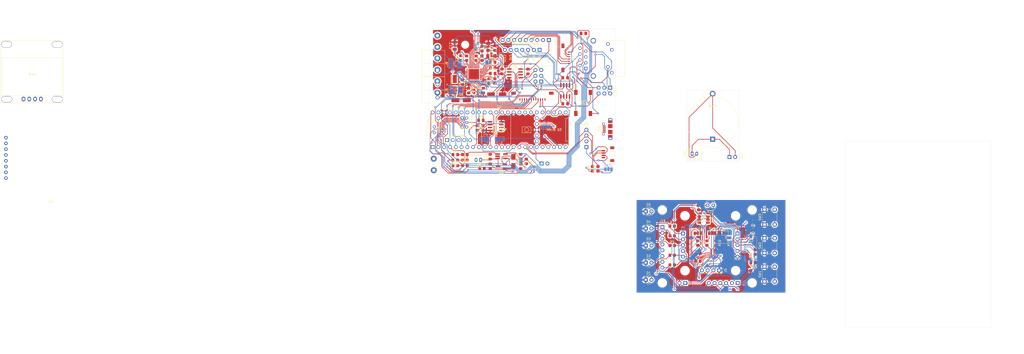
<source format=kicad_pcb>
(kicad_pcb (version 20171130) (host pcbnew "(5.1.9-0-10_14)")
  (title_block (title Homekit) (date 2021-03-20) (rev 0.1) (company michael))
  (layers (0 F.Cu signal) (31 B.Cu signal) (34 B.Paste user) (35 F.Paste user) (36 B.SilkS user) (37 F.SilkS user) (38 B.Mask user) (39 F.Mask user) (44 Edge.Cuts user))
  (net 0 "")
  (net 1 "Net-(BAT1-PadNeg)")
  (net 2 GND)
  (net 3 /Homekit_Faceplate/PUSH_T41_PROG)
  (net 4 /Homekit_Faceplate/PUSH_RESET)
  (net 5 /Homekit_Faceplate/PUSH_PROG)
  (net 6 +3V3)
  (net 7 GND1)
  (net 8 "Net-(C6-Pad1)")
  (net 9 VCC_2)
  (net 10 "Net-(C10-Pad2)")
  (net 11 "Net-(C10-Pad1)")
  (net 12 "Net-(C11-Pad2)")
  (net 13 "Net-(C11-Pad1)")
  (net 14 VCC_1)
  (net 15 "Net-(C14-Pad2)")
  (net 16 "Net-(C15-Pad2)")
  (net 17 "Net-(C19-Pad1)")
  (net 18 /Homekit_KNX/KNX2_GND)
  (net 19 /Homekit_KNX/KNX2_3V3)
  (net 20 "Net-(D1-Pad2)")
  (net 21 "Net-(D2-Pad2)")
  (net 22 "Net-(D3-Pad2)")
  (net 23 "Net-(D4-Pad2)")
  (net 24 "Net-(D5-Pad2)")
  (net 25 "Net-(D8-Pad1)")
  (net 26 /Homekit_KNX/KNX2_5V)
  (net 27 /Homekit_Faceplate/LED_ON)
  (net 28 /Homekit_Faceplate/LED_PROG)
  (net 29 /Homekit_Faceplate/LED_CONN)
  (net 30 /Homekit_Faceplate/LED_ERROR)
  (net 31 /Homekit_Faceplate/LED_T41_PROG)
  (net 32 /Homekit_Faceplate/SCL0)
  (net 33 /Homekit_Faceplate/SDA0)
  (net 34 /Homekit_KNX/KNX1_SAVE)
  (net 35 /Homekit_KNX/KNX1_RX)
  (net 36 /Homekit_KNX/KNX1_TX)
  (net 37 "Net-(J11-Pad4)")
  (net 38 "Net-(J11-Pad3)")
  (net 39 "Net-(J10-Pad3)")
  (net 40 "Net-(J10-Pad2)")
  (net 41 "Net-(J10-Pad1)")
  (net 42 /Homekit_KNX/KNX2_SAVE)
  (net 43 /Homekit_KNX/KNX1-)
  (net 44 "Net-(JP4-Pad1)")
  (net 45 /Homekit_KNX/KNX2-)
  (net 46 "Net-(GN1-Pad1)")
  (net 47 /Homekit_KNX/KNX2+)
  (net 48 "Net-(JP6-Pad1)")
  (net 49 /Homekit_KNX/KNX1+)
  (net 50 "Net-(JP8-Pad1)")
  (net 51 "Net-(JP9-Pad1)")
  (net 52 "Net-(JP10-Pad1)")
  (net 53 "Net-(JP10-Pad3)")
  (net 54 "Net-(JP11-Pad3)")
  (net 55 "Net-(JP11-Pad1)")
  (net 56 "Net-(L1-Pad1)")
  (net 57 "Net-(L2-Pad2)")
  (net 58 "Net-(L2-Pad1)")
  (net 59 "Net-(P1-Pad12)")
  (net 60 "Net-(P1-Pad11)")
  (net 61 "Net-(P1-Pad10)")
  (net 62 "Net-(P1-Pad7)")
  (net 63 "Net-(P1-Pad6)")
  (net 64 "Net-(P1-Pad5)")
  (net 65 "Net-(P1-Pad4)")
  (net 66 "Net-(P1-Pad3)")
  (net 67 "Net-(P1-Pad1)")
  (net 68 "Net-(R11-Pad2)")
  (net 69 "Net-(R13-Pad1)")
  (net 70 "Net-(R16-Pad1)")
  (net 71 "Net-(R20-Pad2)")
  (net 72 "Net-(R21-Pad2)")
  (net 73 "Net-(U2-Pad66)")
  (net 74 "Net-(U2-Pad67)")
  (net 75 "Net-(U2-Pad54)")
  (net 76 "Net-(U2-Pad51)")
  (net 77 "Net-(U2-Pad18)")
  (net 78 "Net-(U2-Pad19)")
  (net 79 "Net-(U2-Pad20)")
  (net 80 "Net-(U2-Pad21)")
  (net 81 "Net-(U2-Pad25)")
  (net 82 /Homekit_Teensy/RX8)
  (net 83 /Homekit_Teensy/TX8)
  (net 84 "Net-(U2-Pad28)")
  (net 85 "Net-(U2-Pad29)")
  (net 86 "Net-(U2-Pad30)")
  (net 87 "Net-(U2-Pad31)")
  (net 88 "Net-(U2-Pad10)")
  (net 89 "Net-(U2-Pad9)")
  (net 90 /Homekit_Teensy/TX1)
  (net 91 /Homekit_Teensy/RX1)
  (net 92 "Net-(U2-Pad36)")
  (net 93 "Net-(U2-Pad37)")
  (net 94 "Net-(U2-Pad42)")
  (net 95 "Net-(U2-Pad43)")
  (net 96 "Net-(U2-Pad44)")
  (net 97 "Net-(U2-Pad45)")
  (net 98 "Net-(Brd1-Pad4)")
  (net 99 "Net-(Brd1-Pad3)")
  (net 100 /Homekit_Faceplate/SCL)
  (net 101 /Homekit_Faceplate/LDR)
  (net 102 /Homekit_Faceplate/RST)
  (net 103 /Homekit_Faceplate/DC)
  (net 104 /Homekit_Faceplate/CS)
  (net 105 "Net-(J18-Pad2)")
  (net 106 "Net-(J18-Pad1)")
  (net 107 "Net-(R9-Pad1)")
  (net 108 "Net-(R10-Pad1)")
  (net 109 "Net-(R11-Pad1)")
  (net 110 "Net-(R12-Pad2)")
  (net 111 /Homekit_Faceplate/SCK)
  (net 112 /Homekit_Faceplate/MOSI)
  (net 113 "Net-(SJ5-Pad2)")
  (net 114 "Net-(Brd1-Pad1)")
  (net 115 "Net-(Brd1-Pad2)")
  (net 116 "Net-(J19-Pad3)")
  (net 117 "Net-(J22-Pad3)")
  (net 118 /Homekit_Battery.sch/VBAT)
  (net 119 /Homekit_Battery.sch/VUSB)
  (net 120 /Homekit_Battery.sch/VIN)
  (net 121 /Homekit_Teensy/VBAT)
  (net 122 "Net-(R25-Pad1)")
  (net 123 "Net-(D12-Pad1)")
  (net 124 "Net-(C26-Pad1)")
  (net 125 "Net-(D14-Pad2)")
  (net 126 "Net-(R24-Pad1)")
  (net 127 "Net-(R28-Pad1)")
  (net 128 /Homekit_Teensy/CS1)
  (net 129 /Homekit_Teensy/PUSH_RESERVED)
  (net 130 "Net-(D15-Pad2)")
  (net 131 "Net-(US1-Pad39)")
  (net 132 "Net-(US1-Pad37)")
  (net 133 "Net-(US1-Pad32)")
  (net 134 "Net-(US1-Pad22)")
  (net 135 "Net-(US1-Pad21)")
  (net 136 /Homekit_Teensy/CS0)
  (net 137 /Homekit_KNX/KNX2_TX)
  (net 138 /Homekit_KNX/KNX2_RX)
  (module MicroBCU2:MicroBCU2_Solderd_Vertical (layer F.Cu) (at 48.6664 9.2456 270)
    (fp_text reference GN1 (at 4.445 -3.81 90) (layer F.SilkS))
    (fp_text value Konnekting_µBCU)
    (fp_text user MicroBCU2 (at -3.175 6.35) (layer F.SilkS) (effects (font (size 1.5 1.5) (thickness 0.2))))
    (fp_text user Vcc2 (at 1.905 15.24 90) (layer F.SilkS) (effects (justify right)))
    (fp_text user 3V3 (at 1.905 12.7 90) (layer F.SilkS) (effects (justify right)))
    (fp_text user Tx (at 1.905 10.16 90) (layer F.SilkS) (effects (justify right)))
    (fp_text user Rx (at 1.905 7.62 90) (layer F.SilkS) (effects (justify right)))
    (fp_text user Save (at 1.905 5.08 90) (layer F.SilkS) (effects (justify right)))
    (fp_text user GND (at 1.905 2.5 90) (layer F.SilkS) (effects (justify right)))
    (fp_text user KNX (at 1.905 0 90) (layer F.SilkS) (effects (justify right)))
    (pad 7 thru_hole oval (at 0 15.24 270) (size 1.7 1.7) (drill 1) (layers *.Cu *.Mask) (net 26 /Homekit_KNX/KNX2_5V))
    (pad 6 thru_hole oval (at 0 12.7 270) (size 1.7 1.7) (drill 1) (layers *.Cu *.Mask) (net 19 /Homekit_KNX/KNX2_3V3))
    (pad 5 thru_hole oval (at 0 10.16 270) (size 1.7 1.7) (drill 1) (layers *.Cu *.Mask) (net 137 /Homekit_KNX/KNX2_TX))
    (pad 4 thru_hole oval (at 0 7.62 270) (size 1.7 1.7) (drill 1) (layers *.Cu *.Mask) (net 138 /Homekit_KNX/KNX2_RX))
    (pad 3 thru_hole oval (at 0 5.08 270) (size 1.7 1.7) (drill 1) (layers *.Cu *.Mask) (net 42 /Homekit_KNX/KNX2_SAVE))
    (pad 2 thru_hole oval (at 0 2.54 270) (size 1.7 1.7) (drill 1) (layers *.Cu *.Mask) (net 18 /Homekit_KNX/KNX2_GND))
    (pad 1 thru_hole rect (at 0 0 270) (size 1.7 1.7) (drill 1) (layers *.Cu *.Mask) (net 46 "Net-(GN1-Pad1)"))
  )
  (module Package_DFN_QFN:QFN-40-1EP_6x6mm_P0.5mm_EP4.6x4.6mm (layer F.Cu) (at 19.7612 19.9644 180)
    (fp_text reference US1 (at 0 -4.3) (layer F.SilkS))
    (fp_text value NCN5120)
    (pad 41 smd rect (at 0 0 180) (size 4.6 4.6) (layers F.Cu F.Mask))
    (pad 40 smd roundrect (at -2.25 -2.9375 180) (size 0.25 0.825) (layers F.Cu F.Paste F.Mask) (net 14 VCC_1))
    (pad 39 smd roundrect (at -1.75 -2.9375 180) (size 0.25 0.825) (layers F.Cu F.Paste F.Mask) (net 131 "Net-(US1-Pad39)"))
    (pad 38 smd roundrect (at -1.25 -2.9375 180) (size 0.25 0.825) (layers F.Cu F.Paste F.Mask) (net 50 "Net-(JP8-Pad1)"))
    (pad 37 smd roundrect (at -0.75 -2.9375 180) (size 0.25 0.825) (layers F.Cu F.Paste F.Mask) (net 132 "Net-(US1-Pad37)"))
    (pad 36 smd roundrect (at -0.25 -2.9375 180) (size 0.25 0.825) (layers F.Cu F.Paste F.Mask) (net 34 /Homekit_KNX/KNX1_SAVE))
    (pad 35 smd roundrect (at 0.25 -2.9375 180) (size 0.25 0.825) (layers F.Cu F.Paste F.Mask) (net 15 "Net-(C14-Pad2)"))
    (pad 34 smd roundrect (at 0.75 -2.9375 180) (size 0.25 0.825) (layers F.Cu F.Paste F.Mask) (net 16 "Net-(C15-Pad2)"))
    (pad 33 smd roundrect (at 1.25 -2.9375 180) (size 0.25 0.825) (layers F.Cu F.Paste F.Mask) (net 7 GND1))
    (pad 32 smd roundrect (at 1.75 -2.9375 180) (size 0.25 0.825) (layers F.Cu F.Paste F.Mask) (net 133 "Net-(US1-Pad32)"))
    (pad 31 smd roundrect (at 2.25 -2.9375 180) (size 0.25 0.825) (layers F.Cu F.Paste F.Mask) (net 7 GND1))
    (pad 30 smd roundrect (at 2.9375 -2.25 180) (size 0.825 0.25) (layers F.Cu F.Paste F.Mask) (net 14 VCC_1))
    (pad 29 smd roundrect (at 2.9375 -1.75 180) (size 0.825 0.25) (layers F.Cu F.Paste F.Mask) (net 7 GND1))
    (pad 28 smd roundrect (at 2.9375 -1.25 180) (size 0.825 0.25) (layers F.Cu F.Paste F.Mask) (net 36 /Homekit_KNX/KNX1_TX))
    (pad 27 smd roundrect (at 2.9375 -0.75 180) (size 0.825 0.25) (layers F.Cu F.Paste F.Mask) (net 35 /Homekit_KNX/KNX1_RX))
    (pad 26 smd roundrect (at 2.9375 -0.25 180) (size 0.825 0.25) (layers F.Cu F.Paste F.Mask) (net 7 GND1))
    (pad 25 smd roundrect (at 2.9375 0.25 180) (size 0.825 0.25) (layers F.Cu F.Paste F.Mask) (net 7 GND1))
    (pad 24 smd roundrect (at 2.9375 0.75 180) (size 0.825 0.25) (layers F.Cu F.Paste F.Mask) (net 7 GND1))
    (pad 23 smd roundrect (at 2.9375 1.25 180) (size 0.825 0.25) (layers F.Cu F.Paste F.Mask) (net 7 GND1))
    (pad 22 smd roundrect (at 2.9375 1.75 180) (size 0.825 0.25) (layers F.Cu F.Paste F.Mask) (net 134 "Net-(US1-Pad22)"))
    (pad 21 smd roundrect (at 2.9375 2.25 180) (size 0.825 0.25) (layers F.Cu F.Paste F.Mask) (net 135 "Net-(US1-Pad21)"))
    (pad 20 smd roundrect (at 2.25 2.9375 180) (size 0.25 0.825) (layers F.Cu F.Paste F.Mask) (net 57 "Net-(L2-Pad2)"))
    (pad 19 smd roundrect (at 1.75 2.9375 180) (size 0.25 0.825) (layers F.Cu F.Paste F.Mask) (net 14 VCC_1))
    (pad 18 smd roundrect (at 1.25 2.9375 180) (size 0.25 0.825) (layers F.Cu F.Paste F.Mask) (net 7 GND1))
    (pad 17 smd roundrect (at 0.75 2.9375 180) (size 0.25 0.825) (layers F.Cu F.Paste F.Mask) (net 58 "Net-(L2-Pad1)"))
    (pad 16 smd roundrect (at 0.25 2.9375 180) (size 0.25 0.825) (layers F.Cu F.Paste F.Mask) (net 9 VCC_2))
    (pad 15 smd roundrect (at -0.25 2.9375 180) (size 0.25 0.825) (layers F.Cu F.Paste F.Mask) (net 56 "Net-(L1-Pad1)"))
    (pad 14 smd roundrect (at -0.75 2.9375 180) (size 0.25 0.825) (layers F.Cu F.Paste F.Mask) (net 7 GND1))
    (pad 13 smd roundrect (at -1.25 2.9375 180) (size 0.25 0.825) (layers F.Cu F.Paste F.Mask) (net 70 "Net-(R16-Pad1)"))
    (pad 12 smd roundrect (at -1.75 2.9375 180) (size 0.25 0.825) (layers F.Cu F.Paste F.Mask) (net 9 VCC_2))
    (pad 11 smd roundrect (at -2.25 2.9375 180) (size 0.25 0.825) (layers F.Cu F.Paste F.Mask) (net 51 "Net-(JP9-Pad1)"))
    (pad 10 smd roundrect (at -2.9375 2.25 180) (size 0.825 0.25) (layers F.Cu F.Paste F.Mask) (net 9 VCC_2))
    (pad 9 smd roundrect (at -2.9375 1.75 180) (size 0.825 0.25) (layers F.Cu F.Paste F.Mask) (net 9 VCC_2))
    (pad 8 smd roundrect (at -2.9375 1.25 180) (size 0.825 0.25) (layers F.Cu F.Paste F.Mask) (net 12 "Net-(C11-Pad2)"))
    (pad 7 smd roundrect (at -2.9375 0.75 180) (size 0.825 0.25) (layers F.Cu F.Paste F.Mask) (net 13 "Net-(C11-Pad1)"))
    (pad 6 smd roundrect (at -2.9375 0.25 180) (size 0.825 0.25) (layers F.Cu F.Paste F.Mask) (net 10 "Net-(C10-Pad2)"))
    (pad 5 smd roundrect (at -2.9375 -0.25 180) (size 0.825 0.25) (layers F.Cu F.Paste F.Mask) (net 8 "Net-(C6-Pad1)"))
    (pad 4 smd roundrect (at -2.9375 -0.75 180) (size 0.825 0.25) (layers F.Cu F.Paste F.Mask) (net 11 "Net-(C10-Pad1)"))
    (pad 3 smd roundrect (at -2.9375 -1.25 180) (size 0.825 0.25) (layers F.Cu F.Paste F.Mask) (net 69 "Net-(R13-Pad1)"))
    (pad 2 smd roundrect (at -2.9375 -1.75 180) (size 0.825 0.25) (layers F.Cu F.Paste F.Mask) (net 7 GND1))
    (pad 1 smd roundrect (at -2.9375 -2.25 180) (size 0.825 0.25) (layers F.Cu F.Paste F.Mask) (net 7 GND1))
  )
  (module teensy:Teensy41 (layer F.Cu) (at 30.9118 44.323)
    (fp_text reference U2 (at 0 -10.16) (layer F.SilkS))
    (fp_text value Teensy4.1)
    (fp_text user "USB Host" (at -18.4658 2.4892) (layer F.SilkS))
    (fp_text user Ethernet (at -12.065 -3.2766 90) (layer F.SilkS))
    (fp_text user USB (at -26.67 0 270) (layer F.SilkS))
    (fp_text user "Micro SD" (at 24.13 0) (layer F.SilkS))
    (fp_text user MIMXRT1062 (at -1.27 0 270) (layer F.SilkS) (effects (font (size 0.7 0.7))))
    (fp_text user DVJ6A (at -2.54 -0.18 270) (layer F.SilkS) (effects (font (size 0.7 0.7))))
    (pad 66 thru_hole circle (at -28.48 -1.27) (size 1.3 1.3) (drill 0.8) (layers *.Cu *.Mask) (net 73 "Net-(U2-Pad66)"))
    (pad 67 thru_hole circle (at -28.48 1.27) (size 1.3 1.3) (drill 0.8) (layers *.Cu *.Mask) (net 74 "Net-(U2-Pad67)"))
    (pad 54 thru_hole circle (at 16.51 -5.08) (size 1.6 1.6) (drill 1.1) (layers *.Cu *.Mask) (net 75 "Net-(U2-Pad54)"))
    (pad 53 thru_hole circle (at 16.51 -2.54) (size 1.6 1.6) (drill 1.1) (layers *.Cu *.Mask) (net 3 /Homekit_Faceplate/PUSH_T41_PROG))
    (pad 52 thru_hole circle (at 16.51 0) (size 1.6 1.6) (drill 1.1) (layers *.Cu *.Mask) (net 2 GND))
    (pad 51 thru_hole circle (at 16.51 2.54) (size 1.6 1.6) (drill 1.1) (layers *.Cu *.Mask) (net 76 "Net-(U2-Pad51)"))
    (pad 50 thru_hole circle (at 16.51 5.08) (size 1.6 1.6) (drill 1.1) (layers *.Cu *.Mask) (net 121 /Homekit_Teensy/VBAT))
    (pad 62 thru_hole circle (at -16.24 -1.1816) (size 1.3 1.3) (drill 0.8) (layers *.Cu *.Mask) (net 66 "Net-(P1-Pad3)"))
    (pad 63 thru_hole circle (at -14.24 -1.1816) (size 1.3 1.3) (drill 0.8) (layers *.Cu *.Mask) (net 67 "Net-(P1-Pad1)"))
    (pad 64 thru_hole circle (at -14.24 -3.1816) (size 1.3 1.3) (drill 0.8) (layers *.Cu *.Mask) (net 2 GND))
    (pad 61 thru_hole circle (at -16.24 -3.1816) (size 1.3 1.3) (drill 0.8) (layers *.Cu *.Mask) (net 61 "Net-(P1-Pad10)"))
    (pad 65 thru_hole circle (at -14.24 -5.1816) (size 1.3 1.3) (drill 0.8) (layers *.Cu *.Mask) (net 63 "Net-(P1-Pad6)"))
    (pad 60 thru_hole rect (at -16.24 -5.1816) (size 1.3 1.3) (drill 0.8) (layers *.Cu *.Mask) (net 65 "Net-(P1-Pad4)"))
    (pad 17 thru_hole circle (at 11.43 7.62) (size 1.6 1.6) (drill 1.1) (layers *.Cu *.Mask) (net 38 "Net-(J11-Pad3)"))
    (pad 18 thru_hole circle (at 13.97 7.62) (size 1.6 1.6) (drill 1.1) (layers *.Cu *.Mask) (net 77 "Net-(U2-Pad18)"))
    (pad 19 thru_hole circle (at 16.51 7.62) (size 1.6 1.6) (drill 1.1) (layers *.Cu *.Mask) (net 78 "Net-(U2-Pad19)"))
    (pad 20 thru_hole circle (at 19.05 7.62) (size 1.6 1.6) (drill 1.1) (layers *.Cu *.Mask) (net 79 "Net-(U2-Pad20)"))
    (pad 16 thru_hole circle (at 8.89 7.62) (size 1.6 1.6) (drill 1.1) (layers *.Cu *.Mask) (net 37 "Net-(J11-Pad4)"))
    (pad 15 thru_hole circle (at 6.35 7.62) (size 1.6 1.6) (drill 1.1) (layers *.Cu *.Mask) (net 6 +3V3))
    (pad 14 thru_hole circle (at 3.81 7.62) (size 1.6 1.6) (drill 1.1) (layers *.Cu *.Mask) (net 103 /Homekit_Faceplate/DC))
    (pad 21 thru_hole circle (at 21.59 7.62) (size 1.6 1.6) (drill 1.1) (layers *.Cu *.Mask) (net 80 "Net-(U2-Pad21)"))
    (pad 22 thru_hole circle (at 24.13 7.62) (size 1.6 1.6) (drill 1.1) (layers *.Cu *.Mask) (net 129 /Homekit_Teensy/PUSH_RESERVED))
    (pad 23 thru_hole circle (at 26.67 7.62) (size 1.6 1.6) (drill 1.1) (layers *.Cu *.Mask) (net 128 /Homekit_Teensy/CS1))
    (pad 24 thru_hole circle (at 29.21 7.62) (size 1.6 1.6) (drill 1.1) (layers *.Cu *.Mask) (net 4 /Homekit_Faceplate/PUSH_RESET))
    (pad 25 thru_hole circle (at 29.21 -7.62) (size 1.6 1.6) (drill 1.1) (layers *.Cu *.Mask) (net 81 "Net-(U2-Pad25)"))
    (pad 26 thru_hole circle (at 26.67 -7.62) (size 1.6 1.6) (drill 1.1) (layers *.Cu *.Mask) (net 82 /Homekit_Teensy/RX8))
    (pad 27 thru_hole circle (at 24.13 -7.62) (size 1.6 1.6) (drill 1.1) (layers *.Cu *.Mask) (net 83 /Homekit_Teensy/TX8))
    (pad 28 thru_hole circle (at 21.59 -7.62) (size 1.6 1.6) (drill 1.1) (layers *.Cu *.Mask) (net 84 "Net-(U2-Pad28)"))
    (pad 29 thru_hole circle (at 19.05 -7.62) (size 1.6 1.6) (drill 1.1) (layers *.Cu *.Mask) (net 85 "Net-(U2-Pad29)"))
    (pad 30 thru_hole circle (at 16.51 -7.62) (size 1.6 1.6) (drill 1.1) (layers *.Cu *.Mask) (net 86 "Net-(U2-Pad30)"))
    (pad 31 thru_hole circle (at 13.97 -7.62) (size 1.6 1.6) (drill 1.1) (layers *.Cu *.Mask) (net 87 "Net-(U2-Pad31)"))
    (pad 32 thru_hole circle (at 11.43 -7.62) (size 1.6 1.6) (drill 1.1) (layers *.Cu *.Mask) (net 101 /Homekit_Faceplate/LDR))
    (pad 33 thru_hole circle (at 8.89 -7.62) (size 1.6 1.6) (drill 1.1) (layers *.Cu *.Mask) (net 102 /Homekit_Faceplate/RST))
    (pad 34 thru_hole circle (at 6.35 -7.62) (size 1.6 1.6) (drill 1.1) (layers *.Cu *.Mask) (net 2 GND))
    (pad 13 thru_hole circle (at 1.27 7.62) (size 1.6 1.6) (drill 1.1) (layers *.Cu *.Mask) (net 112 /Homekit_Faceplate/MOSI))
    (pad 12 thru_hole circle (at -1.27 7.62) (size 1.6 1.6) (drill 1.1) (layers *.Cu *.Mask) (net 136 /Homekit_Teensy/CS0))
    (pad 11 thru_hole circle (at -3.81 7.62) (size 1.6 1.6) (drill 1.1) (layers *.Cu *.Mask) (net 5 /Homekit_Faceplate/PUSH_PROG))
    (pad 10 thru_hole circle (at -6.35 7.62) (size 1.6 1.6) (drill 1.1) (layers *.Cu *.Mask) (net 88 "Net-(U2-Pad10)"))
    (pad 9 thru_hole circle (at -8.89 7.62) (size 1.6 1.6) (drill 1.1) (layers *.Cu *.Mask) (net 89 "Net-(U2-Pad9)"))
    (pad 8 thru_hole circle (at -11.43 7.62) (size 1.6 1.6) (drill 1.1) (layers *.Cu *.Mask) (net 31 /Homekit_Faceplate/LED_T41_PROG))
    (pad 7 thru_hole circle (at -13.97 7.62) (size 1.6 1.6) (drill 1.1) (layers *.Cu *.Mask) (net 30 /Homekit_Faceplate/LED_ERROR))
    (pad 6 thru_hole circle (at -16.51 7.62) (size 1.6 1.6) (drill 1.1) (layers *.Cu *.Mask) (net 29 /Homekit_Faceplate/LED_CONN))
    (pad 5 thru_hole circle (at -19.05 7.62) (size 1.6 1.6) (drill 1.1) (layers *.Cu *.Mask) (net 27 /Homekit_Faceplate/LED_ON))
    (pad 4 thru_hole circle (at -21.59 7.62) (size 1.6 1.6) (drill 1.1) (layers *.Cu *.Mask) (net 28 /Homekit_Faceplate/LED_PROG))
    (pad 3 thru_hole circle (at -24.13 7.62) (size 1.6 1.6) (drill 1.1) (layers *.Cu *.Mask) (net 90 /Homekit_Teensy/TX1))
    (pad 2 thru_hole circle (at -26.67 7.62) (size 1.6 1.6) (drill 1.1) (layers *.Cu *.Mask) (net 91 /Homekit_Teensy/RX1))
    (pad 1 thru_hole rect (at -29.21 7.62) (size 1.6 1.6) (drill 1.1) (layers *.Cu *.Mask) (net 2 GND))
    (pad 35 thru_hole circle (at 3.81 -7.62) (size 1.6 1.6) (drill 1.1) (layers *.Cu *.Mask) (net 111 /Homekit_Faceplate/SCK))
    (pad 36 thru_hole circle (at 1.27 -7.62) (size 1.6 1.6) (drill 1.1) (layers *.Cu *.Mask) (net 92 "Net-(U2-Pad36)"))
    (pad 37 thru_hole circle (at -1.27 -7.62) (size 1.6 1.6) (drill 1.1) (layers *.Cu *.Mask) (net 93 "Net-(U2-Pad37)"))
    (pad 38 thru_hole circle (at -3.81 -7.62) (size 1.6 1.6) (drill 1.1) (layers *.Cu *.Mask) (net 72 "Net-(R21-Pad2)"))
    (pad 39 thru_hole circle (at -6.35 -7.62) (size 1.6 1.6) (drill 1.1) (layers *.Cu *.Mask) (net 71 "Net-(R20-Pad2)"))
    (pad 40 thru_hole circle (at -8.89 -7.62) (size 1.6 1.6) (drill 1.1) (layers *.Cu *.Mask) (net 33 /Homekit_Faceplate/SDA0))
    (pad 41 thru_hole circle (at -11.43 -7.62) (size 1.6 1.6) (drill 1.1) (layers *.Cu *.Mask) (net 32 /Homekit_Faceplate/SCL0))
    (pad 42 thru_hole circle (at -13.97 -7.62) (size 1.6 1.6) (drill 1.1) (layers *.Cu *.Mask) (net 94 "Net-(U2-Pad42)"))
    (pad 43 thru_hole circle (at -16.51 -7.62) (size 1.6 1.6) (drill 1.1) (layers *.Cu *.Mask) (net 95 "Net-(U2-Pad43)"))
    (pad 44 thru_hole circle (at -19.05 -7.62) (size 1.6 1.6) (drill 1.1) (layers *.Cu *.Mask) (net 96 "Net-(U2-Pad44)"))
    (pad 45 thru_hole circle (at -21.59 -7.62) (size 1.6 1.6) (drill 1.1) (layers *.Cu *.Mask) (net 97 "Net-(U2-Pad45)"))
    (pad 46 thru_hole circle (at -24.13 -7.62) (size 1.6 1.6) (drill 1.1) (layers *.Cu *.Mask) (net 6 +3V3))
    (pad 47 thru_hole circle (at -26.67 -7.62) (size 1.6 1.6) (drill 1.1) (layers *.Cu *.Mask) (net 2 GND))
    (pad 48 thru_hole circle (at -29.21 -7.62) (size 1.6 1.6) (drill 1.1) (layers *.Cu *.Mask) (net 119 /Homekit_Battery.sch/VUSB))
    (pad 55 thru_hole rect (at -22.9108 4.5692) (size 1.6 1.6) (drill 1.1) (layers *.Cu *.Mask) (net 41 "Net-(J10-Pad1)"))
    (pad 56 thru_hole circle (at -20.3708 4.5692) (size 1.6 1.6) (drill 1.1) (layers *.Cu *.Mask) (net 40 "Net-(J10-Pad2)"))
    (pad 57 thru_hole circle (at -17.8308 4.5692) (size 1.6 1.6) (drill 1.1) (layers *.Cu *.Mask) (net 39 "Net-(J10-Pad3)"))
    (pad 58 thru_hole circle (at -15.2908 4.5692) (size 1.6 1.6) (drill 1.1) (layers *.Cu *.Mask) (net 2 GND))
    (pad 59 thru_hole circle (at -12.7508 4.5692) (size 1.6 1.6) (drill 1.1) (layers *.Cu *.Mask) (net 2 GND))
    (pad 49 thru_hole circle (at -26.67 -5.08) (size 1.6 1.6) (drill 1.1) (layers *.Cu *.Mask) (net 120 /Homekit_Battery.sch/VIN))
  )
  (module Capacitor_SMD:C_0805_2012Metric_Pad1.18x1.45mm_HandSolder (layer F.Cu) (at 14.6304 23.4188 270)
    (fp_text reference C18 (at 0 -1.68 90) (layer F.SilkS))
    (fp_text value "100nF / 6.3V")
    (pad 2 smd roundrect (at 1.0375 0 270) (size 1.175 1.45) (layers F.Cu F.Paste F.Mask) (roundrect_rratio 0.212766) (net 7 GND1))
    (pad 1 smd roundrect (at -1.0375 0 270) (size 1.175 1.45) (layers F.Cu F.Paste F.Mask) (roundrect_rratio 0.212766) (net 14 VCC_1))
  )
  (module Resistor_SMD:R_0805_2012Metric_Pad1.20x1.40mm_HandSolder (layer F.Cu) (at 15.875 60.0006)
    (fp_text reference R29 (at 0 -1.65) (layer F.SilkS))
    (fp_text value 220R)
    (pad 2 smd roundrect (at 1 0) (size 1.2 1.4) (layers F.Cu F.Paste F.Mask) (roundrect_rratio 0.208333) (net 28 /Homekit_Faceplate/LED_PROG))
    (pad 1 smd roundrect (at -1 0) (size 1.2 1.4) (layers F.Cu F.Paste F.Mask) (roundrect_rratio 0.208333) (net 130 "Net-(D15-Pad2)"))
  )
  (module LED_SMD:LED_0805_2012Metric_Pad1.15x1.40mm_HandSolder (layer F.Cu) (at 11.6528 60.0456)
    (fp_text reference D15 (at 0 -1.65) (layer F.SilkS))
    (fp_text value "LED RED")
    (pad 2 smd roundrect (at 1.025 0) (size 1.15 1.4) (layers F.Cu F.Paste F.Mask) (roundrect_rratio 0.217391) (net 130 "Net-(D15-Pad2)"))
    (pad 1 smd roundrect (at -1.025 0) (size 1.15 1.4) (layers F.Cu F.Paste F.Mask) (roundrect_rratio 0.217391) (net 2 GND))
  )
  (module Homekit:SolderJumper-3_P1.3mm_Bridged2Bar123_Pad1.0x1.5mm (layer B.Cu) (at 24.511 48.4632 180)
    (fp_text reference JP11 (at 0 1.8 180) (layer B.SilkS) (effects (justify mirror)))
    (fp_text value "SJ ATECC608A PULLUPS")
    (fp_poly (pts (xy 0.4064 -0.2) (xy 0.9064 -0.2) (xy 0.9064 -0.6) (xy 0.4064 -0.6)) (layer B.Cu) (width 0))
    (fp_poly (pts (xy 0.4064 0.6) (xy 0.9064 0.6) (xy 0.9064 0.2) (xy 0.4064 0.2)) (layer B.Cu) (width 0))
    (fp_poly (pts (xy -0.9 -0.2) (xy -0.4 -0.2) (xy -0.4 -0.6) (xy -0.9 -0.6)) (layer B.Cu) (width 0))
    (fp_poly (pts (xy -0.9 0.6) (xy -0.4 0.6) (xy -0.4 0.2) (xy -0.9 0.2)) (layer B.Cu) (width 0))
    (pad 1 smd rect (at -1.3 0 180) (size 1 1.5) (layers B.Cu B.Mask) (net 55 "Net-(JP11-Pad1)"))
    (pad 3 smd rect (at 1.3 0 180) (size 1 1.5) (layers B.Cu B.Mask) (net 54 "Net-(JP11-Pad3)"))
    (pad 2 smd rect (at 0 0 180) (size 1 1.5) (layers B.Cu B.Mask) (net 6 +3V3))
  )
  (module Jumper:SolderJumper-3_P1.3mm_Bridged12_Pad1.0x1.5mm (layer B.Cu) (at 51.5112 43.0784 180)
    (fp_text reference SJ8 (at 0 1.8) (layer B.SilkS) (effects (justify mirror)))
    (fp_text value "SJ PUSH RES")
    (fp_poly (pts (xy -0.9 0.3) (xy -0.4 0.3) (xy -0.4 -0.3) (xy -0.9 -0.3)) (layer B.Cu) (width 0))
    (pad 2 smd rect (at 0 0 180) (size 1 1.5) (layers B.Cu B.Mask) (net 3 /Homekit_Faceplate/PUSH_T41_PROG))
    (pad 3 smd rect (at 1.3 0 180) (size 1 1.5) (layers B.Cu B.Mask) (net 129 /Homekit_Teensy/PUSH_RESERVED))
    (pad 1 smd rect (at -1.3 0 180) (size 1 1.5) (layers B.Cu B.Mask) (net 3 /Homekit_Faceplate/PUSH_T41_PROG))
  )
  (module Jumper:SolderJumper-3_P1.3mm_Bridged12_Pad1.0x1.5mm (layer B.Cu) (at 31.0642 48.4632)
    (fp_text reference SJ7 (at 0 1.8) (layer B.SilkS) (effects (justify mirror)))
    (fp_text value "SJ SPI CS Select")
    (fp_poly (pts (xy -0.9 0.3) (xy -0.4 0.3) (xy -0.4 -0.3) (xy -0.9 -0.3)) (layer B.Cu) (width 0))
    (pad 2 smd rect (at 0 0) (size 1 1.5) (layers B.Cu B.Mask) (net 136 /Homekit_Teensy/CS0))
    (pad 3 smd rect (at 1.3 0) (size 1 1.5) (layers B.Cu B.Mask) (net 128 /Homekit_Teensy/CS1))
    (pad 1 smd rect (at -1.3 0) (size 1 1.5) (layers B.Cu B.Mask) (net 104 /Homekit_Faceplate/CS))
  )
  (module Connector_JST:JST_PH_B2B-PH-K_1x02_P2.00mm_Vertical (layer F.Cu) (at 22.7838 57.55 180)
    (fp_text reference J13 (at 1 -2.9) (layer F.SilkS))
    (fp_text value "JST Battery")
    (pad 2 thru_hole oval (at 2 0 180) (size 1.2 1.75) (drill 0.75) (layers *.Cu *.Mask) (net 2 GND))
    (pad 1 thru_hole roundrect (at 0 0 180) (size 1.2 1.75) (drill 0.75) (layers *.Cu *.Mask) (roundrect_rratio 0.208333) (net 124 "Net-(C26-Pad1)"))
  )
  (module J1B1211CCD:J1B1211CCD (layer F.Cu) (at 75.2856 12.9794 90)
    (fp_text reference P1 (at -3.175 -11.684 90) (layer F.SilkS) (effects (font (size 1.4 1.4) (thickness 0.015))))
    (fp_text value J1B1211CCD)
    (pad 14 thru_hole circle (at 7.75 -3.05 90) (size 2.4 2.4) (drill 1.6) (layers *.Cu *.Mask) (net 2 GND))
    (pad 13 thru_hole circle (at -7.75 -3.05 90) (size 2.4 2.4) (drill 1.6) (layers *.Cu *.Mask) (net 2 GND))
    (pad 12 thru_hole circle (at 6.325 3.38 90) (size 1.53 1.53) (drill 1.02) (layers *.Cu *.Mask) (net 59 "Net-(P1-Pad12)"))
    (pad 11 thru_hole circle (at 3.758 5.08 90) (size 1.53 1.53) (drill 1.02) (layers *.Cu *.Mask) (net 60 "Net-(P1-Pad11)"))
    (pad 10 thru_hole circle (at -3.758 3.38 90) (size 1.53 1.53) (drill 1.02) (layers *.Cu *.Mask) (net 61 "Net-(P1-Pad10)"))
    (pad 9 thru_hole circle (at -6.325 5.08 90) (size 1.53 1.53) (drill 1.02) (layers *.Cu *.Mask) (net 2 GND))
    (pad 8 thru_hole circle (at 4.445 -8.89 90) (size 1.408 1.408) (drill 0.9) (layers *.Cu *.Mask) (net 2 GND))
    (pad 7 thru_hole circle (at 3.175 -6.35 90) (size 1.408 1.408) (drill 0.9) (layers *.Cu *.Mask) (net 62 "Net-(P1-Pad7)"))
    (pad 6 thru_hole circle (at 1.905 -8.89 90) (size 1.408 1.408) (drill 0.9) (layers *.Cu *.Mask) (net 63 "Net-(P1-Pad6)"))
    (pad 5 thru_hole circle (at 0.635 -6.35 90) (size 1.408 1.408) (drill 0.9) (layers *.Cu *.Mask) (net 64 "Net-(P1-Pad5)"))
    (pad 4 thru_hole circle (at -0.635 -8.89 90) (size 1.408 1.408) (drill 0.9) (layers *.Cu *.Mask) (net 65 "Net-(P1-Pad4)"))
    (pad 3 thru_hole circle (at -1.905 -6.35 90) (size 1.408 1.408) (drill 0.9) (layers *.Cu *.Mask) (net 66 "Net-(P1-Pad3)"))
    (pad 2 thru_hole circle (at -3.175 -8.89 90) (size 1.408 1.408) (drill 0.9) (layers *.Cu *.Mask) (net 17 "Net-(C19-Pad1)"))
    (pad 1 thru_hole rect (at -4.445 -6.35 90) (size 1.408 1.408) (drill 0.9) (layers *.Cu *.Mask) (net 67 "Net-(P1-Pad1)"))
    (pad None np_thru_hole circle (at 5.715 0 90) (size 3.25 3.25) (drill 3.25) (layers *.Cu *.Mask))
    (pad None np_thru_hole circle (at -5.715 0 90) (size 3.25 3.25) (drill 3.25) (layers *.Cu *.Mask))
  )
  (module Homekit:MountingHole_3.25mm_Ethernet (layer F.Cu) (at 75.2856 18.6944)
    (fp_text reference REF** hide)
    (fp_text value MountingHole_3.25mm_Ethernet hide)
    (pad "" np_thru_hole circle (at 0 0) (size 3.25 3.25) (drill 3.25) (layers *.Cu *.Mask))
  )
  (module Homekit:MountingHole_3.25mm_Ethernet (layer F.Cu) (at 75.311 7.2898)
    (fp_text reference REF** hide)
    (fp_text value MountingHole_3.25mm_Ethernet hide)
    (pad "" np_thru_hole circle (at 0 0) (size 3.25 3.25) (drill 3.25) (layers *.Cu *.Mask))
  )
  (module Connector_PinSocket_2.54mm:PinSocket_1x04_P2.54mm_Vertical (layer F.Cu) (at 69.215 51.943 180)
    (fp_text reference J9 (at 0.1016 10.0584) (layer F.SilkS))
    (fp_text value "J I2C/Serial")
    (pad 4 thru_hole oval (at 0 7.62 180) (size 1.7 1.7) (drill 1) (layers *.Cu *.Mask) (net 37 "Net-(J11-Pad4)"))
    (pad 3 thru_hole oval (at 0 5.08 180) (size 1.7 1.7) (drill 1) (layers *.Cu *.Mask) (net 38 "Net-(J11-Pad3)"))
    (pad 2 thru_hole oval (at 0 2.54 180) (size 1.7 1.7) (drill 1) (layers *.Cu *.Mask) (net 2 GND))
    (pad 1 thru_hole rect (at 0 0 180) (size 1.7 1.7) (drill 1) (layers *.Cu *.Mask) (net 6 +3V3))
  )
  (module LED_SMD:LED_0805_2012Metric_Pad1.15x1.40mm_HandSolder (layer F.Cu) (at 11.6078 57.65075 180)
    (fp_text reference D12 (at 0 -1.65) (layer F.SilkS))
    (fp_text value "LED Red")
    (pad 2 smd roundrect (at 1.025 0 180) (size 1.15 1.4) (layers F.Cu F.Paste F.Mask) (roundrect_rratio 0.217391) (net 119 /Homekit_Battery.sch/VUSB))
    (pad 1 smd roundrect (at -1.025 0 180) (size 1.15 1.4) (layers F.Cu F.Paste F.Mask) (roundrect_rratio 0.217391) (net 123 "Net-(D12-Pad1)"))
  )
  (module LED_SMD:LED_0805_2012Metric_Pad1.15x1.40mm_HandSolder (layer F.Cu) (at 11.6528 55.245)
    (fp_text reference D14 (at 0 -1.65) (layer F.SilkS))
    (fp_text value "LED Green")
    (pad 2 smd roundrect (at 1.025 0) (size 1.15 1.4) (layers F.Cu F.Paste F.Mask) (roundrect_rratio 0.217391) (net 125 "Net-(D14-Pad2)"))
    (pad 1 smd roundrect (at -1.025 0) (size 1.15 1.4) (layers F.Cu F.Paste F.Mask) (roundrect_rratio 0.217391) (net 2 GND))
  )
  (module Package_TO_SOT_SMD:TSOT-23-5_HandSoldering (layer F.Cu) (at 31.9278 55.95)
    (fp_text reference U6 (at 0 -2.45) (layer F.SilkS))
    (fp_text value MCP73832)
    (pad 5 smd rect (at 1.71 -0.95) (size 2 0.65) (layers F.Cu F.Paste F.Mask) (net 122 "Net-(R25-Pad1)"))
    (pad 4 smd rect (at 1.71 0.95) (size 2 0.65) (layers F.Cu F.Paste F.Mask) (net 119 /Homekit_Battery.sch/VUSB))
    (pad 3 smd rect (at -1.71 0.95) (size 2 0.65) (layers F.Cu F.Paste F.Mask) (net 124 "Net-(C26-Pad1)"))
    (pad 2 smd rect (at -1.71 0) (size 2 0.65) (layers F.Cu F.Paste F.Mask) (net 2 GND))
    (pad 1 smd rect (at -1.71 -0.95) (size 2 0.65) (layers F.Cu F.Paste F.Mask) (net 126 "Net-(R24-Pad1)"))
  )
  (module Jumper:SolderJumper-2_P1.3mm_Open_Pad1.0x1.5mm (layer B.Cu) (at 40.4114 58.0898 270)
    (fp_text reference SJ6 (at 0 1.8 270) (layer B.SilkS) (effects (justify mirror)))
    (fp_text value SolderJumper_2_Open)
    (pad 1 smd rect (at -0.65 0 270) (size 1 1.5) (layers B.Cu B.Mask) (net 122 "Net-(R25-Pad1)"))
    (pad 2 smd rect (at 0.65 0 270) (size 1 1.5) (layers B.Cu B.Mask) (net 127 "Net-(R28-Pad1)"))
  )
  (module Resistor_SMD:R_0805_2012Metric_Pad1.20x1.40mm_HandSolder (layer F.Cu) (at 40.3606 60.3458 270)
    (fp_text reference R28 (at 0 -1.65 90) (layer F.SilkS))
    (fp_text value 2k5)
    (pad 2 smd roundrect (at 1 0 270) (size 1.2 1.4) (layers F.Cu F.Paste F.Mask) (roundrect_rratio 0.208333) (net 2 GND))
    (pad 1 smd roundrect (at -1 0 270) (size 1.2 1.4) (layers F.Cu F.Paste F.Mask) (roundrect_rratio 0.208333) (net 127 "Net-(R28-Pad1)"))
  )
  (module Resistor_SMD:R_0805_2012Metric_Pad1.20x1.40mm_HandSolder (layer F.Cu) (at 15.875 57.60575 180)
    (fp_text reference R27 (at 0 -1.65) (layer F.SilkS))
    (fp_text value 470R)
    (pad 2 smd roundrect (at 1 0 180) (size 1.2 1.4) (layers F.Cu F.Paste F.Mask) (roundrect_rratio 0.208333) (net 123 "Net-(D12-Pad1)"))
    (pad 1 smd roundrect (at -1 0 180) (size 1.2 1.4) (layers F.Cu F.Paste F.Mask) (roundrect_rratio 0.208333) (net 126 "Net-(R24-Pad1)"))
  )
  (module Connector_Pin:Pin_D1.3mm_L11.0mm (layer F.Cu) (at 2.2 57.02)
    (fp_text reference REF** hide)
    (fp_text value Pin_D1.3mm_L11.0mm)
    (pad 1 thru_hole circle (at 0 0) (size 2.6 2.6) (drill 1.3) (layers *.Cu *.Mask))
  )
  (module Connector_Pin:Pin_D1.3mm_L11.0mm (layer F.Cu) (at 2.2 62.1)
    (fp_text reference REF** hide)
    (fp_text value Pin_D1.3mm_L11.0mm)
    (pad 1 thru_hole circle (at 0 0) (size 2.6 2.6) (drill 1.3) (layers *.Cu *.Mask))
  )
  (module Connector_Pin:Pin_D1.3mm_L11.0mm (layer F.Cu) (at 3.8 28)
    (fp_text reference REF** hide)
    (fp_text value Pin_D1.3mm_L11.0mm)
    (pad 1 thru_hole circle (at 0 0) (size 2.6 2.6) (drill 1.3) (layers *.Cu *.Mask))
  )
  (module Connector_Pin:Pin_D1.3mm_L11.0mm (layer F.Cu) (at 3.8 23)
    (fp_text reference REF** hide)
    (fp_text value Pin_D1.3mm_L11.0mm)
    (pad 1 thru_hole circle (at 0 0) (size 2.6 2.6) (drill 1.3) (layers *.Cu *.Mask))
  )
  (module Connector_Pin:Pin_D1.3mm_L11.0mm (layer F.Cu) (at 3.8 18)
    (fp_text reference REF** hide)
    (fp_text value Pin_D1.3mm_L11.0mm)
    (pad 1 thru_hole circle (at 0 0) (size 2.6 2.6) (drill 1.3) (layers *.Cu *.Mask))
  )
  (module Connector_Pin:Pin_D1.3mm_L11.0mm (layer F.Cu) (at 3.8 13)
    (fp_text reference REF** hide)
    (fp_text value Pin_D1.3mm_L11.0mm)
    (pad 1 thru_hole circle (at 0 0) (size 2.6 2.6) (drill 1.3) (layers *.Cu *.Mask))
  )
  (module Connector_Pin:Pin_D1.3mm_L11.0mm (layer F.Cu) (at 3.8 8)
    (fp_text reference REF** hide)
    (fp_text value Pin_D1.3mm_L11.0mm)
    (pad 1 thru_hole circle (at 0 0) (size 2.6 2.6) (drill 1.3) (layers *.Cu *.Mask))
  )
  (module Connector_Pin:Pin_D1.3mm_L11.0mm (layer F.Cu) (at 3.8 3)
    (fp_text reference REF** hide)
    (fp_text value Pin_D1.3mm_L11.0mm)
    (pad 1 thru_hole circle (at 0 0) (size 2.6 2.6) (drill 1.3) (layers *.Cu *.Mask))
  )
  (module MountingHole:MountingHole_2.5mm (layer F.Cu) (at 16 7 90)
    (fp_text reference REF** hide)
    (fp_text value MountingHole_2.5mm)
    (pad 1 np_thru_hole circle (at 0 0 90) (size 2.5 2.5) (drill 2.5) (layers *.Cu *.Mask))
  )
  (module MountingHole:MountingHole_2.5mm (layer F.Cu) (at 66 57 90)
    (fp_text reference REF** hide)
    (fp_text value MountingHole_2.5mm)
    (pad 1 np_thru_hole circle (at 0 0 90) (size 2.5 2.5) (drill 2.5) (layers *.Cu *.Mask))
  )
  (module MountingHole:MountingHole_2.2mm_M2 (layer F.Cu) (at 116.1824 29.924)
    (fp_text reference REF** hide)
    (fp_text value MountingHole_2.2mm_M2)
    (pad 1 np_thru_hole circle (at 0 0) (size 2.2 2.2) (drill 2.2) (layers *.Cu *.Mask))
  )
  (module MountingHole:MountingHole_2.2mm_M2 (layer F.Cu) (at 133.3824 29.924)
    (fp_text reference REF** hide)
    (fp_text value MountingHole_2.2mm_M2)
    (pad 1 np_thru_hole circle (at 0 0) (size 2.2 2.2) (drill 2.2) (layers *.Cu *.Mask))
  )
  (module Resistor_SMD:R_0805_2012Metric_Pad1.20x1.40mm_HandSolder (layer F.Cu) (at 23.3838 61.3058)
    (fp_text reference R26 (at 0 -1.65) (layer F.SilkS))
    (fp_text value 100k)
    (pad 2 smd roundrect (at 1 0) (size 1.2 1.4) (layers F.Cu F.Paste F.Mask) (roundrect_rratio 0.208333) (net 2 GND))
    (pad 1 smd roundrect (at -1 0) (size 1.2 1.4) (layers F.Cu F.Paste F.Mask) (roundrect_rratio 0.208333) (net 119 /Homekit_Battery.sch/VUSB))
  )
  (module Resistor_SMD:R_0805_2012Metric_Pad1.20x1.40mm_HandSolder (layer F.Cu) (at 40.3606 56.1 90)
    (fp_text reference R25 (at 0 -1.65 90) (layer F.SilkS))
    (fp_text value 10k)
    (pad 2 smd roundrect (at 1 0 90) (size 1.2 1.4) (layers F.Cu F.Paste F.Mask) (roundrect_rratio 0.208333) (net 2 GND))
    (pad 1 smd roundrect (at -1 0 90) (size 1.2 1.4) (layers F.Cu F.Paste F.Mask) (roundrect_rratio 0.208333) (net 122 "Net-(R25-Pad1)"))
  )
  (module Resistor_SMD:R_0805_2012Metric_Pad1.20x1.40mm_HandSolder (layer F.Cu) (at 15.875 55.2 180)
    (fp_text reference R24 (at 0 -1.65) (layer F.SilkS))
    (fp_text value 470R)
    (pad 2 smd roundrect (at 1 0 180) (size 1.2 1.4) (layers F.Cu F.Paste F.Mask) (roundrect_rratio 0.208333) (net 125 "Net-(D14-Pad2)"))
    (pad 1 smd roundrect (at -1 0 180) (size 1.2 1.4) (layers F.Cu F.Paste F.Mask) (roundrect_rratio 0.208333) (net 126 "Net-(R24-Pad1)"))
  )
  (module Package_TO_SOT_SMD:SOT-23_Handsoldering (layer F.Cu) (at 31.9278 60.5058 180)
    (fp_text reference Q1 (at 0 -2.5) (layer F.SilkS))
    (fp_text value DMP1045U)
    (pad 3 smd rect (at 1.5 0 180) (size 1.9 0.8) (layers F.Cu F.Paste F.Mask) (net 124 "Net-(C26-Pad1)"))
    (pad 2 smd rect (at -1.5 0.95 180) (size 1.9 0.8) (layers F.Cu F.Paste F.Mask) (net 120 /Homekit_Battery.sch/VIN))
    (pad 1 smd rect (at -1.5 -0.95 180) (size 1.9 0.8) (layers F.Cu F.Paste F.Mask) (net 119 /Homekit_Battery.sch/VUSB))
  )
  (module Connector_PinHeader_2.54mm:PinHeader_1x02_P2.54mm_Vertical (layer F.Cu) (at 132.0038 56.3118 90)
    (fp_text reference J23 (at 0.1524 5.1308 270) (layer F.SilkS))
    (fp_text value "J RTC Breakout")
    (pad 2 thru_hole oval (at 0 2.54 90) (size 1.7 1.7) (drill 1) (layers *.Cu *.Mask) (net 118 /Homekit_Battery.sch/VBAT))
    (pad 1 thru_hole rect (at 0 0 90) (size 1.7 1.7) (drill 1) (layers *.Cu *.Mask) (net 1 "Net-(BAT1-PadNeg)"))
  )
  (module Connector_JST:JST_PH_B2B-PH-K_1x02_P2.00mm_Vertical (layer F.Cu) (at 115.6462 54.8386)
    (fp_text reference J12 (at -3.302 0.2032 90) (layer F.SilkS))
    (fp_text value "J RTC BatteryPack")
    (pad 2 thru_hole oval (at 2 0) (size 1.2 1.75) (drill 0.75) (layers *.Cu *.Mask) (net 118 /Homekit_Battery.sch/VBAT))
    (pad 1 thru_hole roundrect (at 0 0) (size 1.2 1.75) (drill 0.75) (layers *.Cu *.Mask) (roundrect_rratio 0.208333) (net 1 "Net-(BAT1-PadNeg)"))
  )
  (module Capacitor_SMD:C_0805_2012Metric_Pad1.18x1.45mm_HandSolder (layer F.Cu) (at 42.799 58.2229 270)
    (fp_text reference C27 (at 0 -1.68 90) (layer F.SilkS))
    (fp_text value "1µF / 6.3 V")
    (pad 2 smd roundrect (at 1.0375 0 270) (size 1.175 1.45) (layers F.Cu F.Paste F.Mask) (roundrect_rratio 0.212766) (net 2 GND))
    (pad 1 smd roundrect (at -1.0375 0 270) (size 1.175 1.45) (layers F.Cu F.Paste F.Mask) (roundrect_rratio 0.212766) (net 120 /Homekit_Battery.sch/VIN))
  )
  (module Capacitor_SMD:C_0805_2012Metric_Pad1.18x1.45mm_HandSolder (layer F.Cu) (at 26.9794 56.13 90)
    (fp_text reference C26 (at 0 -1.68 90) (layer F.SilkS))
    (fp_text value "4.7µF / 6.3 V")
    (pad 2 smd roundrect (at 1.0375 0 90) (size 1.175 1.45) (layers F.Cu F.Paste F.Mask) (roundrect_rratio 0.212766) (net 2 GND))
    (pad 1 smd roundrect (at -1.0375 0 90) (size 1.175 1.45) (layers F.Cu F.Paste F.Mask) (roundrect_rratio 0.212766) (net 124 "Net-(C26-Pad1)"))
  )
  (module Capacitor_SMD:C_0805_2012Metric_Pad1.18x1.45mm_HandSolder (layer F.Cu) (at 26.9794 60.3758 270)
    (fp_text reference C25 (at 0 -1.68 90) (layer F.SilkS))
    (fp_text value "4.7µF / 6.3 V")
    (pad 2 smd roundrect (at 1.0375 0 270) (size 1.175 1.45) (layers F.Cu F.Paste F.Mask) (roundrect_rratio 0.212766) (net 2 GND))
    (pad 1 smd roundrect (at -1.0375 0 270) (size 1.175 1.45) (layers F.Cu F.Paste F.Mask) (roundrect_rratio 0.212766) (net 119 /Homekit_Battery.sch/VUSB))
  )
  (module Diode_SMD:D_SMA (layer F.Cu) (at 37.1602 58.2229 270)
    (fp_text reference D13 (at 0 -2.5 90) (layer F.SilkS))
    (fp_text value B130-E3)
    (pad 2 smd rect (at 2 0 270) (size 2.5 1.8) (layers F.Cu F.Paste F.Mask) (net 119 /Homekit_Battery.sch/VUSB))
    (pad 1 smd rect (at -2 0 270) (size 2.5 1.8) (layers F.Cu F.Paste F.Mask) (net 120 /Homekit_Battery.sch/VIN))
  )
  (module digikey-footprints:Battery_Holder_Coin_2032_BS-7 (layer F.Cu) (at 124.6378 48.4886 90)
    (fp_text reference BAT1 (at 14.6812 0.0508 180) (layer F.SilkS))
    (fp_text value "RTC Battery")
    (pad Pos thru_hole circle (at 20 0 90) (size 2.5 2.5) (drill 1.5) (layers *.Cu *.Mask) (net 118 /Homekit_Battery.sch/VBAT))
    (pad Neg thru_hole rect (at 0 0 90) (size 2.17 2.17) (drill 1.17) (layers *.Cu *.Mask) (net 1 "Net-(BAT1-PadNeg)"))
  )
  (module Connector_PinSocket_2.54mm:PinSocket_1x09_P2.54mm_Vertical (layer F.Cu) (at 52.7304 4.9276 270)
    (fp_text reference J22 (at 0 -2.77 90) (layer F.SilkS))
    (fp_text value "J SPI Display Breakout")
    (pad 9 thru_hole oval (at 0 20.32 270) (size 1.7 1.7) (drill 1) (layers *.Cu *.Mask) (net 101 /Homekit_Faceplate/LDR))
    (pad 8 thru_hole oval (at 0 17.78 270) (size 1.7 1.7) (drill 1) (layers *.Cu *.Mask) (net 102 /Homekit_Faceplate/RST))
    (pad 7 thru_hole oval (at 0 15.24 270) (size 1.7 1.7) (drill 1) (layers *.Cu *.Mask) (net 103 /Homekit_Faceplate/DC))
    (pad 6 thru_hole oval (at 0 12.7 270) (size 1.7 1.7) (drill 1) (layers *.Cu *.Mask) (net 104 /Homekit_Faceplate/CS))
    (pad 5 thru_hole oval (at 0 10.16 270) (size 1.7 1.7) (drill 1) (layers *.Cu *.Mask) (net 111 /Homekit_Faceplate/SCK))
    (pad 4 thru_hole oval (at 0 7.62 270) (size 1.7 1.7) (drill 1) (layers *.Cu *.Mask) (net 112 /Homekit_Faceplate/MOSI))
    (pad 3 thru_hole oval (at 0 5.08 270) (size 1.7 1.7) (drill 1) (layers *.Cu *.Mask) (net 117 "Net-(J22-Pad3)"))
    (pad 2 thru_hole oval (at 0 2.54 270) (size 1.7 1.7) (drill 1) (layers *.Cu *.Mask) (net 2 GND))
    (pad 1 thru_hole rect (at 0 0 270) (size 1.7 1.7) (drill 1) (layers *.Cu *.Mask) (net 6 +3V3))
  )
  (module Connector_FFC-FPC:Molex_200528-0060_1x06-1MP_P1.00mm_Horizontal (layer F.Cu) (at 60.6806 12.7762 270)
    (fp_text reference J21 (at 0 -2.61 90) (layer F.SilkS))
    (fp_text value "J Connector SPI+")
    (pad 6 smd rect (at 2.5 -0.91 270) (size 0.4 1) (layers F.Cu F.Paste F.Mask) (net 112 /Homekit_Faceplate/MOSI))
    (pad 5 smd rect (at 1.5 -0.91 270) (size 0.4 1) (layers F.Cu F.Paste F.Mask) (net 111 /Homekit_Faceplate/SCK))
    (pad 4 smd rect (at 0.5 -0.91 270) (size 0.4 1) (layers F.Cu F.Paste F.Mask) (net 104 /Homekit_Faceplate/CS))
    (pad 3 smd rect (at -0.5 -0.91 270) (size 0.4 1) (layers F.Cu F.Paste F.Mask) (net 103 /Homekit_Faceplate/DC))
    (pad 2 smd rect (at -1.5 -0.91 270) (size 0.4 1) (layers F.Cu F.Paste F.Mask) (net 102 /Homekit_Faceplate/RST))
    (pad 1 smd rect (at -2.5 -0.91 270) (size 0.4 1) (layers F.Cu F.Paste F.Mask) (net 101 /Homekit_Faceplate/LDR))
    (pad MP smd rect (at 5.3 1.79 270) (size 2 1.3) (layers F.Cu F.Paste F.Mask))
    (pad MP smd rect (at -5.3 1.79 270) (size 2 1.3) (layers F.Cu F.Paste F.Mask))
  )
  (module Connector_PinHeader_2.54mm:PinHeader_1x02_P2.54mm_Vertical (layer B.Cu) (at 112.6236 111.5822 90)
    (fp_text reference J2 (at 0 2.33 270) (layer B.SilkS) (effects (justify mirror)))
    (fp_text value "J Power")
    (pad 2 thru_hole oval (at 0 -2.54 90) (size 1.7 1.7) (drill 1) (layers *.Cu *.Mask) (net 2 GND))
    (pad 1 thru_hole rect (at 0 0 90) (size 1.7 1.7) (drill 1) (layers *.Cu *.Mask) (net 6 +3V3))
  )
  (module Connector_PinSocket_2.54mm:PinSocket_1x06_P2.54mm_Vertical (layer B.Cu) (at 135.636 111.5822 90)
    (fp_text reference J18 (at 0 2.77 -90) (layer B.SilkS) (effects (justify mirror)))
    (fp_text value "J Breakout SPI")
    (pad 6 thru_hole oval (at 0 -12.7 90) (size 1.7 1.7) (drill 1) (layers *.Cu *.Mask) (net 101 /Homekit_Faceplate/LDR))
    (pad 5 thru_hole oval (at 0 -10.16 90) (size 1.7 1.7) (drill 1) (layers *.Cu *.Mask) (net 102 /Homekit_Faceplate/RST))
    (pad 4 thru_hole oval (at 0 -7.62 90) (size 1.7 1.7) (drill 1) (layers *.Cu *.Mask) (net 103 /Homekit_Faceplate/DC))
    (pad 3 thru_hole oval (at 0 -5.08 90) (size 1.7 1.7) (drill 1) (layers *.Cu *.Mask) (net 104 /Homekit_Faceplate/CS))
    (pad 2 thru_hole oval (at 0 -2.54 90) (size 1.7 1.7) (drill 1) (layers *.Cu *.Mask) (net 105 "Net-(J18-Pad2)"))
    (pad 1 thru_hole rect (at 0 0 90) (size 1.7 1.7) (drill 1) (layers *.Cu *.Mask) (net 106 "Net-(J18-Pad1)"))
  )
  (module Connector_FFC-FPC:Molex_200528-0060_1x06-1MP_P1.00mm_Horizontal (layer B.Cu) (at 139.6492 96.2406 270)
    (fp_text reference J20 (at 0 2.61 270) (layer B.SilkS) (effects (justify mirror)))
    (fp_text value "J Connector SPI")
    (pad 6 smd rect (at 2.5 0.91 270) (size 0.4 1) (layers B.Cu B.Paste B.Mask) (net 112 /Homekit_Faceplate/MOSI))
    (pad 5 smd rect (at 1.5 0.91 270) (size 0.4 1) (layers B.Cu B.Paste B.Mask) (net 111 /Homekit_Faceplate/SCK))
    (pad 4 smd rect (at 0.5 0.91 270) (size 0.4 1) (layers B.Cu B.Paste B.Mask) (net 104 /Homekit_Faceplate/CS))
    (pad 3 smd rect (at -0.5 0.91 270) (size 0.4 1) (layers B.Cu B.Paste B.Mask) (net 103 /Homekit_Faceplate/DC))
    (pad 2 smd rect (at -1.5 0.91 270) (size 0.4 1) (layers B.Cu B.Paste B.Mask) (net 102 /Homekit_Faceplate/RST))
    (pad 1 smd rect (at -2.5 0.91 270) (size 0.4 1) (layers B.Cu B.Paste B.Mask) (net 101 /Homekit_Faceplate/LDR))
    (pad MP smd rect (at 5.3 -1.79 270) (size 2 1.3) (layers B.Cu B.Paste B.Mask))
    (pad MP smd rect (at -5.3 -1.79 270) (size 2 1.3) (layers B.Cu B.Paste B.Mask))
  )
  (module MountingHole:MountingHole_3.2mm_M3 (layer F.Cu) (at 102.5398 111.5568)
    (fp_text reference REF** hide)
    (fp_text value MountingHole_3.2mm_M3)
    (pad 1 np_thru_hole circle (at 0 0) (size 3.2 3.2) (drill 3.2) (layers *.Cu *.Mask))
  )
  (module MountingHole:MountingHole_3.2mm_M3 (layer F.Cu) (at 112.4966 106.172)
    (fp_text reference REF** hide)
    (fp_text value MountingHole_3.2mm_M3)
    (pad 1 np_thru_hole circle (at 0 0) (size 3.2 3.2) (drill 3.2) (layers *.Cu *.Mask))
  )
  (module MountingHole:MountingHole_3.2mm_M3 (layer F.Cu) (at 141.986 111.5568)
    (fp_text reference REF** hide)
    (fp_text value MountingHole_3.2mm_M3)
    (pad 1 np_thru_hole circle (at 0 0) (size 3.2 3.2) (drill 3.2) (layers *.Cu *.Mask))
  )
  (module MountingHole:MountingHole_3.2mm_M3 (layer F.Cu) (at 134.7216 106.172)
    (fp_text reference REF** hide)
    (fp_text value MountingHole_3.2mm_M3)
    (pad 1 np_thru_hole circle (at 0 0) (size 3.2 3.2) (drill 3.2) (layers *.Cu *.Mask))
  )
  (module MountingHole:MountingHole_3.2mm_M3 (layer F.Cu) (at 141.986 79.5274)
    (fp_text reference REF** hide)
    (fp_text value MountingHole_3.2mm_M3)
    (pad 1 np_thru_hole circle (at 0 0) (size 3.2 3.2) (drill 3.2) (layers *.Cu *.Mask))
  )
  (module MountingHole:MountingHole_3.2mm_M3 (layer F.Cu) (at 134.7216 82.0928)
    (fp_text reference REF** hide)
    (fp_text value MountingHole_3.2mm_M3)
    (pad 1 np_thru_hole circle (at 0 0) (size 3.2 3.2) (drill 3.2) (layers *.Cu *.Mask))
  )
  (module MountingHole:MountingHole_3.2mm_M3 (layer F.Cu) (at 112.4966 82.0928)
    (fp_text reference REF** hide)
    (fp_text value MountingHole_3.2mm_M3)
    (pad 1 np_thru_hole circle (at 0 0) (size 3.2 3.2) (drill 3.2) (layers *.Cu *.Mask))
  )
  (module MountingHole:MountingHole_3.2mm_M3 (layer F.Cu) (at 102.5398 79.5274)
    (fp_text reference REF** hide)
    (fp_text value MountingHole_3.2mm_M3)
    (pad 1 np_thru_hole circle (at 0 0) (size 3.2 3.2) (drill 3.2) (layers *.Cu *.Mask))
  )
  (module Homekit:Waveshare_OLED_SSD1327_128x128 (layer F.Cu) (at -166.5224 56.7182)
    (fp_text reference P2 (at 0.55118 19.32432) (layer F.SilkS))
    (fp_text value SSD1327)
    (pad RST thru_hole circle (at -19.10842 8.8392) (size 1.524 1.524) (drill 0.762) (layers *.Cu *.Mask))
    (pad DC thru_hole circle (at -19.10842 6.2992) (size 1.524 1.524) (drill 0.762) (layers *.Cu *.Mask))
    (pad CS thru_hole circle (at -19.10842 3.7592) (size 1.524 1.524) (drill 0.762) (layers *.Cu *.Mask))
    (pad CLK thru_hole circle (at -19.10842 1.2192) (size 1.524 1.524) (drill 0.762) (layers *.Cu *.Mask))
    (pad DIN thru_hole circle (at -19.10842 -1.3208) (size 1.524 1.524) (drill 0.762) (layers *.Cu *.Mask))
    (pad NC thru_hole circle (at -19.10842 -3.8608) (size 1.524 1.524) (drill 0.762) (layers *.Cu *.Mask))
    (pad GND thru_hole circle (at -19.10842 -6.4008) (size 1.524 1.524) (drill 0.762) (layers *.Cu *.Mask))
    (pad 3V3 thru_hole circle (at -19.10842 -8.9408) (size 1.524 1.524) (drill 0.762) (layers *.Cu *.Mask))
  )
  (module SSD1306:128x64OLED (layer F.Cu) (at -173.9138 20.2438 180)
    (fp_text reference Brd1 (at 0 0.254) (layer F.SilkS))
    (fp_text value SSD1306)
    (pad "" thru_hole oval (at -10.8 13.4) (size 4.68 2.69) (drill oval 4.5 2.5) (layers *.Cu *.Mask))
    (pad "" thru_hole oval (at 11.4 13.4) (size 4.68 2.69) (drill oval 4.5 2.5) (layers *.Cu *.Mask))
    (pad "" thru_hole oval (at 11.3 -10.7) (size 4.68 2.69) (drill oval 4.5 2.5) (layers *.Cu *.Mask))
    (pad "" thru_hole oval (at -10.8 -10.7) (size 4.68 2.69) (drill oval 4.5 2.5) (layers *.Cu *.Mask))
    (pad 4 thru_hole oval (at 4 -10.6 270) (size 2 1.6) (drill 1) (layers *.Cu *.Mask) (net 98 "Net-(Brd1-Pad4)"))
    (pad 3 thru_hole oval (at 1.46 -10.6 270) (size 2 1.6) (drill 1) (layers *.Cu *.Mask) (net 99 "Net-(Brd1-Pad3)"))
    (pad 1 thru_hole oval (at -3.62 -10.6 270) (size 2 1.6) (drill 1) (layers *.Cu *.Mask) (net 114 "Net-(Brd1-Pad1)"))
    (pad 2 thru_hole oval (at -1.08 -10.6 270) (size 2 1.6) (drill 1) (layers *.Cu *.Mask) (net 115 "Net-(Brd1-Pad2)"))
  )
  (module Capacitor_SMD:C_1206_3216Metric_Pad1.33x1.80mm_HandSolder (layer F.Cu) (at 11.3792 7.4168 90)
    (fp_text reference C17 (at 0 -1.85 90) (layer F.SilkS))
    (fp_text value "10µF / 6.3V")
    (pad 2 smd roundrect (at 1.5625 0 90) (size 1.325 1.8) (layers F.Cu F.Paste F.Mask) (roundrect_rratio 0.188679) (net 7 GND1))
    (pad 1 smd roundrect (at -1.5625 0 90) (size 1.325 1.8) (layers F.Cu F.Paste F.Mask) (roundrect_rratio 0.188679) (net 14 VCC_1))
  )
  (module Capacitor_SMD:C_0805_2012Metric_Pad1.18x1.45mm_HandSolder (layer F.Cu) (at 14.0716 12.8732 90)
    (fp_text reference C16 (at 0 -1.68 90) (layer F.SilkS))
    (fp_text value "10µF / 6.3V")
    (pad 2 smd roundrect (at 1.0375 0 90) (size 1.175 1.45) (layers F.Cu F.Paste F.Mask) (roundrect_rratio 0.212766) (net 7 GND1))
    (pad 1 smd roundrect (at -1.0375 0 90) (size 1.175 1.45) (layers F.Cu F.Paste F.Mask) (roundrect_rratio 0.212766) (net 14 VCC_1))
  )
  (module Capacitor_SMD:C_0805_2012Metric_Pad1.18x1.45mm_HandSolder (layer F.Cu) (at 17.526 27.1272 270)
    (fp_text reference C15 (at 0 -1.68 90) (layer F.SilkS))
    (fp_text value "9pF / 6.3V")
    (pad 2 smd roundrect (at 1.0375 0 270) (size 1.175 1.45) (layers F.Cu F.Paste F.Mask) (roundrect_rratio 0.212766) (net 16 "Net-(C15-Pad2)"))
    (pad 1 smd roundrect (at -1.0375 0 270) (size 1.175 1.45) (layers F.Cu F.Paste F.Mask) (roundrect_rratio 0.212766) (net 7 GND1))
  )
  (module Capacitor_SMD:C_0805_2012Metric_Pad1.18x1.45mm_HandSolder (layer F.Cu) (at 23.9268 27.1272 90)
    (fp_text reference C14 (at 0 -1.68 90) (layer F.SilkS))
    (fp_text value "9pF / 6.3V")
    (pad 2 smd roundrect (at 1.0375 0 90) (size 1.175 1.45) (layers F.Cu F.Paste F.Mask) (roundrect_rratio 0.212766) (net 15 "Net-(C14-Pad2)"))
    (pad 1 smd roundrect (at -1.0375 0 90) (size 1.175 1.45) (layers F.Cu F.Paste F.Mask) (roundrect_rratio 0.212766) (net 7 GND1))
  )
  (module Capacitor_SMD:C_1206_3216Metric_Pad1.33x1.80mm_HandSolder (layer F.Cu) (at 26.1468 7.874 90)
    (fp_text reference C13 (at 0 -1.85 90) (layer F.SilkS))
    (fp_text value "10µF / 6.3V")
    (pad 2 smd roundrect (at 1.5625 0 90) (size 1.325 1.8) (layers F.Cu F.Paste F.Mask) (roundrect_rratio 0.188679) (net 7 GND1))
    (pad 1 smd roundrect (at -1.5625 0 90) (size 1.325 1.8) (layers F.Cu F.Paste F.Mask) (roundrect_rratio 0.188679) (net 9 VCC_2))
  )
  (module Capacitor_SMD:C_0805_2012Metric_Pad1.18x1.45mm_HandSolder (layer F.Cu) (at 26.5176 22.9108 90)
    (fp_text reference C12 (at 0 -1.68 90) (layer F.SilkS))
    (fp_text value "100nF / 6.3V")
    (pad 2 smd roundrect (at 1.0375 0 90) (size 1.175 1.45) (layers F.Cu F.Paste F.Mask) (roundrect_rratio 0.212766) (net 7 GND1))
    (pad 1 smd roundrect (at -1.0375 0 90) (size 1.175 1.45) (layers F.Cu F.Paste F.Mask) (roundrect_rratio 0.212766) (net 14 VCC_1))
  )
  (module Capacitor_SMD:C_0805_2012Metric_Pad1.18x1.45mm_HandSolder (layer F.Cu) (at 28.0416 14.6812)
    (fp_text reference C11 (at 0 -1.68) (layer F.SilkS))
    (fp_text value "47nF / 25V")
    (pad 2 smd roundrect (at 1.0375 0) (size 1.175 1.45) (layers F.Cu F.Paste F.Mask) (roundrect_rratio 0.212766) (net 12 "Net-(C11-Pad2)"))
    (pad 1 smd roundrect (at -1.0375 0) (size 1.175 1.45) (layers F.Cu F.Paste F.Mask) (roundrect_rratio 0.212766) (net 13 "Net-(C11-Pad1)"))
  )
  (module Capacitor_SMD:C_0805_2012Metric_Pad1.18x1.45mm_HandSolder (layer F.Cu) (at 28.0768 19.6088)
    (fp_text reference C10 (at 0 -1.68) (layer F.SilkS))
    (fp_text value "47nF / 50V")
    (pad 2 smd roundrect (at 1.0375 0) (size 1.175 1.45) (layers F.Cu F.Paste F.Mask) (roundrect_rratio 0.212766) (net 10 "Net-(C10-Pad2)"))
    (pad 1 smd roundrect (at -1.0375 0) (size 1.175 1.45) (layers F.Cu F.Paste F.Mask) (roundrect_rratio 0.212766) (net 11 "Net-(C10-Pad1)"))
  )
  (module Capacitor_SMD:C_0805_2012Metric_Pad1.18x1.45mm_HandSolder (layer F.Cu) (at 28.9768 8.474 90)
    (fp_text reference C9 (at 0 -1.68 90) (layer F.SilkS))
    (fp_text value "10µF / 6.3V")
    (pad 2 smd roundrect (at 1.0375 0 90) (size 1.175 1.45) (layers F.Cu F.Paste F.Mask) (roundrect_rratio 0.212766) (net 7 GND1))
    (pad 1 smd roundrect (at -1.0375 0 90) (size 1.175 1.45) (layers F.Cu F.Paste F.Mask) (roundrect_rratio 0.212766) (net 9 VCC_2))
  )
  (module Capacitor_SMD:C_1206_3216Metric_Pad1.33x1.80mm_HandSolder (layer F.Cu) (at 27.4768 12.0284)
    (fp_text reference C8 (at 0 -1.85) (layer F.SilkS))
    (fp_text value "1µF / 50V")
    (pad 2 smd roundrect (at 1.5625 0) (size 1.325 1.8) (layers F.Cu F.Paste F.Mask) (roundrect_rratio 0.188679) (net 7 GND1))
    (pad 1 smd roundrect (at -1.5625 0) (size 1.325 1.8) (layers F.Cu F.Paste F.Mask) (roundrect_rratio 0.188679) (net 9 VCC_2))
  )
  (module Capacitor_SMD:C_Elec_6.3x7.7 (layer F.Cu) (at 29.8704 28.702)
    (fp_text reference C7 (at 0 -4.35) (layer F.SilkS))
    (fp_text value "100µF / 35V")
    (pad 2 smd roundrect (at 2.5375 0) (size 3.325 1.6) (layers F.Cu F.Paste F.Mask) (roundrect_rratio 0.15625) (net 7 GND1))
    (pad 1 smd roundrect (at -2.5375 0) (size 3.325 1.6) (layers F.Cu F.Paste F.Mask) (roundrect_rratio 0.15625) (net 9 VCC_2))
  )
  (module Capacitor_SMD:C_0805_2012Metric_Pad1.18x1.45mm_HandSolder (layer F.Cu) (at 28.0768 17.1196)
    (fp_text reference C6 (at 0 -1.68) (layer F.SilkS))
    (fp_text value "100nF / 50V")
    (pad 2 smd roundrect (at 1.0375 0) (size 1.175 1.45) (layers F.Cu F.Paste F.Mask) (roundrect_rratio 0.212766) (net 7 GND1))
    (pad 1 smd roundrect (at -1.0375 0) (size 1.175 1.45) (layers F.Cu F.Paste F.Mask) (roundrect_rratio 0.212766) (net 8 "Net-(C6-Pad1)"))
  )
  (module Jumper:SolderJumper-3_P1.3mm_Bridged2Bar12_Pad1.0x1.5mm (layer B.Cu) (at 9.7028 15.24 90)
    (fp_text reference JP5 (at 0 1.8 270) (layer B.SilkS) (effects (justify mirror)))
    (fp_text value "SJ KNX2 GND")
    (fp_poly (pts (xy -0.9 -0.2) (xy -0.4 -0.2) (xy -0.4 -0.6) (xy -0.9 -0.6)) (layer B.Cu) (width 0))
    (fp_poly (pts (xy -0.9 0.6) (xy -0.4 0.6) (xy -0.4 0.2) (xy -0.9 0.2)) (layer B.Cu) (width 0))
    (pad 2 smd rect (at 0 0 90) (size 1 1.5) (layers B.Cu B.Mask) (net 18 /Homekit_KNX/KNX2_GND))
    (pad 3 smd rect (at 1.3 0 90) (size 1 1.5) (layers B.Cu B.Mask) (net 45 /Homekit_KNX/KNX2-))
    (pad 1 smd rect (at -1.3 0 90) (size 1 1.5) (layers B.Cu B.Mask) (net 44 "Net-(JP4-Pad1)"))
  )
  (module Jumper:SolderJumper-3_P1.3mm_Bridged2Bar12_Pad1.0x1.5mm (layer B.Cu) (at 9.8552 26.8732 90)
    (fp_text reference JP4 (at 0 1.8 270) (layer B.SilkS) (effects (justify mirror)))
    (fp_text value "SJ KNX1 GND")
    (fp_poly (pts (xy -0.9 -0.2) (xy -0.4 -0.2) (xy -0.4 -0.6) (xy -0.9 -0.6)) (layer B.Cu) (width 0))
    (fp_poly (pts (xy -0.9 0.6) (xy -0.4 0.6) (xy -0.4 0.2) (xy -0.9 0.2)) (layer B.Cu) (width 0))
    (pad 2 smd rect (at 0 0 90) (size 1 1.5) (layers B.Cu B.Mask) (net 43 /Homekit_KNX/KNX1-))
    (pad 3 smd rect (at 1.3 0 90) (size 1 1.5) (layers B.Cu B.Mask) (net 7 GND1))
    (pad 1 smd rect (at -1.3 0 90) (size 1 1.5) (layers B.Cu B.Mask) (net 44 "Net-(JP4-Pad1)"))
  )
  (module Connector_FFC-FPC:Molex_200528-0120_1x12-1MP_P1.00mm_Horizontal (layer F.Cu) (at 45.5168 30.0736 180)
    (fp_text reference J15 (at 0 -2.61) (layer F.SilkS))
    (fp_text value "J Faceplate Connector")
    (pad 12 smd rect (at 5.5 -0.91 180) (size 0.4 1) (layers F.Cu F.Paste F.Mask) (net 6 +3V3))
    (pad 11 smd rect (at 4.5 -0.91 180) (size 0.4 1) (layers F.Cu F.Paste F.Mask) (net 28 /Homekit_Faceplate/LED_PROG))
    (pad 10 smd rect (at 3.5 -0.91 180) (size 0.4 1) (layers F.Cu F.Paste F.Mask) (net 27 /Homekit_Faceplate/LED_ON))
    (pad 9 smd rect (at 2.5 -0.91 180) (size 0.4 1) (layers F.Cu F.Paste F.Mask) (net 29 /Homekit_Faceplate/LED_CONN))
    (pad 8 smd rect (at 1.5 -0.91 180) (size 0.4 1) (layers F.Cu F.Paste F.Mask) (net 30 /Homekit_Faceplate/LED_ERROR))
    (pad 7 smd rect (at 0.5 -0.91 180) (size 0.4 1) (layers F.Cu F.Paste F.Mask) (net 31 /Homekit_Faceplate/LED_T41_PROG))
    (pad 6 smd rect (at -0.5 -0.91 180) (size 0.4 1) (layers F.Cu F.Paste F.Mask) (net 32 /Homekit_Faceplate/SCL0))
    (pad 5 smd rect (at -1.5 -0.91 180) (size 0.4 1) (layers F.Cu F.Paste F.Mask) (net 33 /Homekit_Faceplate/SDA0))
    (pad 4 smd rect (at -2.5 -0.91 180) (size 0.4 1) (layers F.Cu F.Paste F.Mask) (net 5 /Homekit_Faceplate/PUSH_PROG))
    (pad 3 smd rect (at -3.5 -0.91 180) (size 0.4 1) (layers F.Cu F.Paste F.Mask) (net 4 /Homekit_Faceplate/PUSH_RESET))
    (pad 2 smd rect (at -4.5 -0.91 180) (size 0.4 1) (layers F.Cu F.Paste F.Mask) (net 3 /Homekit_Faceplate/PUSH_T41_PROG))
    (pad 1 smd rect (at -5.5 -0.91 180) (size 0.4 1) (layers F.Cu F.Paste F.Mask) (net 2 GND))
    (pad MP smd rect (at 8.3 1.79 180) (size 2 1.3) (layers F.Cu F.Paste F.Mask))
    (pad MP smd rect (at -8.3 1.79 180) (size 2 1.3) (layers F.Cu F.Paste F.Mask))
  )
  (module Connector_JST:JST_SH_SM04B-SRSS-TB_1x04-1MP_P1.00mm_Horizontal (layer F.Cu) (at 78.6765 55.0291 90)
    (fp_text reference J11 (at 0 -3.98 90) (layer F.SilkS))
    (fp_text value "J I2C/Serial QWIIC")
    (pad MP smd roundrect (at 2.8 1.875 90) (size 1.2 1.8) (layers F.Cu F.Paste F.Mask) (roundrect_rratio 0.208333))
    (pad MP smd roundrect (at -2.8 1.875 90) (size 1.2 1.8) (layers F.Cu F.Paste F.Mask) (roundrect_rratio 0.208333))
    (pad 4 smd roundrect (at 1.5 -2 90) (size 0.6 1.55) (layers F.Cu F.Paste F.Mask) (net 37 "Net-(J11-Pad4)"))
    (pad 3 smd roundrect (at 0.5 -2 90) (size 0.6 1.55) (layers F.Cu F.Paste F.Mask) (net 38 "Net-(J11-Pad3)"))
    (pad 2 smd roundrect (at -0.5 -2 90) (size 0.6 1.55) (layers F.Cu F.Paste F.Mask) (net 6 +3V3))
    (pad 1 smd roundrect (at -1.5 -2 90) (size 0.6 1.55) (layers F.Cu F.Paste F.Mask) (net 2 GND))
  )
  (module Connector_PinSocket_2.54mm:PinSocket_1x02_P2.54mm_Vertical (layer F.Cu) (at 49.5554 59.1566 90)
    (fp_text reference J14 (at 0 -2.77 90) (layer F.SilkS))
    (fp_text value "J RTC Battery Socket")
    (pad 2 thru_hole oval (at 0 2.54 90) (size 1.7 1.7) (drill 1) (layers *.Cu *.Mask) (net 2 GND))
    (pad 1 thru_hole rect (at 0 0 90) (size 1.7 1.7) (drill 1) (layers *.Cu *.Mask) (net 121 /Homekit_Teensy/VBAT))
  )
  (module Connector_PinHeader_2.54mm:PinHeader_2x03_P2.54mm_Vertical (layer F.Cu) (at 79.6544 25.8572 270)
    (fp_text reference J17 (at 1.27 -2.33 90) (layer F.SilkS))
    (fp_text value "J KNX2 Breakout")
    (pad 6 thru_hole oval (at 2.54 5.08 270) (size 1.7 1.7) (drill 1) (layers *.Cu *.Mask) (net 42 /Homekit_KNX/KNX2_SAVE))
    (pad 5 thru_hole oval (at 0 5.08 270) (size 1.7 1.7) (drill 1) (layers *.Cu *.Mask) (net 19 /Homekit_KNX/KNX2_3V3))
    (pad 4 thru_hole oval (at 2.54 2.54 270) (size 1.7 1.7) (drill 1) (layers *.Cu *.Mask) (net 18 /Homekit_KNX/KNX2_GND))
    (pad 3 thru_hole oval (at 0 2.54 270) (size 1.7 1.7) (drill 1) (layers *.Cu *.Mask) (net 26 /Homekit_KNX/KNX2_5V))
    (pad 2 thru_hole oval (at 2.54 0 270) (size 1.7 1.7) (drill 1) (layers *.Cu *.Mask) (net 138 /Homekit_KNX/KNX2_RX))
    (pad 1 thru_hole rect (at 0 0 270) (size 1.7 1.7) (drill 1) (layers *.Cu *.Mask) (net 137 /Homekit_KNX/KNX2_TX))
  )
  (module Inductor_SMD:L_7.3x7.3_H4.5 (layer F.Cu) (at 67.7672 27.916132 180)
    (fp_text reference L1 (at 0 -4.45) (layer F.SilkS))
    (fp_text value 220µH)
    (pad 2 smd rect (at 3.2 0 180) (size 1.5 2.2) (layers F.Cu F.Paste F.Mask) (net 9 VCC_2))
    (pad 1 smd rect (at -3.2 0 180) (size 1.5 2.2) (layers F.Cu F.Paste F.Mask) (net 56 "Net-(L1-Pad1)"))
  )
  (module Jumper:SolderJumper-3_P1.3mm_Open_Pad1.0x1.5mm (layer B.Cu) (at 78.9051 61.6359 180)
    (fp_text reference JP10 (at 0 1.8) (layer B.SilkS) (effects (justify mirror)))
    (fp_text value "SJ QWIIC PULLUPS")
    (pad 1 smd rect (at -1.3 0 180) (size 1 1.5) (layers B.Cu B.Mask) (net 52 "Net-(JP10-Pad1)"))
    (pad 2 smd rect (at 0 0 180) (size 1 1.5) (layers B.Cu B.Mask) (net 6 +3V3))
    (pad 3 smd rect (at 1.3 0 180) (size 1 1.5) (layers B.Cu B.Mask) (net 53 "Net-(JP10-Pad3)"))
  )
  (module Resistor_SMD:R_0805_2012Metric_Pad1.20x1.40mm_HandSolder (layer F.Cu) (at 23.368 12.9032 90)
    (fp_text reference R14 (at 0 -1.65 90) (layer F.SilkS))
    (fp_text value 33k)
    (pad 2 smd roundrect (at 1 0 90) (size 1.2 1.4) (layers F.Cu F.Paste F.Mask) (roundrect_rratio 0.208333) (net 51 "Net-(JP9-Pad1)"))
    (pad 1 smd roundrect (at -1 0 90) (size 1.2 1.4) (layers F.Cu F.Paste F.Mask) (roundrect_rratio 0.208333) (net 9 VCC_2))
  )
  (module Resistor_SMD:R_0805_2012Metric_Pad1.20x1.40mm_HandSolder (layer F.Cu) (at 29.0068 22.9108 90)
    (fp_text reference R13 (at 0 -1.65 90) (layer F.SilkS))
    (fp_text value 22R)
    (pad 2 smd roundrect (at 1 0 90) (size 1.2 1.4) (layers F.Cu F.Paste F.Mask) (roundrect_rratio 0.208333) (net 10 "Net-(C10-Pad2)"))
    (pad 1 smd roundrect (at -1 0 90) (size 1.2 1.4) (layers F.Cu F.Paste F.Mask) (roundrect_rratio 0.208333) (net 69 "Net-(R13-Pad1)"))
  )
  (module Resistor_SMD:R_0805_2012Metric_Pad1.20x1.40mm_HandSolder (layer F.Cu) (at 23.368 8.6868 90)
    (fp_text reference R15 (at 0 -1.65 90) (layer F.SilkS))
    (fp_text value 180k)
    (pad 2 smd roundrect (at 1 0 90) (size 1.2 1.4) (layers F.Cu F.Paste F.Mask) (roundrect_rratio 0.208333) (net 7 GND1))
    (pad 1 smd roundrect (at -1 0 90) (size 1.2 1.4) (layers F.Cu F.Paste F.Mask) (roundrect_rratio 0.208333) (net 51 "Net-(JP9-Pad1)"))
  )
  (module Package_SO:SOIC-8_3.9x4.9mm_P1.27mm (layer F.Cu) (at 37.846 19.558)
    (fp_text reference U5 (at 0 -3.4) (layer F.SilkS))
    (fp_text value ADuM1201AR)
    (pad 8 smd roundrect (at 2.475 -1.905) (size 1.95 0.6) (layers F.Cu F.Paste F.Mask) (net 6 +3V3))
    (pad 7 smd roundrect (at 2.475 -0.635) (size 1.95 0.6) (layers F.Cu F.Paste F.Mask) (net 90 /Homekit_Teensy/TX1))
    (pad 6 smd roundrect (at 2.475 0.635) (size 1.95 0.6) (layers F.Cu F.Paste F.Mask) (net 91 /Homekit_Teensy/RX1))
    (pad 5 smd roundrect (at 2.475 1.905) (size 1.95 0.6) (layers F.Cu F.Paste F.Mask) (net 2 GND))
    (pad 4 smd roundrect (at -2.475 1.905) (size 1.95 0.6) (layers F.Cu F.Paste F.Mask) (net 7 GND1))
    (pad 3 smd roundrect (at -2.475 0.635) (size 1.95 0.6) (layers F.Cu F.Paste F.Mask) (net 36 /Homekit_KNX/KNX1_TX))
    (pad 2 smd roundrect (at -2.475 -0.635) (size 1.95 0.6) (layers F.Cu F.Paste F.Mask) (net 35 /Homekit_KNX/KNX1_RX))
    (pad 1 smd roundrect (at -2.475 -1.905) (size 1.95 0.6) (layers F.Cu F.Paste F.Mask) (net 14 VCC_1))
  )
  (module Package_SO:SOIC-8_3.9x4.9mm_P1.27mm (layer F.Cu) (at 59.8906 27.2288 270)
    (fp_text reference U4 (at 0 -3.4 90) (layer F.SilkS))
    (fp_text value ADuM1201AR)
    (pad 8 smd roundrect (at 2.475 -1.905 270) (size 1.95 0.6) (layers F.Cu F.Paste F.Mask) (net 6 +3V3))
    (pad 7 smd roundrect (at 2.475 -0.635 270) (size 1.95 0.6) (layers F.Cu F.Paste F.Mask) (net 83 /Homekit_Teensy/TX8))
    (pad 6 smd roundrect (at 2.475 0.635 270) (size 1.95 0.6) (layers F.Cu F.Paste F.Mask) (net 82 /Homekit_Teensy/RX8))
    (pad 5 smd roundrect (at 2.475 1.905 270) (size 1.95 0.6) (layers F.Cu F.Paste F.Mask) (net 2 GND))
    (pad 4 smd roundrect (at -2.475 1.905 270) (size 1.95 0.6) (layers F.Cu F.Paste F.Mask) (net 18 /Homekit_KNX/KNX2_GND))
    (pad 3 smd roundrect (at -2.475 0.635 270) (size 1.95 0.6) (layers F.Cu F.Paste F.Mask) (net 137 /Homekit_KNX/KNX2_TX))
    (pad 2 smd roundrect (at -2.475 -0.635 270) (size 1.95 0.6) (layers F.Cu F.Paste F.Mask) (net 138 /Homekit_KNX/KNX2_RX))
    (pad 1 smd roundrect (at -2.475 -1.905 270) (size 1.95 0.6) (layers F.Cu F.Paste F.Mask) (net 19 /Homekit_KNX/KNX2_3V3))
  )
  (module Inductor_SMD:L_7.3x7.3_H4.5 (layer F.Cu) (at 67.7672 37.1856 180)
    (fp_text reference L2 (at 0 -4.45) (layer F.SilkS))
    (fp_text value 220µH)
    (pad 2 smd rect (at 3.2 0 180) (size 1.5 2.2) (layers F.Cu F.Paste F.Mask) (net 57 "Net-(L2-Pad2)"))
    (pad 1 smd rect (at -3.2 0 180) (size 1.5 2.2) (layers F.Cu F.Paste F.Mask) (net 58 "Net-(L2-Pad1)"))
  )
  (module Crystal:Crystal_SMD_2520-4Pin_2.5x2.0mm (layer F.Cu) (at 20.7264 27.5072 180)
    (fp_text reference Y1 (at 0 -2.2) (layer F.SilkS))
    (fp_text value 16MHz)
    (pad 4 smd rect (at -0.875 -0.7 180) (size 1.15 1) (layers F.Cu F.Paste F.Mask) (net 7 GND1))
    (pad 3 smd rect (at 0.875 -0.7 180) (size 1.15 1) (layers F.Cu F.Paste F.Mask) (net 16 "Net-(C15-Pad2)"))
    (pad 2 smd rect (at 0.875 0.7 180) (size 1.15 1) (layers F.Cu F.Paste F.Mask) (net 7 GND1))
    (pad 1 smd rect (at -0.875 0.7 180) (size 1.15 1) (layers F.Cu F.Paste F.Mask) (net 15 "Net-(C14-Pad2)"))
  )
  (module "Homekit:WAGO 243-211 KNX" (layer F.Cu) (at 3.84302 12.74318)
    (fp_text reference J8 (at 4.10718 2.57302 90) (layer F.SilkS))
    (fp_text value Wago_243-211)
    (pad 2 thru_hole circle (at 0 5.75) (size 1.724 1.724) (drill 1.1) (layers *.Cu *.Mask) (net 47 /Homekit_KNX/KNX2+))
    (pad 1 thru_hole circle (at 0 0) (size 1.724 1.724) (drill 1.1) (layers *.Cu *.Mask) (net 45 /Homekit_KNX/KNX2-))
  )
  (module Resistor_SMD:R_0805_2012Metric_Pad1.20x1.40mm_HandSolder (layer F.Cu) (at 22.86 40.2082)
    (fp_text reference R20 (at 0 -1.65) (layer F.SilkS))
    (fp_text value 4k7)
    (pad 2 smd roundrect (at 1 0) (size 1.2 1.4) (layers F.Cu F.Paste F.Mask) (roundrect_rratio 0.208333) (net 71 "Net-(R20-Pad2)"))
    (pad 1 smd roundrect (at -1 0) (size 1.2 1.4) (layers F.Cu F.Paste F.Mask) (roundrect_rratio 0.208333) (net 55 "Net-(JP11-Pad1)"))
  )
  (module Resistor_SMD:R_0805_2012Metric_Pad1.20x1.40mm_HandSolder (layer F.Cu) (at 74.2823 61.4934 90)
    (fp_text reference R19 (at 0 -1.65 90) (layer F.SilkS))
    (fp_text value 4k7)
    (pad 2 smd roundrect (at 1 0 90) (size 1.2 1.4) (layers F.Cu F.Paste F.Mask) (roundrect_rratio 0.208333) (net 38 "Net-(J11-Pad3)"))
    (pad 1 smd roundrect (at -1 0 90) (size 1.2 1.4) (layers F.Cu F.Paste F.Mask) (roundrect_rratio 0.208333) (net 52 "Net-(JP10-Pad1)"))
  )
  (module Resistor_SMD:R_0805_2012Metric_Pad1.20x1.40mm_HandSolder (layer F.Cu) (at 71.9074 61.4934 90)
    (fp_text reference R18 (at 0 -1.65 90) (layer F.SilkS))
    (fp_text value 4k7)
    (pad 2 smd roundrect (at 1 0 90) (size 1.2 1.4) (layers F.Cu F.Paste F.Mask) (roundrect_rratio 0.208333) (net 37 "Net-(J11-Pad4)"))
    (pad 1 smd roundrect (at -1 0 90) (size 1.2 1.4) (layers F.Cu F.Paste F.Mask) (roundrect_rratio 0.208333) (net 53 "Net-(JP10-Pad3)"))
  )
  (module Resistor_SMD:R_0805_2012Metric_Pad1.20x1.40mm_HandSolder (layer F.Cu) (at 16.6116 12.9032 90)
    (fp_text reference R17 (at 0 -1.65 90) (layer F.SilkS))
    (fp_text value 1R)
    (pad 2 smd roundrect (at 1 0 90) (size 1.2 1.4) (layers F.Cu F.Paste F.Mask) (roundrect_rratio 0.208333) (net 57 "Net-(L2-Pad2)"))
    (pad 1 smd roundrect (at -1 0 90) (size 1.2 1.4) (layers F.Cu F.Paste F.Mask) (roundrect_rratio 0.208333) (net 14 VCC_1))
  )
  (module Resistor_SMD:R_0805_2012Metric_Pad1.20x1.40mm_HandSolder (layer F.Cu) (at 20.828 12.9032 90)
    (fp_text reference R16 (at 0 -1.65 90) (layer F.SilkS))
    (fp_text value 1R)
    (pad 2 smd roundrect (at 1 0 90) (size 1.2 1.4) (layers F.Cu F.Paste F.Mask) (roundrect_rratio 0.208333) (net 9 VCC_2))
    (pad 1 smd roundrect (at -1 0 90) (size 1.2 1.4) (layers F.Cu F.Paste F.Mask) (roundrect_rratio 0.208333) (net 70 "Net-(R16-Pad1)"))
  )
  (module "Homekit:WAGO 243-211 KNX" (layer F.Cu) (at 3.8608 24.41702)
    (fp_text reference J6 (at 3.9878 2.48158 90) (layer F.SilkS))
    (fp_text value Wago_243-211)
    (pad 2 thru_hole circle (at 0 5.75) (size 1.724 1.724) (drill 1.1) (layers *.Cu *.Mask) (net 49 /Homekit_KNX/KNX1+))
    (pad 1 thru_hole circle (at 0 0) (size 1.724 1.724) (drill 1.1) (layers *.Cu *.Mask) (net 43 /Homekit_KNX/KNX1-))
  )
  (module Package_SO:SOIC-8_3.9x4.9mm_P1.27mm (layer F.Cu) (at 29.4132 42.7156 180)
    (fp_text reference U3 (at 0 -3.4) (layer F.SilkS))
    (fp_text value ATECC608A)
    (pad 8 smd roundrect (at 2.475 -1.905 180) (size 1.95 0.6) (layers F.Cu F.Paste F.Mask) (net 6 +3V3))
    (pad 7 smd roundrect (at 2.475 -0.635 180) (size 1.95 0.6) (layers F.Cu F.Paste F.Mask))
    (pad 6 smd roundrect (at 2.475 0.635 180) (size 1.95 0.6) (layers F.Cu F.Paste F.Mask) (net 72 "Net-(R21-Pad2)"))
    (pad 5 smd roundrect (at 2.475 1.905 180) (size 1.95 0.6) (layers F.Cu F.Paste F.Mask) (net 71 "Net-(R20-Pad2)"))
    (pad 4 smd roundrect (at -2.475 1.905 180) (size 1.95 0.6) (layers F.Cu F.Paste F.Mask) (net 2 GND))
    (pad 3 smd roundrect (at -2.475 0.635 180) (size 1.95 0.6) (layers F.Cu F.Paste F.Mask))
    (pad 2 smd roundrect (at -2.475 -0.635 180) (size 1.95 0.6) (layers F.Cu F.Paste F.Mask))
    (pad 1 smd roundrect (at -2.475 -1.905 180) (size 1.95 0.6) (layers F.Cu F.Paste F.Mask))
  )
  (module Resistor_SMD:R_0805_2012Metric_Pad1.20x1.40mm_HandSolder (layer F.Cu) (at 21.2852 43.5356 270)
    (fp_text reference R21 (at 0 -1.65 90) (layer F.SilkS))
    (fp_text value 4k7)
    (pad 2 smd roundrect (at 1 0 270) (size 1.2 1.4) (layers F.Cu F.Paste F.Mask) (roundrect_rratio 0.208333) (net 72 "Net-(R21-Pad2)"))
    (pad 1 smd roundrect (at -1 0 270) (size 1.2 1.4) (layers F.Cu F.Paste F.Mask) (roundrect_rratio 0.208333) (net 54 "Net-(JP11-Pad3)"))
  )
  (module Diode_SMD:D_SMA_Handsoldering (layer F.Cu) (at 14.224 31.3436)
    (fp_text reference D8 (at 0 -2.5) (layer F.SilkS))
    (fp_text value "TVS SMA40")
    (pad 2 smd rect (at 2.5 0) (size 3.5 1.8) (layers F.Cu F.Paste F.Mask) (net 7 GND1))
    (pad 1 smd rect (at -2.5 0) (size 3.5 1.8) (layers F.Cu F.Paste F.Mask) (net 25 "Net-(D8-Pad1)"))
  )
  (module Capacitor_SMD:C_0805_2012Metric_Pad1.18x1.45mm_HandSolder (layer F.Cu) (at 59.8906 21.4884 180)
    (fp_text reference C24 (at 0 -1.68) (layer F.SilkS))
    (fp_text value "100nF / 6.3V")
    (pad 2 smd roundrect (at 1.0375 0 180) (size 1.175 1.45) (layers F.Cu F.Paste F.Mask) (roundrect_rratio 0.212766) (net 18 /Homekit_KNX/KNX2_GND))
    (pad 1 smd roundrect (at -1.0375 0 180) (size 1.175 1.45) (layers F.Cu F.Paste F.Mask) (roundrect_rratio 0.212766) (net 19 /Homekit_KNX/KNX2_3V3))
  )
  (module Capacitor_SMD:C_0805_2012Metric_Pad1.18x1.45mm_HandSolder (layer F.Cu) (at 32.1056 18.7452 270)
    (fp_text reference C23 (at 0 -1.68 90) (layer F.SilkS))
    (fp_text value "100nF / 6.3V")
    (pad 2 smd roundrect (at 1.0375 0 270) (size 1.175 1.45) (layers F.Cu F.Paste F.Mask) (roundrect_rratio 0.212766) (net 7 GND1))
    (pad 1 smd roundrect (at -1.0375 0 270) (size 1.175 1.45) (layers F.Cu F.Paste F.Mask) (roundrect_rratio 0.212766) (net 14 VCC_1))
  )
  (module Capacitor_SMD:C_0805_2012Metric_Pad1.18x1.45mm_HandSolder (layer F.Cu) (at 43.5356 18.7452 90)
    (fp_text reference C22 (at 0 -1.68 90) (layer F.SilkS))
    (fp_text value "100nF / 6.3V")
    (pad 2 smd roundrect (at 1.0375 0 90) (size 1.175 1.45) (layers F.Cu F.Paste F.Mask) (roundrect_rratio 0.212766) (net 6 +3V3))
    (pad 1 smd roundrect (at -1.0375 0 90) (size 1.175 1.45) (layers F.Cu F.Paste F.Mask) (roundrect_rratio 0.212766) (net 2 GND))
  )
  (module Capacitor_SMD:C_0805_2012Metric_Pad1.18x1.45mm_HandSolder (layer F.Cu) (at 59.8906 32.9184)
    (fp_text reference C21 (at 0 -1.68) (layer F.SilkS))
    (fp_text value "100nF / 6.3V")
    (pad 2 smd roundrect (at 1.0375 0) (size 1.175 1.45) (layers F.Cu F.Paste F.Mask) (roundrect_rratio 0.212766) (net 6 +3V3))
    (pad 1 smd roundrect (at -1.0375 0) (size 1.175 1.45) (layers F.Cu F.Paste F.Mask) (roundrect_rratio 0.212766) (net 2 GND))
  )
  (module Capacitor_SMD:C_0805_2012Metric_Pad1.18x1.45mm_HandSolder (layer F.Cu) (at 23.7236 43.5356 90)
    (fp_text reference C20 (at 0 -1.68 90) (layer F.SilkS))
    (fp_text value "0.1µF / 6.3V")
    (pad 2 smd roundrect (at 1.0375 0 90) (size 1.175 1.45) (layers F.Cu F.Paste F.Mask) (roundrect_rratio 0.212766) (net 2 GND))
    (pad 1 smd roundrect (at -1.0375 0 90) (size 1.175 1.45) (layers F.Cu F.Paste F.Mask) (roundrect_rratio 0.212766) (net 6 +3V3))
  )
  (module Capacitor_SMD:C_0805_2012Metric_Pad1.18x1.45mm_HandSolder (layer F.Cu) (at 67.8942 1.9986)
    (fp_text reference C19 (at -0.0508 1.6844) (layer F.SilkS))
    (fp_text value "0.1µF / 50V")
    (pad 2 smd roundrect (at 1.0375 0) (size 1.175 1.45) (layers F.Cu F.Paste F.Mask) (roundrect_rratio 0.212766) (net 2 GND))
    (pad 1 smd roundrect (at -1.0375 0) (size 1.175 1.45) (layers F.Cu F.Paste F.Mask) (roundrect_rratio 0.212766) (net 17 "Net-(C19-Pad1)"))
  )
  (module Diode_SMD:D_SMA_Handsoldering (layer F.Cu) (at 11.3792 24.5364 270)
    (fp_text reference D9 (at 0 -2.5 90) (layer F.SilkS))
    (fp_text value D1)
    (pad 2 smd rect (at 2.5 0 270) (size 3.5 1.8) (layers F.Cu F.Paste F.Mask) (net 25 "Net-(D8-Pad1)"))
    (pad 1 smd rect (at -2.5 0 270) (size 3.5 1.8) (layers F.Cu F.Paste F.Mask) (net 10 "Net-(C10-Pad2)"))
  )
  (module digikey-footprints:USB_Micro_AB_Female_0475890001 (layer F.Cu) (at 77.0128 43.9928 90)
    (fp_text reference J10 (at 0 -2.2 90) (layer F.SilkS))
    (fp_text value "Micro USB")
    (pad SH thru_hole oval (at 2.225 -0.325) (size 1.25 1.05) (drill oval 0.85 0.65) (layers *.Cu *.Mask) (net 2 GND))
    (pad SH smd rect (at 3.89 1.775) (size 0.1 0.5) (layers F.Cu F.Paste F.Mask) (net 2 GND))
    (pad SH smd rect (at 3.24 2.675) (size 1.9 1.26) (layers F.Cu F.Paste F.Mask) (net 2 GND))
    (pad SH thru_hole oval (at 4.175 2.675) (size 1.9 1.2) (drill oval 1.3 0.6) (layers *.Cu *.Mask) (net 2 GND))
    (pad SH smd rect (at -1.275 2.675) (size 1.9 1.8) (layers F.Cu F.Paste F.Mask) (net 2 GND))
    (pad 5 smd rect (at 1.3 0) (size 1.35 0.4) (layers F.Cu F.Paste F.Mask) (net 2 GND))
    (pad 4 smd rect (at 0.65 0) (size 1.35 0.4) (layers F.Cu F.Paste F.Mask) (net 2 GND))
    (pad 3 smd rect (at 0 0) (size 1.35 0.4) (layers F.Cu F.Paste F.Mask) (net 39 "Net-(J10-Pad3)"))
    (pad 2 smd rect (at -0.65 0) (size 1.35 0.4) (layers F.Cu F.Paste F.Mask) (net 40 "Net-(J10-Pad2)"))
    (pad 1 smd rect (at -1.3 0) (size 1.35 0.4) (layers F.Cu F.Paste F.Mask) (net 41 "Net-(J10-Pad1)"))
    (pad SH smd rect (at 1.275 2.675) (size 1.9 1.8) (layers F.Cu F.Paste F.Mask) (net 2 GND))
    (pad SH smd rect (at 3.9 3.575) (size 0.1 0.5) (layers F.Cu F.Paste F.Mask) (net 2 GND))
    (pad SH smd rect (at -3.24 2.675) (size 1.9 1.26) (layers F.Cu F.Paste F.Mask) (net 2 GND))
    (pad SH thru_hole oval (at -4.175 2.675) (size 1.9 1.2) (drill oval 1.3 0.6) (layers *.Cu *.Mask) (net 2 GND))
    (pad SH smd rect (at -3.89 1.775) (size 0.1 0.5) (layers F.Cu F.Paste F.Mask) (net 2 GND))
    (pad SH smd rect (at -3.89 3.575) (size 0.1 0.5) (layers F.Cu F.Paste F.Mask) (net 2 GND))
    (pad SH thru_hole oval (at -2.225 -0.325) (size 1.25 1.05) (drill oval 0.85 0.65) (layers *.Cu *.Mask) (net 2 GND))
  )
  (module Connector_PinHeader_2.54mm:PinHeader_2x03_P2.54mm_Vertical (layer F.Cu) (at 49.3776 23.1648 180)
    (fp_text reference J7 (at 1.27 -2.33) (layer F.SilkS))
    (fp_text value "J KNX1 Breakout")
    (pad 6 thru_hole oval (at 2.54 5.08 180) (size 1.7 1.7) (drill 1) (layers *.Cu *.Mask) (net 34 /Homekit_KNX/KNX1_SAVE))
    (pad 5 thru_hole oval (at 0 5.08 180) (size 1.7 1.7) (drill 1) (layers *.Cu *.Mask) (net 14 VCC_1))
    (pad 4 thru_hole oval (at 2.54 2.54 180) (size 1.7 1.7) (drill 1) (layers *.Cu *.Mask) (net 7 GND1))
    (pad 3 thru_hole oval (at 0 2.54 180) (size 1.7 1.7) (drill 1) (layers *.Cu *.Mask) (net 9 VCC_2))
    (pad 2 thru_hole oval (at 2.54 0 180) (size 1.7 1.7) (drill 1) (layers *.Cu *.Mask) (net 35 /Homekit_KNX/KNX1_RX))
    (pad 1 thru_hole rect (at 0 0 180) (size 1.7 1.7) (drill 1) (layers *.Cu *.Mask) (net 36 /Homekit_KNX/KNX1_TX))
  )
  (module Jumper:SolderJumper-2_P1.3mm_Open_Pad1.0x1.5mm (layer B.Cu) (at 26.2636 14.7828)
    (fp_text reference JP9 (at 0 1.8 180) (layer B.SilkS) (effects (justify mirror)))
    (fp_text value "SJ 3V3 ONLY")
    (pad 1 smd rect (at -0.65 0) (size 1 1.5) (layers B.Cu B.Mask) (net 51 "Net-(JP9-Pad1)"))
    (pad 2 smd rect (at 0.65 0) (size 1 1.5) (layers B.Cu B.Mask) (net 14 VCC_1))
  )
  (module Jumper:SolderJumper-2_P1.3mm_Open_Pad1.0x1.5mm (layer B.Cu) (at 22.4536 28.0416 180)
    (fp_text reference JP8 (at 0 1.8 180) (layer B.SilkS) (effects (justify mirror)))
    (fp_text value "SJ HIGH POWER")
    (pad 1 smd rect (at -0.65 0 180) (size 1 1.5) (layers B.Cu B.Mask) (net 50 "Net-(JP8-Pad1)"))
    (pad 2 smd rect (at 0.65 0 180) (size 1 1.5) (layers B.Cu B.Mask) (net 7 GND1))
  )
  (module Jumper:SolderJumper-3_P1.3mm_Bridged2Bar12_Pad1.0x1.5mm (layer B.Cu) (at 13.6144 26.8732 90)
    (fp_text reference JP7 (at 0 1.8 270) (layer B.SilkS) (effects (justify mirror)))
    (fp_text value "SJ KNX1+")
    (fp_poly (pts (xy -0.9 -0.2) (xy -0.4 -0.2) (xy -0.4 -0.6) (xy -0.9 -0.6)) (layer B.Cu) (width 0))
    (fp_poly (pts (xy -0.9 0.6) (xy -0.4 0.6) (xy -0.4 0.2) (xy -0.9 0.2)) (layer B.Cu) (width 0))
    (pad 2 smd rect (at 0 0 90) (size 1 1.5) (layers B.Cu B.Mask) (net 49 /Homekit_KNX/KNX1+))
    (pad 3 smd rect (at 1.3 0 90) (size 1 1.5) (layers B.Cu B.Mask) (net 25 "Net-(D8-Pad1)"))
    (pad 1 smd rect (at -1.3 0 90) (size 1 1.5) (layers B.Cu B.Mask) (net 48 "Net-(JP6-Pad1)"))
  )
  (module Jumper:SolderJumper-3_P1.3mm_Bridged2Bar12_Pad1.0x1.5mm (layer B.Cu) (at 13.6144 15.24 90)
    (fp_text reference JP6 (at 0 1.8 270) (layer B.SilkS) (effects (justify mirror)))
    (fp_text value "SJ KNX2+")
    (fp_poly (pts (xy -0.9 -0.2) (xy -0.4 -0.2) (xy -0.4 -0.6) (xy -0.9 -0.6)) (layer B.Cu) (width 0))
    (fp_poly (pts (xy -0.9 0.6) (xy -0.4 0.6) (xy -0.4 0.2) (xy -0.9 0.2)) (layer B.Cu) (width 0))
    (pad 2 smd rect (at 0 0 90) (size 1 1.5) (layers B.Cu B.Mask) (net 46 "Net-(GN1-Pad1)"))
    (pad 3 smd rect (at 1.3 0 90) (size 1 1.5) (layers B.Cu B.Mask) (net 47 /Homekit_KNX/KNX2+))
    (pad 1 smd rect (at -1.3 0 90) (size 1 1.5) (layers B.Cu B.Mask) (net 48 "Net-(JP6-Pad1)"))
  )
  (module Button_Switch_THT:SW_PUSH_6mm (layer F.Cu) (at 147.3708 85.9124 90)
    (fp_text reference SW3 (at 3.25 -2 90) (layer F.SilkS))
    (fp_text value "SW PROG MODE")
    (pad 1 thru_hole circle (at 6.5 0 180) (size 2 2) (drill 1.1) (layers *.Cu *.Mask) (net 2 GND))
    (pad 2 thru_hole circle (at 6.5 4.5 180) (size 2 2) (drill 1.1) (layers *.Cu *.Mask) (net 5 /Homekit_Faceplate/PUSH_PROG))
    (pad 1 thru_hole circle (at 0 0 180) (size 2 2) (drill 1.1) (layers *.Cu *.Mask) (net 2 GND))
    (pad 2 thru_hole circle (at 0 4.5 180) (size 2 2) (drill 1.1) (layers *.Cu *.Mask) (net 5 /Homekit_Faceplate/PUSH_PROG))
  )
  (module Button_Switch_THT:SW_PUSH_6mm (layer F.Cu) (at 147.3708 110.9352 90)
    (fp_text reference SW1 (at 3.25 -2 90) (layer F.SilkS))
    (fp_text value "SW T41 PROG MODE")
    (pad 1 thru_hole circle (at 6.5 0 180) (size 2 2) (drill 1.1) (layers *.Cu *.Mask) (net 2 GND))
    (pad 2 thru_hole circle (at 6.5 4.5 180) (size 2 2) (drill 1.1) (layers *.Cu *.Mask) (net 3 /Homekit_Faceplate/PUSH_T41_PROG))
    (pad 1 thru_hole circle (at 0 0 180) (size 2 2) (drill 1.1) (layers *.Cu *.Mask) (net 2 GND))
    (pad 2 thru_hole circle (at 0 4.5 180) (size 2 2) (drill 1.1) (layers *.Cu *.Mask) (net 3 /Homekit_Faceplate/PUSH_T41_PROG))
  )
  (module OptoDevice:R_LDR_4.9x4.2mm_P2.54mm_Vertical (layer F.Cu) (at 124.9172 77.4954 180)
    (fp_text reference R22 (at 1.27 -2.9) (layer F.SilkS))
    (fp_text value R_PHOTO)
    (pad 2 thru_hole circle (at 2.54 0 180) (size 1.6 1.6) (drill 0.8) (layers *.Cu *.Mask) (net 101 /Homekit_Faceplate/LDR))
    (pad 1 thru_hole circle (at 0 0 180) (size 1.6 1.6) (drill 0.8) (layers *.Cu *.Mask) (net 6 +3V3))
  )
  (module Connector_PinSocket_2.54mm:PinSocket_1x08_P2.54mm_Vertical (layer F.Cu) (at 102.5652 87.0712)
    (fp_text reference J19 (at 0 -2.77) (layer F.SilkS))
    (fp_text value "J Display SSD1327")
    (pad 8 thru_hole oval (at 0 17.78) (size 1.7 1.7) (drill 1) (layers *.Cu *.Mask) (net 102 /Homekit_Faceplate/RST))
    (pad 7 thru_hole oval (at 0 15.24) (size 1.7 1.7) (drill 1) (layers *.Cu *.Mask) (net 103 /Homekit_Faceplate/DC))
    (pad 6 thru_hole oval (at 0 12.7) (size 1.7 1.7) (drill 1) (layers *.Cu *.Mask) (net 104 /Homekit_Faceplate/CS))
    (pad 5 thru_hole oval (at 0 10.16) (size 1.7 1.7) (drill 1) (layers *.Cu *.Mask) (net 111 /Homekit_Faceplate/SCK))
    (pad 4 thru_hole oval (at 0 7.62) (size 1.7 1.7) (drill 1) (layers *.Cu *.Mask) (net 112 /Homekit_Faceplate/MOSI))
    (pad 3 thru_hole oval (at 0 5.08) (size 1.7 1.7) (drill 1) (layers *.Cu *.Mask) (net 116 "Net-(J19-Pad3)"))
    (pad 2 thru_hole oval (at 0 2.54) (size 1.7 1.7) (drill 1) (layers *.Cu *.Mask) (net 2 GND))
    (pad 1 thru_hole rect (at 0 0) (size 1.7 1.7) (drill 1) (layers *.Cu *.Mask) (net 6 +3V3))
  )
  (module Button_Switch_THT:SW_PUSH_6mm (layer F.Cu) (at 147.3708 98.4238 90)
    (fp_text reference SW2 (at 3.25 -2 90) (layer F.SilkS))
    (fp_text value "SW RESET")
    (pad 1 thru_hole circle (at 6.5 0 180) (size 2 2) (drill 1.1) (layers *.Cu *.Mask) (net 2 GND))
    (pad 2 thru_hole circle (at 6.5 4.5 180) (size 2 2) (drill 1.1) (layers *.Cu *.Mask) (net 4 /Homekit_Faceplate/PUSH_RESET))
    (pad 1 thru_hole circle (at 0 0 180) (size 2 2) (drill 1.1) (layers *.Cu *.Mask) (net 2 GND))
    (pad 2 thru_hole circle (at 0 4.5 180) (size 2 2) (drill 1.1) (layers *.Cu *.Mask) (net 4 /Homekit_Faceplate/PUSH_RESET))
  )
  (module Connector_PinSocket_2.54mm:PinSocket_1x04_P2.54mm_Vertical (layer F.Cu) (at 127.52324 106.06532 270)
    (fp_text reference J5 (at 0 -2.77 90) (layer F.SilkS))
    (fp_text value "J Display SSD1306")
    (pad 4 thru_hole oval (at 0 7.62 270) (size 1.7 1.7) (drill 1) (layers *.Cu *.Mask) (net 33 /Homekit_Faceplate/SDA0))
    (pad 3 thru_hole oval (at 0 5.08 270) (size 1.7 1.7) (drill 1) (layers *.Cu *.Mask) (net 100 /Homekit_Faceplate/SCL))
    (pad 2 thru_hole oval (at 0 2.54 270) (size 1.7 1.7) (drill 1) (layers *.Cu *.Mask) (net 6 +3V3))
    (pad 1 thru_hole rect (at 0 0 270) (size 1.7 1.7) (drill 1) (layers *.Cu *.Mask) (net 2 GND))
  )
  (module Jumper:SolderJumper-3_P1.3mm_Bridged12_Pad1.0x1.5mm (layer F.Cu) (at 118.745 83.7692 270)
    (fp_text reference SJ2 (at 0 -1.8 90) (layer F.SilkS))
    (fp_text value SolderJumper_3_Bridged12)
    (fp_poly (pts (xy -0.9 -0.3) (xy -0.4 -0.3) (xy -0.4 0.3) (xy -0.9 0.3)) (layer F.Cu) (width 0))
    (pad 2 smd rect (at 0 0 270) (size 1 1.5) (layers F.Cu F.Mask) (net 106 "Net-(J18-Pad1)"))
    (pad 3 smd rect (at 1.3 0 270) (size 1 1.5) (layers F.Cu F.Mask) (net 33 /Homekit_Faceplate/SDA0))
    (pad 1 smd rect (at -1.3 0 270) (size 1 1.5) (layers F.Cu F.Mask) (net 112 /Homekit_Faceplate/MOSI))
  )
  (module Jumper:SolderJumper-3_P1.3mm_Bridged12_Pad1.0x1.5mm (layer F.Cu) (at 122.5804 83.7692 270)
    (fp_text reference SJ1 (at 0 -1.8 90) (layer F.SilkS))
    (fp_text value SolderJumper_3_Bridged12)
    (fp_poly (pts (xy -0.9 -0.3) (xy -0.4 -0.3) (xy -0.4 0.3) (xy -0.9 0.3)) (layer F.Cu) (width 0))
    (pad 2 smd rect (at 0 0 270) (size 1 1.5) (layers F.Cu F.Mask) (net 105 "Net-(J18-Pad2)"))
    (pad 3 smd rect (at 1.3 0 270) (size 1 1.5) (layers F.Cu F.Mask) (net 100 /Homekit_Faceplate/SCL))
    (pad 1 smd rect (at -1.3 0 270) (size 1 1.5) (layers F.Cu F.Mask) (net 111 /Homekit_Faceplate/SCK))
  )
  (module Resistor_SMD:R_0805_2012Metric_Pad1.20x1.40mm_HandSolder (layer F.Cu) (at 118.4656 78.486 90)
    (fp_text reference R23 (at 0 -1.65 90) (layer F.SilkS))
    (fp_text value 10k)
    (pad 2 smd roundrect (at 1 0 90) (size 1.2 1.4) (layers F.Cu F.Paste F.Mask) (roundrect_rratio 0.208333) (net 101 /Homekit_Faceplate/LDR))
    (pad 1 smd roundrect (at -1 0 90) (size 1.2 1.4) (layers F.Cu F.Paste F.Mask) (roundrect_rratio 0.208333) (net 2 GND))
  )
  (module Resistor_SMD:R_0805_2012Metric_Pad1.20x1.40mm_HandSolder (layer F.Cu) (at 142.3324 84.7344)
    (fp_text reference R8 (at 0.06 1.7272) (layer F.SilkS))
    (fp_text value 1k)
    (pad 2 smd roundrect (at 1 0) (size 1.2 1.4) (layers F.Cu F.Paste F.Mask) (roundrect_rratio 0.208333) (net 5 /Homekit_Faceplate/PUSH_PROG))
    (pad 1 smd roundrect (at -1 0) (size 1.2 1.4) (layers F.Cu F.Paste F.Mask) (roundrect_rratio 0.208333) (net 6 +3V3))
  )
  (module Resistor_SMD:R_0805_2012Metric_Pad1.20x1.40mm_HandSolder (layer F.Cu) (at 143.3105 98.0186 90)
    (fp_text reference R2 (at 0 -1.65 90) (layer F.SilkS))
    (fp_text value 1k)
    (pad 2 smd roundrect (at 1 0 90) (size 1.2 1.4) (layers F.Cu F.Paste F.Mask) (roundrect_rratio 0.208333) (net 4 /Homekit_Faceplate/PUSH_RESET))
    (pad 1 smd roundrect (at -1 0 90) (size 1.2 1.4) (layers F.Cu F.Paste F.Mask) (roundrect_rratio 0.208333) (net 6 +3V3))
  )
  (module Capacitor_SMD:C_0805_2012Metric_Pad1.18x1.45mm_HandSolder (layer F.Cu) (at 142.3624 88.2396 180)
    (fp_text reference C3 (at 0 -1.68) (layer F.SilkS))
    (fp_text value 0.1µF)
    (pad 2 smd roundrect (at 1.0375 0 180) (size 1.175 1.45) (layers F.Cu F.Paste F.Mask) (roundrect_rratio 0.212766) (net 2 GND))
    (pad 1 smd roundrect (at -1.0375 0 180) (size 1.175 1.45) (layers F.Cu F.Paste F.Mask) (roundrect_rratio 0.212766) (net 5 /Homekit_Faceplate/PUSH_PROG))
  )
  (module Capacitor_SMD:C_0805_2012Metric_Pad1.18x1.45mm_HandSolder (layer F.Cu) (at 143.3405 92.9347 90)
    (fp_text reference C2 (at 0 -1.68 90) (layer F.SilkS))
    (fp_text value 0.1µF)
    (pad 2 smd roundrect (at 1.0375 0 90) (size 1.175 1.45) (layers F.Cu F.Paste F.Mask) (roundrect_rratio 0.212766) (net 2 GND))
    (pad 1 smd roundrect (at -1.0375 0 90) (size 1.175 1.45) (layers F.Cu F.Paste F.Mask) (roundrect_rratio 0.212766) (net 4 /Homekit_Faceplate/PUSH_RESET))
  )
  (module Connector_PinSocket_2.54mm:PinSocket_1x05_P2.54mm_Vertical (layer B.Cu) (at 135.5392 89.8906 180)
    (fp_text reference J3 (at 0 2.77) (layer B.SilkS) (effects (justify mirror)))
    (fp_text value "J Push Buttons")
    (pad 5 thru_hole oval (at 0 -10.16 180) (size 1.7 1.7) (drill 1) (layers *.Cu *.Mask) (net 2 GND))
    (pad 4 thru_hole oval (at 0 -7.62 180) (size 1.7 1.7) (drill 1) (layers *.Cu *.Mask) (net 3 /Homekit_Faceplate/PUSH_T41_PROG))
    (pad 3 thru_hole oval (at 0 -5.08 180) (size 1.7 1.7) (drill 1) (layers *.Cu *.Mask) (net 4 /Homekit_Faceplate/PUSH_RESET))
    (pad 2 thru_hole oval (at 0 -2.54 180) (size 1.7 1.7) (drill 1) (layers *.Cu *.Mask) (net 5 /Homekit_Faceplate/PUSH_PROG))
    (pad 1 thru_hole rect (at 0 0 180) (size 1.7 1.7) (drill 1) (layers *.Cu *.Mask) (net 6 +3V3))
  )
  (module Connector_PinSocket_2.54mm:PinSocket_1x05_P2.54mm_Vertical (layer B.Cu) (at 111.6192 89.8906 180)
    (fp_text reference J4 (at 0 2.77) (layer B.SilkS) (effects (justify mirror)))
    (fp_text value "J Status LEDs")
    (pad 5 thru_hole oval (at 0 -10.16 180) (size 1.7 1.7) (drill 1) (layers *.Cu *.Mask) (net 27 /Homekit_Faceplate/LED_ON))
    (pad 4 thru_hole oval (at 0 -7.62 180) (size 1.7 1.7) (drill 1) (layers *.Cu *.Mask) (net 28 /Homekit_Faceplate/LED_PROG))
    (pad 3 thru_hole oval (at 0 -5.08 180) (size 1.7 1.7) (drill 1) (layers *.Cu *.Mask) (net 29 /Homekit_Faceplate/LED_CONN))
    (pad 2 thru_hole oval (at 0 -2.54 180) (size 1.7 1.7) (drill 1) (layers *.Cu *.Mask) (net 30 /Homekit_Faceplate/LED_ERROR))
    (pad 1 thru_hole rect (at 0 0 180) (size 1.7 1.7) (drill 1) (layers *.Cu *.Mask) (net 31 /Homekit_Faceplate/LED_T41_PROG))
  )
  (module Capacitor_SMD:C_0805_2012Metric_Pad1.18x1.45mm_HandSolder (layer F.Cu) (at 118.1608 98.7552 180)
    (fp_text reference C4 (at 0 -1.68) (layer F.SilkS))
    (fp_text value 0.1µF)
    (pad 2 smd roundrect (at 1.0375 0 180) (size 1.175 1.45) (layers F.Cu F.Paste F.Mask) (roundrect_rratio 0.212766) (net 2 GND))
    (pad 1 smd roundrect (at -1.0375 0 180) (size 1.175 1.45) (layers F.Cu F.Paste F.Mask) (roundrect_rratio 0.212766) (net 6 +3V3))
  )
  (module Resistor_SMD:R_0805_2012Metric_Pad1.20x1.40mm_HandSolder (layer F.Cu) (at 126.099766 94.0816 270)
    (fp_text reference R10 (at 0 -1.65 90) (layer F.SilkS))
    (fp_text value 4k7)
    (pad 2 smd roundrect (at 1 0 270) (size 1.2 1.4) (layers F.Cu F.Paste F.Mask) (roundrect_rratio 0.208333) (net 33 /Homekit_Faceplate/SDA0))
    (pad 1 smd roundrect (at -1 0 270) (size 1.2 1.4) (layers F.Cu F.Paste F.Mask) (roundrect_rratio 0.208333) (net 108 "Net-(R10-Pad1)"))
  )
  (module Resistor_SMD:R_0805_2012Metric_Pad1.20x1.40mm_HandSolder (layer F.Cu) (at 118.0959 94.0816 90)
    (fp_text reference R12 (at 0 -1.65 90) (layer F.SilkS))
    (fp_text value 4k7)
    (pad 2 smd roundrect (at 1 0 90) (size 1.2 1.4) (layers F.Cu F.Paste F.Mask) (roundrect_rratio 0.208333) (net 110 "Net-(R12-Pad2)"))
    (pad 1 smd roundrect (at -1 0 90) (size 1.2 1.4) (layers F.Cu F.Paste F.Mask) (roundrect_rratio 0.208333) (net 6 +3V3))
  )
  (module Resistor_SMD:R_0805_2012Metric_Pad1.20x1.40mm_HandSolder (layer F.Cu) (at 130.1017 94.0816 270)
    (fp_text reference R11 (at 0 -1.65 90) (layer F.SilkS))
    (fp_text value 4k7)
    (pad 2 smd roundrect (at 1 0 270) (size 1.2 1.4) (layers F.Cu F.Paste F.Mask) (roundrect_rratio 0.208333) (net 68 "Net-(R11-Pad2)"))
    (pad 1 smd roundrect (at -1 0 270) (size 1.2 1.4) (layers F.Cu F.Paste F.Mask) (roundrect_rratio 0.208333) (net 109 "Net-(R11-Pad1)"))
  )
  (module Jumper:SolderJumper-3_P1.3mm_Bridged12_Pad1.0x1.5mm (layer F.Cu) (at 118.0959 89.7128)
    (fp_text reference SJ5 (at 0 -1.8) (layer F.SilkS))
    (fp_text value "EN ADR PULLUP")
    (fp_poly (pts (xy -0.9 -0.3) (xy -0.4 -0.3) (xy -0.4 0.3) (xy -0.9 0.3)) (layer F.Cu) (width 0))
    (pad 2 smd rect (at 0 0) (size 1 1.5) (layers F.Cu F.Mask) (net 113 "Net-(SJ5-Pad2)"))
    (pad 3 smd rect (at 1.3 0) (size 1 1.5) (layers F.Cu F.Mask) (net 2 GND))
    (pad 1 smd rect (at -1.3 0) (size 1 1.5) (layers F.Cu F.Mask) (net 110 "Net-(R12-Pad2)"))
  )
  (module Jumper:SolderJumper-2_P1.3mm_Bridged2Bar_Pad1.0x1.5mm (layer F.Cu) (at 130.1017 89.7128)
    (fp_text reference SJ4 (at 0 -1.8) (layer F.SilkS))
    (fp_text value "EN I2C MODE")
    (fp_poly (pts (xy -0.25 -0.6) (xy 0.25 -0.6) (xy 0.25 -0.2) (xy -0.25 -0.2)) (layer F.Cu) (width 0))
    (fp_poly (pts (xy -0.25 0.2) (xy 0.25 0.2) (xy 0.25 0.6) (xy -0.25 0.6)) (layer F.Cu) (width 0))
    (pad 2 smd rect (at 0.65 0) (size 1 1.5) (layers F.Cu F.Mask) (net 109 "Net-(R11-Pad1)"))
    (pad 1 smd rect (at -0.65 0) (size 1 1.5) (layers F.Cu F.Mask) (net 6 +3V3))
  )
  (module Homekit:SolderJumper-3_P1.3mm_Bridged2Bar123_Pad1.0x1.5mm (layer F.Cu) (at 124.4238 89.7128)
    (fp_text reference SJ3 (at 0 -1.8) (layer F.SilkS))
    (fp_text value "EN I2C PULLUP")
    (fp_poly (pts (xy -0.9 -0.6) (xy -0.4 -0.6) (xy -0.4 -0.2) (xy -0.9 -0.2)) (layer F.Cu) (width 0))
    (fp_poly (pts (xy -0.9 0.2) (xy -0.4 0.2) (xy -0.4 0.6) (xy -0.9 0.6)) (layer F.Cu) (width 0))
    (fp_poly (pts (xy 0.4064 -0.6) (xy 0.9064 -0.6) (xy 0.9064 -0.2) (xy 0.4064 -0.2)) (layer F.Cu) (width 0))
    (fp_poly (pts (xy 0.4064 0.2) (xy 0.9064 0.2) (xy 0.9064 0.6) (xy 0.4064 0.6)) (layer F.Cu) (width 0))
    (pad 2 smd rect (at 0 0) (size 1 1.5) (layers F.Cu F.Mask) (net 6 +3V3))
    (pad 3 smd rect (at 1.3 0) (size 1 1.5) (layers F.Cu F.Mask) (net 108 "Net-(R10-Pad1)"))
    (pad 1 smd rect (at -1.3 0) (size 1 1.5) (layers F.Cu F.Mask) (net 107 "Net-(R9-Pad1)"))
  )
  (module Resistor_SMD:R_0805_2012Metric_Pad1.20x1.40mm_HandSolder (layer F.Cu) (at 122.097832 94.0816 270)
    (fp_text reference R9 (at -0.1524 1.651032 90) (layer F.SilkS))
    (fp_text value 4k7)
    (pad 2 smd roundrect (at 1 0 270) (size 1.2 1.4) (layers F.Cu F.Paste F.Mask) (roundrect_rratio 0.208333) (net 100 /Homekit_Faceplate/SCL))
    (pad 1 smd roundrect (at -1 0 270) (size 1.2 1.4) (layers F.Cu F.Paste F.Mask) (roundrect_rratio 0.208333) (net 107 "Net-(R9-Pad1)"))
  )
  (module Package_LGA:Bosch_LGA-8_2.5x2.5mm_P0.65mm_ClockwisePinNumbering (layer F.Cu) (at 124.2314 99.34585 270)
    (fp_text reference U1 (at 0.015 -2.465) (layer F.SilkS))
    (fp_text value BME280)
    (pad 5 smd rect (at 0.975 1.025) (size 0.5 0.35) (layers F.Cu F.Paste F.Mask) (net 113 "Net-(SJ5-Pad2)"))
    (pad 6 smd rect (at 0.325 1.025) (size 0.5 0.35) (layers F.Cu F.Paste F.Mask) (net 6 +3V3))
    (pad 7 smd rect (at -0.325 1.025) (size 0.5 0.35) (layers F.Cu F.Paste F.Mask) (net 2 GND))
    (pad 8 smd rect (at -0.975 1.025) (size 0.5 0.35) (layers F.Cu F.Paste F.Mask) (net 6 +3V3))
    (pad 1 smd rect (at -0.975 -1.025) (size 0.5 0.35) (layers F.Cu F.Paste F.Mask) (net 2 GND))
    (pad 2 smd rect (at -0.325 -1.025) (size 0.5 0.35) (layers F.Cu F.Paste F.Mask) (net 68 "Net-(R11-Pad2)"))
    (pad 3 smd rect (at 0.325 -1.025) (size 0.5 0.35) (layers F.Cu F.Paste F.Mask) (net 33 /Homekit_Faceplate/SDA0))
    (pad 4 smd rect (at 0.975 -1.025) (size 0.5 0.35) (layers F.Cu F.Paste F.Mask) (net 100 /Homekit_Faceplate/SCL))
  )
  (module Resistor_SMD:R_0805_2012Metric_Pad1.20x1.40mm_HandSolder (layer F.Cu) (at 106.87616 86.614)
    (fp_text reference R7 (at 0 -1.65) (layer F.SilkS))
    (fp_text value 220R)
    (pad 2 smd roundrect (at 1 0) (size 1.2 1.4) (layers F.Cu F.Paste F.Mask) (roundrect_rratio 0.208333) (net 31 /Homekit_Faceplate/LED_T41_PROG))
    (pad 1 smd roundrect (at -1 0) (size 1.2 1.4) (layers F.Cu F.Paste F.Mask) (roundrect_rratio 0.208333) (net 24 "Net-(D5-Pad2)"))
  )
  (module Resistor_SMD:R_0805_2012Metric_Pad1.20x1.40mm_HandSolder (layer F.Cu) (at 106.87616 90.8812)
    (fp_text reference R6 (at 0 -1.65) (layer F.SilkS))
    (fp_text value 220R)
    (pad 2 smd roundrect (at 1 0) (size 1.2 1.4) (layers F.Cu F.Paste F.Mask) (roundrect_rratio 0.208333) (net 30 /Homekit_Faceplate/LED_ERROR))
    (pad 1 smd roundrect (at -1 0) (size 1.2 1.4) (layers F.Cu F.Paste F.Mask) (roundrect_rratio 0.208333) (net 23 "Net-(D4-Pad2)"))
  )
  (module Resistor_SMD:R_0805_2012Metric_Pad1.20x1.40mm_HandSolder (layer F.Cu) (at 106.87616 95.1484)
    (fp_text reference R5 (at 0 -1.65) (layer F.SilkS))
    (fp_text value 220R)
    (pad 2 smd roundrect (at 1 0) (size 1.2 1.4) (layers F.Cu F.Paste F.Mask) (roundrect_rratio 0.208333) (net 29 /Homekit_Faceplate/LED_CONN))
    (pad 1 smd roundrect (at -1 0) (size 1.2 1.4) (layers F.Cu F.Paste F.Mask) (roundrect_rratio 0.208333) (net 22 "Net-(D3-Pad2)"))
  )
  (module Resistor_SMD:R_0805_2012Metric_Pad1.20x1.40mm_HandSolder (layer F.Cu) (at 106.87616 99.4156)
    (fp_text reference R4 (at 0 -1.65) (layer F.SilkS))
    (fp_text value 220R)
    (pad 2 smd roundrect (at 1 0) (size 1.2 1.4) (layers F.Cu F.Paste F.Mask) (roundrect_rratio 0.208333) (net 27 /Homekit_Faceplate/LED_ON))
    (pad 1 smd roundrect (at -1 0) (size 1.2 1.4) (layers F.Cu F.Paste F.Mask) (roundrect_rratio 0.208333) (net 21 "Net-(D2-Pad2)"))
  )
  (module Resistor_SMD:R_0805_2012Metric_Pad1.20x1.40mm_HandSolder (layer F.Cu) (at 106.87616 103.6828)
    (fp_text reference R3 (at 0 -1.65) (layer F.SilkS))
    (fp_text value 220R)
    (pad 2 smd roundrect (at 1 0) (size 1.2 1.4) (layers F.Cu F.Paste F.Mask) (roundrect_rratio 0.208333) (net 28 /Homekit_Faceplate/LED_PROG))
    (pad 1 smd roundrect (at -1 0) (size 1.2 1.4) (layers F.Cu F.Paste F.Mask) (roundrect_rratio 0.208333) (net 20 "Net-(D1-Pad2)"))
  )
  (module Resistor_SMD:R_0805_2012Metric_Pad1.20x1.40mm_HandSolder (layer F.Cu) (at 142.3924 102.6668 180)
    (fp_text reference R1 (at 0 1.6256 180) (layer F.SilkS))
    (fp_text value 1k)
    (pad 2 smd roundrect (at 1 0 180) (size 1.2 1.4) (layers F.Cu F.Paste F.Mask) (roundrect_rratio 0.208333) (net 3 /Homekit_Faceplate/PUSH_T41_PROG))
    (pad 1 smd roundrect (at -1 0 180) (size 1.2 1.4) (layers F.Cu F.Paste F.Mask) (roundrect_rratio 0.208333) (net 6 +3V3))
  )
  (module Connector_FFC-FPC:Molex_200528-0120_1x12-1MP_P1.00mm_Horizontal (layer B.Cu) (at 123.5964 89.9668 180)
    (fp_text reference J1 (at 0 2.61) (layer B.SilkS) (effects (justify mirror)))
    (fp_text value "J Faceplate Connector")
    (pad 12 smd rect (at 5.5 0.91 180) (size 0.4 1) (layers B.Cu B.Paste B.Mask) (net 6 +3V3))
    (pad 11 smd rect (at 4.5 0.91 180) (size 0.4 1) (layers B.Cu B.Paste B.Mask) (net 28 /Homekit_Faceplate/LED_PROG))
    (pad 10 smd rect (at 3.5 0.91 180) (size 0.4 1) (layers B.Cu B.Paste B.Mask) (net 27 /Homekit_Faceplate/LED_ON))
    (pad 9 smd rect (at 2.5 0.91 180) (size 0.4 1) (layers B.Cu B.Paste B.Mask) (net 29 /Homekit_Faceplate/LED_CONN))
    (pad 8 smd rect (at 1.5 0.91 180) (size 0.4 1) (layers B.Cu B.Paste B.Mask) (net 30 /Homekit_Faceplate/LED_ERROR))
    (pad 7 smd rect (at 0.5 0.91 180) (size 0.4 1) (layers B.Cu B.Paste B.Mask) (net 31 /Homekit_Faceplate/LED_T41_PROG))
    (pad 6 smd rect (at -0.5 0.91 180) (size 0.4 1) (layers B.Cu B.Paste B.Mask) (net 32 /Homekit_Faceplate/SCL0))
    (pad 5 smd rect (at -1.5 0.91 180) (size 0.4 1) (layers B.Cu B.Paste B.Mask) (net 33 /Homekit_Faceplate/SDA0))
    (pad 4 smd rect (at -2.5 0.91 180) (size 0.4 1) (layers B.Cu B.Paste B.Mask) (net 5 /Homekit_Faceplate/PUSH_PROG))
    (pad 3 smd rect (at -3.5 0.91 180) (size 0.4 1) (layers B.Cu B.Paste B.Mask) (net 4 /Homekit_Faceplate/PUSH_RESET))
    (pad 2 smd rect (at -4.5 0.91 180) (size 0.4 1) (layers B.Cu B.Paste B.Mask) (net 3 /Homekit_Faceplate/PUSH_T41_PROG))
    (pad 1 smd rect (at -5.5 0.91 180) (size 0.4 1) (layers B.Cu B.Paste B.Mask) (net 2 GND))
    (pad MP smd rect (at 8.3 -1.79 180) (size 2 1.3) (layers B.Cu B.Paste B.Mask))
    (pad MP smd rect (at -8.3 -1.79 180) (size 2 1.3) (layers B.Cu B.Paste B.Mask))
  )
  (module LED_THT:LED_D3.0mm (layer F.Cu) (at 95.24 80.1624)
    (fp_text reference D5 (at 1.27 -2.96) (layer F.SilkS))
    (fp_text value "LED RED")
    (pad 2 thru_hole circle (at 2.54 0) (size 1.8 1.8) (drill 0.9) (layers *.Cu *.Mask) (net 24 "Net-(D5-Pad2)"))
    (pad 1 thru_hole rect (at 0 0) (size 1.8 1.8) (drill 0.9) (layers *.Cu *.Mask) (net 2 GND))
  )
  (module LED_THT:LED_D3.0mm (layer F.Cu) (at 95.24 87.6681)
    (fp_text reference D4 (at 1.27 -2.96) (layer F.SilkS))
    (fp_text value "LED RED")
    (pad 2 thru_hole circle (at 2.54 0) (size 1.8 1.8) (drill 0.9) (layers *.Cu *.Mask) (net 23 "Net-(D4-Pad2)"))
    (pad 1 thru_hole rect (at 0 0) (size 1.8 1.8) (drill 0.9) (layers *.Cu *.Mask) (net 2 GND))
  )
  (module LED_THT:LED_D3.0mm (layer F.Cu) (at 95.24 95.1738)
    (fp_text reference D3 (at 1.27 -2.96) (layer F.SilkS))
    (fp_text value "LED ORANGE")
    (pad 2 thru_hole circle (at 2.54 0) (size 1.8 1.8) (drill 0.9) (layers *.Cu *.Mask) (net 22 "Net-(D3-Pad2)"))
    (pad 1 thru_hole rect (at 0 0) (size 1.8 1.8) (drill 0.9) (layers *.Cu *.Mask) (net 2 GND))
  )
  (module LED_THT:LED_D3.0mm (layer F.Cu) (at 95.24 102.6795)
    (fp_text reference D2 (at 1.27 -2.96) (layer F.SilkS))
    (fp_text value "LED RED")
    (pad 2 thru_hole circle (at 2.54 0) (size 1.8 1.8) (drill 0.9) (layers *.Cu *.Mask) (net 21 "Net-(D2-Pad2)"))
    (pad 1 thru_hole rect (at 0 0) (size 1.8 1.8) (drill 0.9) (layers *.Cu *.Mask) (net 2 GND))
  )
  (module LED_THT:LED_D3.0mm (layer F.Cu) (at 95.24 110.1852)
    (fp_text reference D1 (at 1.27 -2.96) (layer F.SilkS))
    (fp_text value "LED GREEN")
    (pad 2 thru_hole circle (at 2.54 0) (size 1.8 1.8) (drill 0.9) (layers *.Cu *.Mask) (net 20 "Net-(D1-Pad2)"))
    (pad 1 thru_hole rect (at 0 0) (size 1.8 1.8) (drill 0.9) (layers *.Cu *.Mask) (net 2 GND))
  )
  (module Capacitor_SMD:C_0805_2012Metric_Pad1.18x1.45mm_HandSolder (layer F.Cu) (at 118.1608 102.0064 180)
    (fp_text reference C5 (at 0 -1.68) (layer F.SilkS))
    (fp_text value 0.1µF)
    (pad 2 smd roundrect (at 1.0375 0 180) (size 1.175 1.45) (layers F.Cu F.Paste F.Mask) (roundrect_rratio 0.212766) (net 2 GND))
    (pad 1 smd roundrect (at -1.0375 0 180) (size 1.175 1.45) (layers F.Cu F.Paste F.Mask) (roundrect_rratio 0.212766) (net 6 +3V3))
  )
  (module Capacitor_SMD:C_0805_2012Metric_Pad1.18x1.45mm_HandSolder (layer F.Cu) (at 142.3805 106.172 180)
    (fp_text reference C1 (at 0 1.6256) (layer F.SilkS))
    (fp_text value 0.1µF)
    (pad 1 smd roundrect (at -1.0375 0 180) (size 1.175 1.45) (layers F.Cu F.Paste F.Mask) (roundrect_rratio 0.212766) (net 3 /Homekit_Faceplate/PUSH_T41_PROG))
    (pad 2 smd roundrect (at 1.0375 0 180) (size 1.175 1.45) (layers F.Cu F.Paste F.Mask) (roundrect_rratio 0.212766) (net 2 GND))
  )
  (gr_line (start 182.8419 49.10718) (end 246.8419 49.10718) (layer Edge.Cuts) (width 0.05))
  (gr_line (start 246.8419 131.10718) (end 246.8419 49.10718) (layer Edge.Cuts) (width 0.05))
  (gr_line (start 182.8419 131.10718) (end 182.8419 49.10718) (layer Edge.Cuts) (width 0.05))
  (gr_line (start 246.8419 131.10718) (end 182.8419 131.10718) (layer Edge.Cuts) (width 0.05))
  (gr_line (start 0 0) (end 0 64) (layer Edge.Cuts) (width 0.05))
  (gr_line (start 82 0) (end 82 64) (layer Edge.Cuts) (width 0.05))
  (gr_line (start 0 64) (end 82 64) (layer Edge.Cuts) (width 0.05))
  (gr_line (start 0 0) (end 82 0) (layer Edge.Cuts) (width 0.05))
  (gr_line (start 136.3824 26.924) (end 136.3824 58.124) (layer Edge.Cuts) (width 0.05))
  (gr_line (start 113.1824 58.124) (end 136.3824 58.124) (layer Edge.Cuts) (width 0.05))
  (gr_line (start 113.1824 26.924) (end 113.1824 58.124) (layer Edge.Cuts) (width 0.05))
  (gr_line (start 113.1824 26.924) (end 136.3824 26.924) (layer Edge.Cuts) (width 0.05))
  (gr_line (start 157.05928 116.32692) (end 157.05928 74.62692) (layer Edge.Cuts) (width 0.05))
  (gr_line (start 90.75928 74.62692) (end 157.05928 74.62692) (layer Edge.Cuts) (width 0.05))
  (gr_line (start 90.75928 116.32692) (end 157.05928 116.32692) (layer Edge.Cuts) (width 0.05))
  (gr_line (start 90.75928 116.32692) (end 90.75928 74.62692) (layer Edge.Cuts) (width 0.05))
  (segment (start 20.50042 22.31842) (end 20.2692 22.0872) (width 0.25) (layer F.Cu) (net 0))
  (segment (start 118.4402 48.4886) (end 124.6378 48.4886) (width 0.25) (layer F.Cu) (net 1))
  (segment (start 115.6462 51.2826) (end 118.4402 48.4886) (width 0.25) (layer F.Cu) (net 1))
  (segment (start 115.6462 54.8386) (end 115.6462 51.2826) (width 0.25) (layer F.Cu) (net 1))
  (segment (start 132.0038 56.3118) (end 132.0038 52.959) (width 0.25) (layer F.Cu) (net 1))
  (segment (start 127.5334 48.4886) (end 124.6378 48.4886) (width 0.25) (layer F.Cu) (net 1))
  (segment (start 132.0038 52.959) (end 127.5334 48.4886) (width 0.25) (layer F.Cu) (net 1))
  (segment (start 117.1233 102.0064) (end 117.1233 100.3515) (width 0.25) (layer F.Cu) (net 2))
  (segment (start 119.6119 100.95639) (end 121.54744 99.02085) (width 0.25) (layer F.Cu) (net 2))
  (segment (start 118.17331 100.95639) (end 119.6119 100.95639) (width 0.25) (layer F.Cu) (net 2))
  (segment (start 121.54744 99.02085) (end 123.2064 99.02085) (width 0.25) (layer F.Cu) (net 2))
  (segment (start 117.1233 102.0064) (end 118.17331 100.95639) (width 0.25) (layer F.Cu) (net 2))
  (segment (start 117.1233 100.3515) (end 117.1233 98.7552) (width 0.25) (layer F.Cu) (net 2))
  (via (at 117.1233 100.3515) (size 0.8) (drill 0.4) (layers F.Cu B.Cu) (net 2))
  (segment (start 135.2296 100.3808) (end 135.128 100.3808) (width 0.25) (layer F.Cu) (net 2))
  (segment (start 125.2564 98.37085) (end 125.80955 98.37085) (width 0.25) (layer F.Cu) (net 2))
  (segment (start 126.746 97.4344) (end 126.746 96.774) (width 0.25) (layer F.Cu) (net 2))
  (via (at 126.746 96.774) (size 0.8) (drill 0.4) (layers F.Cu B.Cu) (net 2))
  (segment (start 125.80955 98.37085) (end 126.746 97.4344) (width 0.25) (layer F.Cu) (net 2))
  (segment (start 132.2626 96.774) (end 135.5392 100.0506) (width 0.25) (layer B.Cu) (net 2))
  (segment (start 126.746 96.774) (end 132.2626 96.774) (width 0.25) (layer B.Cu) (net 2))
  (segment (start 127.5242 106.0752) (end 127.5242 103.9714) (width 0.25) (layer B.Cu) (net 2))
  (segment (start 131.445 100.0506) (end 135.5392 100.0506) (width 0.25) (layer B.Cu) (net 2))
  (segment (start 127.5242 103.9714) (end 131.445 100.0506) (width 0.25) (layer B.Cu) (net 2))
  (segment (start 95.24 110.1852) (end 95.3516 110.1852) (width 0.25) (layer F.Cu) (net 2))
  (via (at 139.192 88.392) (size 0.8) (drill 0.4) (layers F.Cu B.Cu) (net 2))
  (segment (start 140.8684 88.2396) (end 141.3249 88.2396) (width 0.25) (layer F.Cu) (net 2))
  (segment (start 147.3708 110.9352) (end 147.3708 108.1786) (width 0.25) (layer F.Cu) (net 2))
  (segment (start 147.3708 108.1786) (end 146.6088 107.4166) (width 0.25) (layer F.Cu) (net 2))
  (segment (start 142.5876 107.4166) (end 141.343 106.172) (width 0.25) (layer F.Cu) (net 2))
  (segment (start 146.6088 107.4166) (end 142.5876 107.4166) (width 0.25) (layer F.Cu) (net 2))
  (segment (start 41.8553 21.463) (end 43.5356 19.7827) (width 0.25) (layer F.Cu) (net 2))
  (segment (start 40.321 21.463) (end 41.8553 21.463) (width 0.25) (layer F.Cu) (net 2))
  (segment (start 57.9856 32.0509) (end 57.9856 29.7038) (width 0.25) (layer F.Cu) (net 2))
  (segment (start 58.8531 32.9184) (end 57.9856 32.0509) (width 0.25) (layer F.Cu) (net 2))
  (segment (start 21.34139 41.61059) (end 22.83609 41.61059) (width 0.25) (layer F.Cu) (net 2))
  (segment (start 20.8722 41.1414) (end 21.34139 41.61059) (width 0.25) (layer F.Cu) (net 2))
  (segment (start 22.83609 41.61059) (end 23.7236 42.4981) (width 0.25) (layer F.Cu) (net 2))
  (segment (start 16.6718 41.1414) (end 20.8722 41.1414) (width 0.25) (layer F.Cu) (net 2))
  (via (at 25.1968 41.5356) (size 0.8) (drill 0.4) (layers F.Cu B.Cu) (net 2))
  (segment (start 24.2343 42.4981) (end 25.1968 41.5356) (width 0.25) (layer F.Cu) (net 2))
  (segment (start 23.7236 42.4981) (end 24.2343 42.4981) (width 0.25) (layer F.Cu) (net 2))
  (segment (start 32.4292 41.5356) (end 37.2618 36.703) (width 0.25) (layer B.Cu) (net 2))
  (segment (start 25.1968 41.5356) (end 32.4292 41.5356) (width 0.25) (layer B.Cu) (net 2))
  (segment (start 143.418 106.172) (end 143.418 105.826) (width 0.25) (layer F.Cu) (net 3))
  (segment (start 141.3924 103.8004) (end 141.3924 102.6668) (width 0.25) (layer F.Cu) (net 3))
  (segment (start 141.8336 104.2416) (end 141.3924 103.8004) (width 0.25) (layer F.Cu) (net 3))
  (segment (start 143.418 104.7084) (end 142.9512 104.2416) (width 0.25) (layer F.Cu) (net 3))
  (segment (start 142.9512 104.2416) (end 141.8336 104.2416) (width 0.25) (layer F.Cu) (net 3))
  (segment (start 143.418 106.172) (end 143.418 104.7084) (width 0.25) (layer F.Cu) (net 3))
  (segment (start 128.0964 87.8036) (end 128.0964 89.0568) (width 0.25) (layer B.Cu) (net 3))
  (segment (start 128.53838 87.36162) (end 128.0964 87.8036) (width 0.25) (layer B.Cu) (net 3))
  (segment (start 132.70398 87.36162) (end 128.53838 87.36162) (width 0.25) (layer B.Cu) (net 3))
  (segment (start 133.71279 88.37043) (end 132.70398 87.36162) (width 0.25) (layer B.Cu) (net 3))
  (segment (start 133.71279 95.68419) (end 133.71279 88.37043) (width 0.25) (layer B.Cu) (net 3))
  (segment (start 135.5392 97.5106) (end 133.71279 95.68419) (width 0.25) (layer B.Cu) (net 3))
  (segment (start 140.0302 97.5106) (end 135.5392 97.5106) (width 0.25) (layer F.Cu) (net 3))
  (segment (start 141.3924 98.8728) (end 140.0302 97.5106) (width 0.25) (layer F.Cu) (net 3))
  (segment (start 141.3924 102.6668) (end 141.3924 98.8728) (width 0.25) (layer F.Cu) (net 3))
  (segment (start 151.8708 110.9352) (end 151.8708 108.9448) (width 0.25) (layer F.Cu) (net 3))
  (segment (start 149.098 106.172) (end 143.418 106.172) (width 0.25) (layer F.Cu) (net 3))
  (segment (start 151.8708 108.9448) (end 149.098 106.172) (width 0.25) (layer F.Cu) (net 3))
  (segment (start 150.134 106.172) (end 151.8708 104.4352) (width 0.25) (layer F.Cu) (net 3))
  (segment (start 149.098 106.172) (end 150.134 106.172) (width 0.25) (layer F.Cu) (net 3))
  (via (at 49.8856 39.116) (size 0.8) (drill 0.4) (layers F.Cu B.Cu) (net 3))
  (segment (start 51.5112 40.7416) (end 49.8856 39.116) (width 0.25) (layer B.Cu) (net 3))
  (segment (start 51.5112 43.0784) (end 51.5112 40.7416) (width 0.25) (layer B.Cu) (net 3))
  (segment (start 53.9242 41.783) (end 55.0672 42.926) (width 0.25) (layer F.Cu) (net 3))
  (via (at 55.0672 42.926) (size 0.8) (drill 0.4) (layers F.Cu B.Cu) (net 3))
  (segment (start 47.4218 41.783) (end 53.9242 41.783) (width 0.25) (layer F.Cu) (net 3))
  (segment (start 52.9636 42.926) (end 52.8112 43.0784) (width 0.25) (layer B.Cu) (net 3))
  (segment (start 55.0672 42.926) (end 52.9636 42.926) (width 0.25) (layer B.Cu) (net 3))
  (segment (start 50.0168 30.9836) (end 50.0168 34.0148) (width 0.25) (layer F.Cu) (net 3))
  (segment (start 50.0168 34.0148) (end 51.2572 35.2552) (width 0.25) (layer F.Cu) (net 3))
  (segment (start 51.2572 37.7444) (end 49.8856 39.116) (width 0.25) (layer F.Cu) (net 3))
  (segment (start 51.2572 35.2552) (end 51.2572 37.7444) (width 0.25) (layer F.Cu) (net 3))
  (segment (start 151.8708 98.7044) (end 151.8708 98.6748) (width 0.25) (layer F.Cu) (net 4))
  (segment (start 147.1386 93.9722) (end 146.4486 93.9722) (width 0.25) (layer F.Cu) (net 4))
  (segment (start 143.3405 93.9722) (end 146.4486 93.9722) (width 0.25) (layer F.Cu) (net 4))
  (segment (start 127.0964 87.3812) (end 127.0964 89.0568) (width 0.25) (layer B.Cu) (net 4))
  (segment (start 133.07779 86.91161) (end 127.56599 86.91161) (width 0.25) (layer B.Cu) (net 4))
  (segment (start 127.56599 86.91161) (end 127.0964 87.3812) (width 0.25) (layer B.Cu) (net 4))
  (segment (start 134.1628 87.99662) (end 133.07779 86.91161) (width 0.25) (layer B.Cu) (net 4))
  (segment (start 134.1628 93.5942) (end 134.1628 87.99662) (width 0.25) (layer B.Cu) (net 4))
  (segment (start 135.5392 94.9706) (end 134.1628 93.5942) (width 0.25) (layer B.Cu) (net 4))
  (segment (start 151.8708 95.74) (end 150.103 93.9722) (width 0.25) (layer F.Cu) (net 4))
  (segment (start 151.8708 98.4238) (end 151.8708 95.74) (width 0.25) (layer F.Cu) (net 4))
  (segment (start 150.3512 91.9238) (end 148.3028 93.9722) (width 0.25) (layer F.Cu) (net 4))
  (segment (start 151.8708 91.9238) (end 150.3512 91.9238) (width 0.25) (layer F.Cu) (net 4))
  (segment (start 148.3028 93.9722) (end 146.4486 93.9722) (width 0.25) (layer F.Cu) (net 4))
  (segment (start 150.103 93.9722) (end 148.3028 93.9722) (width 0.25) (layer F.Cu) (net 4))
  (segment (start 143.3105 94.0022) (end 143.3405 93.9722) (width 0.25) (layer F.Cu) (net 4))
  (segment (start 143.3105 97.0186) (end 143.3105 94.0022) (width 0.25) (layer F.Cu) (net 4))
  (segment (start 142.3421 94.9706) (end 143.3405 93.9722) (width 0.25) (layer F.Cu) (net 4))
  (segment (start 135.5392 94.9706) (end 142.3421 94.9706) (width 0.25) (layer F.Cu) (net 4))
  (via (at 48.8188 34.1376) (size 0.8) (drill 0.4) (layers F.Cu B.Cu) (net 4))
  (segment (start 49.0168 33.9396) (end 48.8188 34.1376) (width 0.25) (layer F.Cu) (net 4))
  (segment (start 49.0168 30.9836) (end 49.0168 33.9396) (width 0.25) (layer F.Cu) (net 4))
  (segment (start 60.1218 51.943) (end 60.1218 40.1574) (width 0.25) (layer B.Cu) (net 4))
  (segment (start 61.6712 35.8648) (end 59.8932 34.0868) (width 0.25) (layer B.Cu) (net 4))
  (segment (start 59.8932 34.0868) (end 48.8696 34.0868) (width 0.25) (layer B.Cu) (net 4))
  (segment (start 48.8696 34.0868) (end 48.8188 34.1376) (width 0.25) (layer B.Cu) (net 4))
  (segment (start 61.6712 38.608) (end 61.6712 35.8648) (width 0.25) (layer B.Cu) (net 4))
  (segment (start 60.1218 40.1574) (end 61.6712 38.608) (width 0.25) (layer B.Cu) (net 4))
  (segment (start 143.3999 84.7419) (end 143.3924 84.7344) (width 0.25) (layer F.Cu) (net 5))
  (segment (start 143.3999 88.2396) (end 143.3999 84.7419) (width 0.25) (layer F.Cu) (net 5))
  (segment (start 139.2089 92.4306) (end 143.3999 88.2396) (width 0.25) (layer F.Cu) (net 5))
  (segment (start 135.5392 92.4306) (end 139.2089 92.4306) (width 0.25) (layer F.Cu) (net 5))
  (segment (start 143.3324 84.7344) (end 145.7454 82.3214) (width 0.25) (layer F.Cu) (net 5))
  (segment (start 148.9618 82.3214) (end 151.8708 79.4124) (width 0.25) (layer F.Cu) (net 5))
  (segment (start 151.8708 85.9124) (end 151.8708 84.383) (width 0.25) (layer F.Cu) (net 5))
  (segment (start 149.8092 82.3214) (end 148.0312 82.3214) (width 0.25) (layer F.Cu) (net 5))
  (segment (start 151.8708 84.383) (end 149.8092 82.3214) (width 0.25) (layer F.Cu) (net 5))
  (segment (start 148.0312 82.3214) (end 148.9618 82.3214) (width 0.25) (layer F.Cu) (net 5))
  (segment (start 145.7454 82.3214) (end 148.0312 82.3214) (width 0.25) (layer F.Cu) (net 5))
  (segment (start 126.0964 87.3652) (end 126.0964 89.0568) (width 0.25) (layer B.Cu) (net 5))
  (segment (start 127 86.4616) (end 126.0964 87.3652) (width 0.25) (layer B.Cu) (net 5))
  (segment (start 133.26419 86.4616) (end 127 86.4616) (width 0.25) (layer B.Cu) (net 5))
  (segment (start 134.612809 87.810219) (end 133.26419 86.4616) (width 0.25) (layer B.Cu) (net 5))
  (segment (start 134.61281 87.8332) (end 134.612809 87.810219) (width 0.25) (layer B.Cu) (net 5))
  (segment (start 135.763 87.8332) (end 134.61281 87.8332) (width 0.25) (layer B.Cu) (net 5))
  (segment (start 136.8425 88.9127) (end 135.763 87.8332) (width 0.25) (layer B.Cu) (net 5))
  (segment (start 135.5392 92.4306) (end 136.8425 91.1273) (width 0.25) (layer B.Cu) (net 5))
  (segment (start 136.8425 90.8431) (end 136.8425 88.9127) (width 0.25) (layer B.Cu) (net 5))
  (segment (start 136.8425 91.1273) (end 136.8425 90.8431) (width 0.25) (layer B.Cu) (net 5))
  (segment (start 42.14915 35.16845) (end 42.02645 35.16845) (width 0.25) (layer F.Cu) (net 5))
  (segment (start 42.14915 35.16845) (end 44.89235 35.16845) (width 0.25) (layer F.Cu) (net 5))
  (segment (start 48.0168 32.044) (end 48.0168 30.9836) (width 0.25) (layer F.Cu) (net 5))
  (segment (start 44.89235 35.16845) (end 48.0168 32.044) (width 0.25) (layer F.Cu) (net 5))
  (segment (start 31.53195 35.16845) (end 42.14915 35.16845) (width 0.25) (layer F.Cu) (net 5))
  (segment (start 29.5656 45.466) (end 29.5656 38.8112) (width 0.25) (layer F.Cu) (net 5))
  (segment (start 27.1018 47.9298) (end 29.5656 45.466) (width 0.25) (layer F.Cu) (net 5))
  (segment (start 27.1018 51.943) (end 27.1018 47.9298) (width 0.25) (layer F.Cu) (net 5))
  (segment (start 30.9372 35.7632) (end 31.1404 35.56) (width 0.25) (layer F.Cu) (net 5))
  (segment (start 30.9372 37.4396) (end 30.9372 35.7632) (width 0.25) (layer F.Cu) (net 5))
  (segment (start 31.1404 35.56) (end 31.53195 35.16845) (width 0.25) (layer F.Cu) (net 5))
  (segment (start 31.056799 35.643601) (end 31.1404 35.56) (width 0.25) (layer F.Cu) (net 5))
  (segment (start 29.5656 38.8112) (end 30.9372 37.4396) (width 0.25) (layer F.Cu) (net 5))
  (segment (start 135.2296 90.4748) (end 135.2296 90.2208) (width 0.25) (layer F.Cu) (net 6))
  (segment (start 123.2064 98.37085) (end 121.38515 98.37085) (width 0.25) (layer F.Cu) (net 6))
  (segment (start 129.4517 88.4561) (end 129.4517 89.7128) (width 0.25) (layer F.Cu) (net 6))
  (segment (start 128.9304 87.9348) (end 129.4517 88.4561) (width 0.25) (layer F.Cu) (net 6))
  (segment (start 124.4238 88.479) (end 124.968 87.9348) (width 0.25) (layer F.Cu) (net 6))
  (segment (start 124.4238 89.7128) (end 124.4238 88.479) (width 0.25) (layer F.Cu) (net 6))
  (segment (start 129.4517 89.7128) (end 129.4517 89.177798) (width 0.25) (layer F.Cu) (net 6))
  (segment (start 126.8984 87.9348) (end 128.9304 87.9348) (width 0.25) (layer F.Cu) (net 6))
  (segment (start 124.968 87.9348) (end 126.8984 87.9348) (width 0.25) (layer F.Cu) (net 6))
  (segment (start 121.0008 98.7552) (end 121.38515 98.37085) (width 0.25) (layer F.Cu) (net 6))
  (segment (start 119.1983 98.7552) (end 121.0008 98.7552) (width 0.25) (layer F.Cu) (net 6))
  (segment (start 121.53385 99.67085) (end 123.2064 99.67085) (width 0.25) (layer F.Cu) (net 6))
  (segment (start 119.1983 102.0064) (end 121.53385 99.67085) (width 0.25) (layer F.Cu) (net 6))
  (segment (start 118.07351 103.13119) (end 119.1983 102.0064) (width 0.25) (layer F.Cu) (net 6))
  (segment (start 116.6224 103.13119) (end 118.07351 103.13119) (width 0.25) (layer F.Cu) (net 6))
  (segment (start 115.9256 102.43439) (end 116.6224 103.13119) (width 0.25) (layer F.Cu) (net 6))
  (segment (start 115.9256 97.8916) (end 115.9256 102.43439) (width 0.25) (layer F.Cu) (net 6))
  (segment (start 116.42641 97.39079) (end 115.9256 97.8916) (width 0.25) (layer F.Cu) (net 6))
  (segment (start 118.12679 97.70519) (end 117.8052 97.3836) (width 0.25) (layer F.Cu) (net 6))
  (segment (start 116.42641 97.3836) (end 116.42641 97.39079) (width 0.25) (layer F.Cu) (net 6))
  (segment (start 118.14829 97.70519) (end 118.12679 97.70519) (width 0.25) (layer F.Cu) (net 6))
  (segment (start 117.8052 97.3836) (end 116.42641 97.3836) (width 0.25) (layer F.Cu) (net 6))
  (segment (start 119.1983 98.7552) (end 118.14829 97.70519) (width 0.25) (layer F.Cu) (net 6))
  (segment (start 143.3105 99.0092) (end 143.3105 98.9621) (width 0.25) (layer F.Cu) (net 6))
  (segment (start 128.3208 86.5124) (end 126.8984 87.9348) (width 0.25) (layer F.Cu) (net 6))
  (segment (start 118.0964 91.191802) (end 113.123802 96.1644) (width 0.25) (layer B.Cu) (net 6))
  (segment (start 118.0964 89.0568) (end 118.0964 91.191802) (width 0.25) (layer B.Cu) (net 6))
  (segment (start 123.2064 99.67085) (end 123.29285 99.67085) (width 0.25) (layer F.Cu) (net 6))
  (segment (start 123.2064 99.67085) (end 123.46999 99.67085) (width 0.25) (layer F.Cu) (net 6))
  (segment (start 124.98324 101.1841) (end 124.98324 106.06532) (width 0.25) (layer F.Cu) (net 6))
  (segment (start 123.46999 99.67085) (end 124.98324 101.1841) (width 0.25) (layer F.Cu) (net 6))
  (segment (start 124.98324 106.06532) (end 133.5024 97.54616) (width 0.25) (layer F.Cu) (net 6))
  (segment (start 133.5024 91.9274) (end 135.5392 89.8906) (width 0.25) (layer F.Cu) (net 6))
  (segment (start 135.5392 87.4824) (end 134.5692 86.5124) (width 0.25) (layer F.Cu) (net 6))
  (segment (start 135.5392 89.8906) (end 135.5392 87.4824) (width 0.25) (layer F.Cu) (net 6))
  (segment (start 134.5692 86.5124) (end 128.3208 86.5124) (width 0.25) (layer F.Cu) (net 6))
  (segment (start 133.5024 92.71) (end 133.5024 91.9274) (width 0.25) (layer F.Cu) (net 6))
  (segment (start 133.5024 97.54616) (end 133.5024 92.71) (width 0.25) (layer F.Cu) (net 6))
  (segment (start 107.3404 99.6188) (end 107.3404 111.0234) (width 0.25) (layer B.Cu) (net 6))
  (segment (start 107.3404 111.0234) (end 108.966 112.649) (width 0.25) (layer B.Cu) (net 6))
  (segment (start 152.510201 90.102401) (end 151.799001 90.102401) (width 0.25) (layer F.Cu) (net 6))
  (segment (start 153.416 91.0082) (end 152.510201 90.102401) (width 0.25) (layer F.Cu) (net 6))
  (segment (start 152.4168 100.64199) (end 153.416 99.64279) (width 0.25) (layer F.Cu) (net 6))
  (segment (start 153.416 99.64279) (end 153.416 91.0082) (width 0.25) (layer F.Cu) (net 6))
  (segment (start 152.051591 90.102401) (end 151.799001 90.102401) (width 0.25) (layer F.Cu) (net 6))
  (segment (start 146.75401 100.64199) (end 152.4168 100.64199) (width 0.25) (layer F.Cu) (net 6))
  (segment (start 142.790199 90.102401) (end 151.799001 90.102401) (width 0.25) (layer F.Cu) (net 6))
  (segment (start 134.4676 93.6752) (end 139.2174 93.6752) (width 0.25) (layer F.Cu) (net 6))
  (segment (start 139.2174 93.6752) (end 142.790199 90.102401) (width 0.25) (layer F.Cu) (net 6))
  (segment (start 133.5024 92.71) (end 134.4676 93.6752) (width 0.25) (layer F.Cu) (net 6))
  (segment (start 139.5544 86.5124) (end 141.3324 84.7344) (width 0.25) (layer F.Cu) (net 6))
  (segment (start 134.5692 86.5124) (end 139.5544 86.5124) (width 0.25) (layer F.Cu) (net 6))
  (segment (start 111.3282 96.1644) (end 111.0234 96.1644) (width 0.25) (layer B.Cu) (net 6))
  (segment (start 113.123802 96.1644) (end 111.3282 96.1644) (width 0.25) (layer B.Cu) (net 6))
  (segment (start 110.7948 96.1644) (end 111.3282 96.1644) (width 0.25) (layer B.Cu) (net 6))
  (segment (start 106.7308 99.0092) (end 107.3404 99.6188) (width 0.25) (layer B.Cu) (net 6))
  (segment (start 106.7308 91.2368) (end 106.7308 99.0092) (width 0.25) (layer B.Cu) (net 6))
  (segment (start 102.5652 87.0712) (end 106.7308 91.2368) (width 0.25) (layer B.Cu) (net 6))
  (segment (start 143.3105 99.0186) (end 145.13062 99.0186) (width 0.25) (layer F.Cu) (net 6))
  (segment (start 145.13062 99.0186) (end 145.38241 99.27039) (width 0.25) (layer F.Cu) (net 6))
  (segment (start 145.38241 99.27039) (end 146.75401 100.64199) (width 0.25) (layer F.Cu) (net 6))
  (segment (start 145.12122 99.0092) (end 145.38241 99.27039) (width 0.25) (layer F.Cu) (net 6))
  (segment (start 144.13781 100.64199) (end 146.28579 100.64199) (width 0.25) (layer F.Cu) (net 6))
  (segment (start 146.28579 100.64199) (end 146.75401 100.64199) (width 0.25) (layer F.Cu) (net 6))
  (segment (start 144.94329 100.64199) (end 146.28579 100.64199) (width 0.25) (layer F.Cu) (net 6))
  (segment (start 143.3924 101.3874) (end 143.637 101.1428) (width 0.25) (layer F.Cu) (net 6))
  (segment (start 143.3924 102.6668) (end 143.3924 101.3874) (width 0.25) (layer F.Cu) (net 6))
  (segment (start 143.637 101.1428) (end 144.13781 100.64199) (width 0.25) (layer F.Cu) (net 6))
  (segment (start 143.4084 101.3714) (end 143.637 101.1428) (width 0.25) (layer F.Cu) (net 6))
  (segment (start 128.3208 86.5124) (end 127 86.5124) (width 0.25) (layer F.Cu) (net 6))
  (segment (start 124.9172 84.4296) (end 124.9172 77.4954) (width 0.25) (layer F.Cu) (net 6))
  (segment (start 127 86.5124) (end 124.9172 84.4296) (width 0.25) (layer F.Cu) (net 6))
  (segment (start 110.7948 96.1644) (end 110.1344 96.8248) (width 0.25) (layer B.Cu) (net 6))
  (segment (start 110.1344 96.8248) (end 110.1344 100.304802) (width 0.25) (layer B.Cu) (net 6))
  (segment (start 110.1344 100.304802) (end 110.1344 100.9904) (width 0.25) (layer B.Cu) (net 6))
  (segment (start 110.1344 100.9904) (end 111.1504 102.0064) (width 0.25) (layer B.Cu) (net 6))
  (segment (start 111.1504 102.0064) (end 111.1504 101.981) (width 0.25) (layer B.Cu) (net 6))
  (segment (start 111.1504 102.0064) (end 116.5606 102.0064) (width 0.25) (layer B.Cu) (net 6))
  (via (at 120.015 96.4692) (size 0.8) (drill 0.4) (layers F.Cu B.Cu) (net 6))
  (segment (start 118.1053 95.0722) (end 118.0959 95.0816) (width 0.25) (layer F.Cu) (net 6))
  (segment (start 118.6274 95.0816) (end 120.015 96.4692) (width 0.25) (layer F.Cu) (net 6))
  (segment (start 118.0959 95.0816) (end 118.6274 95.0816) (width 0.25) (layer F.Cu) (net 6))
  (segment (start 119.1983 97.2859) (end 120.015 96.4692) (width 0.25) (layer F.Cu) (net 6))
  (segment (start 119.1983 98.7552) (end 119.1983 97.2859) (width 0.25) (layer F.Cu) (net 6))
  (segment (start 108.9914 112.649) (end 109.34317 113.00077) (width 0.25) (layer B.Cu) (net 6))
  (segment (start 108.966 112.649) (end 108.9914 112.649) (width 0.25) (layer B.Cu) (net 6))
  (segment (start 111.20503 113.00077) (end 112.6236 111.5822) (width 0.25) (layer B.Cu) (net 6))
  (segment (start 109.34317 113.00077) (end 111.20503 113.00077) (width 0.25) (layer B.Cu) (net 6))
  (segment (start 119.46636 111.5822) (end 120.00738 111.04118) (width 0.25) (layer F.Cu) (net 6))
  (segment (start 120.00738 111.04118) (end 124.98324 106.06532) (width 0.25) (layer F.Cu) (net 6))
  (segment (start 112.6236 111.5822) (end 119.46636 111.5822) (width 0.25) (layer F.Cu) (net 6))
  (segment (start 119.84736 111.2012) (end 120.00738 111.04118) (width 0.25) (layer F.Cu) (net 6))
  (via (at 74.4474 57.785) (size 0.8) (drill 0.4) (layers F.Cu B.Cu) (net 6))
  (segment (start 76.0542 57.785) (end 74.4474 57.785) (width 0.25) (layer F.Cu) (net 6))
  (segment (start 74.4474 57.785) (end 72.4154 57.785) (width 0.25) (layer B.Cu) (net 6))
  (segment (start 69.215 54.5846) (end 69.215 51.943) (width 0.25) (layer B.Cu) (net 6))
  (segment (start 72.4154 57.785) (end 69.215 54.5846) (width 0.25) (layer B.Cu) (net 6))
  (segment (start 76.0542 57.785) (end 77.3938 57.785) (width 0.25) (layer F.Cu) (net 6))
  (segment (start 77.3938 57.785) (end 78.2574 56.9214) (width 0.25) (layer F.Cu) (net 6))
  (segment (start 76.6765 55.5291) (end 77.4747 55.5291) (width 0.25) (layer F.Cu) (net 6))
  (segment (start 77.4747 55.5291) (end 78.2574 56.3118) (width 0.25) (layer F.Cu) (net 6))
  (segment (start 78.2574 56.9214) (end 78.2574 56.3118) (width 0.25) (layer F.Cu) (net 6))
  (segment (start 78.9051 60.6359) (end 78.9051 61.6359) (width 0.25) (layer B.Cu) (net 6))
  (segment (start 76.0542 57.785) (end 78.9051 60.6359) (width 0.25) (layer B.Cu) (net 6))
  (segment (start 74.4474 57.785) (end 76.0542 57.785) (width 0.25) (layer B.Cu) (net 6))
  (segment (start 24.2791 44.6206) (end 24.2316 44.5731) (width 0.25) (layer F.Cu) (net 6))
  (segment (start 26.9748 44.6572) (end 26.9382 44.6206) (width 0.25) (layer F.Cu) (net 6))
  (segment (start 24.511 48.4632) (end 24.511 49.0474) (width 0.25) (layer B.Cu) (net 6))
  (segment (start 40.3757 17.7077) (end 40.321 17.653) (width 0.25) (layer F.Cu) (net 6))
  (segment (start 43.5356 17.7077) (end 40.3757 17.7077) (width 0.25) (layer F.Cu) (net 6))
  (segment (start 43.5356 17.7077) (end 44.8271 17.7077) (width 0.25) (layer F.Cu) (net 6))
  (segment (start 52.7304 9.8044) (end 52.7304 4.9276) (width 0.25) (layer F.Cu) (net 6))
  (segment (start 44.8271 17.7077) (end 52.7304 9.8044) (width 0.25) (layer F.Cu) (net 6))
  (segment (start 61.7956 32.0509) (end 61.7956 29.7038) (width 0.25) (layer F.Cu) (net 6))
  (segment (start 60.9281 32.9184) (end 61.7956 32.0509) (width 0.25) (layer F.Cu) (net 6))
  (segment (start 26.8907 44.5731) (end 26.9382 44.6206) (width 0.25) (layer F.Cu) (net 6))
  (segment (start 23.7236 44.5731) (end 26.8907 44.5731) (width 0.25) (layer F.Cu) (net 6))
  (segment (start 26.9382 44.6206) (end 27.9582 44.6206) (width 0.25) (layer F.Cu) (net 6))
  (segment (start 28.448 45.1104) (end 28.448 45.94719) (width 0.25) (layer F.Cu) (net 6))
  (segment (start 27.9582 44.6206) (end 28.448 45.1104) (width 0.25) (layer F.Cu) (net 6))
  (via (at 26.924 46.482) (size 0.8) (drill 0.4) (layers F.Cu B.Cu) (net 6))
  (segment (start 27.91319 46.482) (end 26.924 46.482) (width 0.25) (layer F.Cu) (net 6))
  (segment (start 28.448 45.94719) (end 27.91319 46.482) (width 0.25) (layer F.Cu) (net 6))
  (segment (start 26.924 49.185202) (end 26.122002 49.9872) (width 0.25) (layer B.Cu) (net 6))
  (segment (start 26.924 46.482) (end 26.924 49.185202) (width 0.25) (layer B.Cu) (net 6))
  (segment (start 25.035 49.9872) (end 24.511 49.4632) (width 0.25) (layer B.Cu) (net 6))
  (segment (start 24.511 49.4632) (end 24.511 48.4632) (width 0.25) (layer B.Cu) (net 6))
  (segment (start 37.2618 51.943) (end 35.5092 53.6956) (width 0.25) (layer B.Cu) (net 6))
  (segment (start 35.5092 53.6956) (end 23.9776 53.6956) (width 0.25) (layer B.Cu) (net 6))
  (segment (start 24.511 48.998202) (end 24.511 48.4632) (width 0.25) (layer B.Cu) (net 6))
  (segment (start 23.9776 53.6956) (end 23.436799 53.154799) (width 0.25) (layer B.Cu) (net 6))
  (segment (start 23.436799 51.325999) (end 23.451601 51.325999) (width 0.25) (layer B.Cu) (net 6))
  (segment (start 23.436799 53.154799) (end 23.436799 51.325999) (width 0.25) (layer B.Cu) (net 6))
  (segment (start 23.451601 51.325999) (end 24.7904 49.9872) (width 0.25) (layer B.Cu) (net 6))
  (segment (start 24.7904 49.9872) (end 25.4508 49.9872) (width 0.25) (layer B.Cu) (net 6))
  (segment (start 25.4508 49.9872) (end 25.035 49.9872) (width 0.25) (layer B.Cu) (net 6))
  (segment (start 26.122002 49.9872) (end 25.4508 49.9872) (width 0.25) (layer B.Cu) (net 6))
  (segment (start 17.526 22.9167) (end 17.5112 22.9019) (width 0.25) (layer F.Cu) (net 7))
  (segment (start 18.5112 22.9019) (end 18.5112 24.5965) (width 0.25) (layer F.Cu) (net 7))
  (segment (start 17.8635 26.4272) (end 17.526 26.0897) (width 0.25) (layer F.Cu) (net 7))
  (segment (start 20.051401 26.4272) (end 19.8514 26.4272) (width 0.25) (layer F.Cu) (net 7))
  (segment (start 21.6014 27.8272) (end 21.451401 27.8272) (width 0.25) (layer F.Cu) (net 7))
  (segment (start 21.9389 28.1647) (end 21.6014 27.8272) (width 0.25) (layer F.Cu) (net 7))
  (segment (start 21.3492 28.2072) (end 20.751401 27.609401) (width 0.25) (layer F.Cu) (net 7))
  (segment (start 20.751401 27.609401) (end 20.751401 27.5596) (width 0.25) (layer F.Cu) (net 7))
  (segment (start 21.6014 28.2072) (end 21.3492 28.2072) (width 0.25) (layer F.Cu) (net 7))
  (segment (start 19.999001 26.8072) (end 19.8514 26.8072) (width 0.25) (layer F.Cu) (net 7))
  (segment (start 20.751401 27.5596) (end 19.999001 26.8072) (width 0.25) (layer F.Cu) (net 7))
  (segment (start 18.501389 25.114311) (end 17.526 26.0897) (width 0.25) (layer F.Cu) (net 7))
  (segment (start 18.501389 24.606311) (end 18.501389 25.114311) (width 0.25) (layer F.Cu) (net 7))
  (segment (start 18.5112 24.5965) (end 18.501389 24.606311) (width 0.25) (layer F.Cu) (net 7))
  (segment (start 21.6439 28.1647) (end 21.6014 28.2072) (width 0.25) (layer F.Cu) (net 7))
  (segment (start 23.9268 28.1647) (end 21.6439 28.1647) (width 0.25) (layer F.Cu) (net 7))
  (segment (start 17.5112 26.0749) (end 17.526 26.0897) (width 0.25) (layer F.Cu) (net 7))
  (segment (start 17.5112 22.9019) (end 17.5112 26.0749) (width 0.25) (layer F.Cu) (net 7))
  (segment (start 15.9552 20.2144) (end 15.8456 20.2144) (width 0.25) (layer F.Cu) (net 7))
  (segment (start 16.8237 20.2144) (end 15.9552 20.2144) (width 0.25) (layer F.Cu) (net 7))
  (segment (start 15.8456 20.2144) (end 14.8336 19.2024) (width 0.25) (layer F.Cu) (net 7))
  (segment (start 16.8237 18.7144) (end 16.8237 18.7033) (width 0.25) (layer F.Cu) (net 7))
  (segment (start 13.02159 22.23361) (end 13.02159 22.41959) (width 0.25) (layer F.Cu) (net 7))
  (segment (start 12.910799 18.477399) (end 12.533799 18.854399) (width 0.25) (layer F.Cu) (net 7))
  (segment (start 14.108599 18.477399) (end 12.910799 18.477399) (width 0.25) (layer F.Cu) (net 7))
  (segment (start 12.533799 19.696599) (end 13.02159 20.18439) (width 0.25) (layer F.Cu) (net 7))
  (segment (start 12.533799 18.854399) (end 12.533799 19.696599) (width 0.25) (layer F.Cu) (net 7))
  (segment (start 15.3456 19.7144) (end 14.8336 19.2024) (width 0.25) (layer F.Cu) (net 7))
  (segment (start 16.8237 19.7144) (end 15.3456 19.7144) (width 0.25) (layer F.Cu) (net 7))
  (segment (start 16.8237 19.2144) (end 14.8456 19.2144) (width 0.25) (layer F.Cu) (net 7))
  (segment (start 14.8456 19.2144) (end 14.732 19.1008) (width 0.25) (layer F.Cu) (net 7))
  (segment (start 14.8336 19.2024) (end 14.732 19.1008) (width 0.25) (layer F.Cu) (net 7))
  (segment (start 14.3456 18.7144) (end 14.3256 18.6944) (width 0.25) (layer F.Cu) (net 7))
  (segment (start 16.8237 18.7144) (end 14.3456 18.7144) (width 0.25) (layer F.Cu) (net 7))
  (segment (start 14.3256 18.6944) (end 14.108599 18.477399) (width 0.25) (layer F.Cu) (net 7))
  (segment (start 14.732 19.1008) (end 14.3256 18.6944) (width 0.25) (layer F.Cu) (net 7))
  (segment (start 26.1913 22.1996) (end 26.5176 21.8733) (width 0.25) (layer F.Cu) (net 7))
  (segment (start 26.1765 22.2144) (end 26.5176 21.8733) (width 0.25) (layer F.Cu) (net 7))
  (segment (start 24.02241 21.66441) (end 24.5724 22.2144) (width 0.25) (layer F.Cu) (net 7))
  (segment (start 22.6987 21.6827) (end 22.71699 21.66441) (width 0.25) (layer F.Cu) (net 7))
  (segment (start 22.6987 21.7144) (end 22.6987 21.6827) (width 0.25) (layer F.Cu) (net 7))
  (segment (start 24.5724 22.2144) (end 26.1765 22.2144) (width 0.25) (layer F.Cu) (net 7))
  (segment (start 22.71699 21.66441) (end 24.02241 21.66441) (width 0.25) (layer F.Cu) (net 7))
  (segment (start 22.6987 22.2144) (end 24.5724 22.2144) (width 0.25) (layer F.Cu) (net 7))
  (segment (start 14.0716 11.8357) (end 13.854599 11.618699) (width 0.25) (layer F.Cu) (net 7))
  (segment (start 18.5112 16.21203) (end 18.5112 17.0269) (width 0.25) (layer F.Cu) (net 7))
  (segment (start 17.97997 15.6808) (end 18.5112 16.21203) (width 0.25) (layer F.Cu) (net 7))
  (segment (start 17.97997 11.62997) (end 17.97997 15.6808) (width 0.25) (layer F.Cu) (net 7))
  (segment (start 22.34299 8.71181) (end 23.368 7.6868) (width 0.25) (layer F.Cu) (net 7))
  (segment (start 19.78001 11.00479) (end 20.1676 10.6172) (width 0.25) (layer F.Cu) (net 7))
  (segment (start 19.78001 14.9352) (end 19.78001 11.00479) (width 0.25) (layer F.Cu) (net 7))
  (segment (start 20.5112 15.66639) (end 19.78001 14.9352) (width 0.25) (layer F.Cu) (net 7))
  (segment (start 20.1676 10.6172) (end 21.844 10.6172) (width 0.25) (layer F.Cu) (net 7))
  (segment (start 20.5112 17.0269) (end 20.5112 15.66639) (width 0.25) (layer F.Cu) (net 7))
  (segment (start 22.34299 10.11821) (end 21.844 10.6172) (width 0.25) (layer F.Cu) (net 7))
  (segment (start 22.34299 8.71181) (end 22.34299 10.11821) (width 0.25) (layer F.Cu) (net 7))
  (segment (start 17.979971 10.238019) (end 19.76839 8.4496) (width 0.25) (layer F.Cu) (net 7))
  (segment (start 17.97997 11.62997) (end 17.979971 10.238019) (width 0.25) (layer F.Cu) (net 7))
  (segment (start 19.76839 8.4496) (end 19.76839 4.98559) (width 0.25) (layer F.Cu) (net 7))
  (segment (start 11.3792 5.8543) (end 11.3792 5.3848) (width 0.25) (layer F.Cu) (net 7))
  (segment (start 11.3792 5.3848) (end 13.5636 3.2004) (width 0.25) (layer F.Cu) (net 7))
  (segment (start 13.5636 3.2004) (end 17.9832 3.2004) (width 0.25) (layer F.Cu) (net 7))
  (segment (start 14.6304 24.4563) (end 14.6304 24.2824) (width 0.25) (layer F.Cu) (net 7))
  (segment (start 13.02159 22.67359) (end 13.02159 22.18281) (width 0.25) (layer F.Cu) (net 7))
  (segment (start 14.6304 24.2824) (end 13.02159 22.67359) (width 0.25) (layer F.Cu) (net 7))
  (segment (start 13.02159 22.18281) (end 13.02159 22.41959) (width 0.25) (layer F.Cu) (net 7))
  (segment (start 13.02159 20.18439) (end 13.02159 22.18281) (width 0.25) (layer F.Cu) (net 7))
  (segment (start 16.724 31.3436) (end 16.1036 30.7232) (width 0.25) (layer F.Cu) (net 7))
  (segment (start 16.1036 27.5121) (end 17.526 26.0897) (width 0.25) (layer F.Cu) (net 7))
  (segment (start 16.1036 30.7232) (end 16.1036 27.5121) (width 0.25) (layer F.Cu) (net 7))
  (segment (start 18.9484 4.1656) (end 18.796 4.0132) (width 0.25) (layer F.Cu) (net 7))
  (segment (start 17.9832 3.2004) (end 18.9484 4.1656) (width 0.25) (layer F.Cu) (net 7))
  (segment (start 19.76839 4.98559) (end 18.9484 4.1656) (width 0.25) (layer F.Cu) (net 7))
  (segment (start 32.1056 19.42959) (end 32.1056 19.7827) (width 0.25) (layer F.Cu) (net 7))
  (segment (start 29.79561 17.1196) (end 32.1056 19.42959) (width 0.25) (layer F.Cu) (net 7))
  (segment (start 29.1143 17.1196) (end 29.79561 17.1196) (width 0.25) (layer F.Cu) (net 7))
  (segment (start 29.1143 17.1196) (end 30.5308 17.1196) (width 0.25) (layer F.Cu) (net 7))
  (segment (start 30.5308 17.1196) (end 31.6992 15.9512) (width 0.25) (layer F.Cu) (net 7))
  (segment (start 31.6992 15.9512) (end 31.6992 13.455798) (width 0.25) (layer F.Cu) (net 7))
  (segment (start 30.271802 12.0284) (end 29.0393 12.0284) (width 0.25) (layer F.Cu) (net 7))
  (segment (start 31.6992 13.455798) (end 30.271802 12.0284) (width 0.25) (layer F.Cu) (net 7))
  (segment (start 33.2079 23.6261) (end 35.371 21.463) (width 0.25) (layer F.Cu) (net 7))
  (segment (start 32.4079 28.702) (end 33.2079 27.902) (width 0.25) (layer F.Cu) (net 7))
  (segment (start 30.02681 8.48651) (end 28.9768 7.4365) (width 0.25) (layer F.Cu) (net 7))
  (segment (start 30.02681 11.04089) (end 30.02681 8.48651) (width 0.25) (layer F.Cu) (net 7))
  (segment (start 29.0393 12.0284) (end 30.02681 11.04089) (width 0.25) (layer F.Cu) (net 7))
  (segment (start 27.2718 7.4365) (end 26.1468 6.3115) (width 0.25) (layer F.Cu) (net 7))
  (segment (start 28.9768 7.4365) (end 27.2718 7.4365) (width 0.25) (layer F.Cu) (net 7))
  (segment (start 24.7715 7.6868) (end 26.1468 6.3115) (width 0.25) (layer F.Cu) (net 7))
  (segment (start 23.368 7.6868) (end 24.7715 7.6868) (width 0.25) (layer F.Cu) (net 7))
  (segment (start 13.854599 11.618699) (end 13.854599 9.384199) (width 0.25) (layer F.Cu) (net 7))
  (segment (start 11.3792 6.9088) (end 11.3792 5.8543) (width 0.25) (layer F.Cu) (net 7))
  (segment (start 13.854599 9.384199) (end 11.3792 6.9088) (width 0.25) (layer F.Cu) (net 7))
  (segment (start 16.2638 26.0897) (end 14.6304 24.4563) (width 0.25) (layer F.Cu) (net 7))
  (segment (start 17.526 26.0897) (end 16.2638 26.0897) (width 0.25) (layer F.Cu) (net 7))
  (segment (start 17.449001 30.618599) (end 19.190001 30.618599) (width 0.25) (layer F.Cu) (net 7))
  (segment (start 19.190001 30.618599) (end 21.6014 28.2072) (width 0.25) (layer F.Cu) (net 7))
  (segment (start 16.724 31.3436) (end 17.449001 30.618599) (width 0.25) (layer F.Cu) (net 7))
  (segment (start 13.02159 22.67359) (end 13.02159 24.01161) (width 0.25) (layer F.Cu) (net 7))
  (segment (start 13.02159 24.01161) (end 12.5984 24.4348) (width 0.25) (layer F.Cu) (net 7))
  (via (at 8.0772 24.4348) (size 0.8) (drill 0.4) (layers F.Cu B.Cu) (net 7))
  (segment (start 12.5984 24.4348) (end 8.0772 24.4348) (width 0.25) (layer F.Cu) (net 7))
  (segment (start 8.7168 24.4348) (end 9.8552 25.5732) (width 0.25) (layer B.Cu) (net 7))
  (segment (start 8.0772 24.4348) (end 8.7168 24.4348) (width 0.25) (layer B.Cu) (net 7))
  (segment (start 46.8376 20.6248) (end 46.7868 20.6248) (width 0.25) (layer B.Cu) (net 7))
  (via (at 34.7472 23.368) (size 0.8) (drill 0.4) (layers F.Cu B.Cu) (net 7))
  (segment (start 44.0436 23.368) (end 34.7472 23.368) (width 0.25) (layer B.Cu) (net 7))
  (segment (start 46.7868 20.6248) (end 44.0436 23.368) (width 0.25) (layer B.Cu) (net 7))
  (segment (start 34.7472 23.368) (end 33.2079 24.9073) (width 0.25) (layer F.Cu) (net 7))
  (segment (start 33.2079 25.3339) (end 33.2079 23.6261) (width 0.25) (layer F.Cu) (net 7))
  (segment (start 33.2079 24.9073) (end 33.2079 25.3339) (width 0.25) (layer F.Cu) (net 7))
  (segment (start 33.2079 27.902) (end 33.2079 25.3339) (width 0.25) (layer F.Cu) (net 7))
  (segment (start 27.0393 17.1196) (end 26.0096 18.1493) (width 0.25) (layer F.Cu) (net 8))
  (segment (start 26.0096 18.34444) (end 24.13964 20.2144) (width 0.25) (layer F.Cu) (net 8))
  (segment (start 26.0096 18.1493) (end 26.0096 18.34444) (width 0.25) (layer F.Cu) (net 8))
  (segment (start 24.13964 20.2144) (end 23.4656 20.2144) (width 0.25) (layer F.Cu) (net 8))
  (segment (start 23.4656 20.2144) (end 22.6987 20.2144) (width 0.25) (layer F.Cu) (net 8))
  (segment (start 26.2218 9.6131) (end 26.1468 9.5381) (width 0.25) (layer F.Cu) (net 9))
  (segment (start 28.9768 9.5115) (end 26.2218 9.5115) (width 0.25) (layer F.Cu) (net 9))
  (segment (start 28.2488 13.11359) (end 28.59721 13.462) (width 0.25) (layer F.Cu) (net 9))
  (segment (start 26.09949 13.11359) (end 28.2488 13.11359) (width 0.25) (layer F.Cu) (net 9))
  (segment (start 25.9143 12.9284) (end 26.09949 13.11359) (width 0.25) (layer F.Cu) (net 9))
  (segment (start 25.9143 12.0284) (end 25.9143 12.9284) (width 0.25) (layer F.Cu) (net 9))
  (segment (start 28.59721 13.462) (end 30.226 13.462) (width 0.25) (layer F.Cu) (net 9))
  (via (at 30.6324 13.462) (size 0.8) (drill 0.4) (layers F.Cu B.Cu) (net 9))
  (segment (start 23.368 13.9032) (end 23.368 13.7901) (width 0.25) (layer F.Cu) (net 9))
  (segment (start 20.828 11.9032) (end 21.89298 12.96818) (width 0.25) (layer F.Cu) (net 9))
  (segment (start 22.6987 17.7144) (end 22.896 17.7144) (width 0.25) (layer F.Cu) (net 9))
  (segment (start 22.896 17.7144) (end 22.9108 17.7292) (width 0.25) (layer F.Cu) (net 9))
  (segment (start 23.4188 17.7292) (end 24.15204 16.99596) (width 0.25) (layer F.Cu) (net 9))
  (segment (start 22.9108 17.7292) (end 23.4188 17.7292) (width 0.25) (layer F.Cu) (net 9))
  (segment (start 23.594 18.2144) (end 22.6987 18.2144) (width 0.25) (layer F.Cu) (net 9))
  (segment (start 24.15204 17.65636) (end 23.594 18.2144) (width 0.25) (layer F.Cu) (net 9))
  (segment (start 24.15204 16.99596) (end 24.15204 17.65636) (width 0.25) (layer F.Cu) (net 9))
  (segment (start 23.668 13.6032) (end 23.368 13.9032) (width 0.25) (layer F.Cu) (net 9))
  (segment (start 30.82841 13.65801) (end 30.6324 13.462) (width 0.25) (layer F.Cu) (net 9))
  (segment (start 25.9143 12.2365) (end 25.9143 12.0284) (width 0.25) (layer F.Cu) (net 9))
  (segment (start 25.10239 13.04841) (end 25.9143 12.2365) (width 0.25) (layer F.Cu) (net 9))
  (segment (start 25.10239 15.31009) (end 25.10239 13.04841) (width 0.25) (layer F.Cu) (net 9))
  (segment (start 24.15204 16.26044) (end 25.10239 15.31009) (width 0.25) (layer F.Cu) (net 9))
  (segment (start 24.15204 16.99596) (end 24.15204 16.26044) (width 0.25) (layer F.Cu) (net 9))
  (segment (start 21.56119 14.96401) (end 21.89298 14.63222) (width 0.25) (layer F.Cu) (net 9))
  (segment (start 21.89298 12.96818) (end 21.89298 14.63222) (width 0.25) (layer F.Cu) (net 9))
  (segment (start 21.5112 15.014) (end 21.56119 14.96401) (width 0.25) (layer F.Cu) (net 9))
  (segment (start 21.5112 17.0269) (end 21.5112 15.014) (width 0.25) (layer F.Cu) (net 9))
  (segment (start 24.0395 13.9032) (end 25.9143 12.0284) (width 0.25) (layer F.Cu) (net 9))
  (segment (start 23.368 13.9032) (end 24.0395 13.9032) (width 0.25) (layer F.Cu) (net 9))
  (segment (start 25.9143 9.669) (end 26.1468 9.4365) (width 0.25) (layer F.Cu) (net 9))
  (segment (start 25.9143 12.0284) (end 25.9143 9.669) (width 0.25) (layer F.Cu) (net 9))
  (segment (start 19.5112 15.93921) (end 18.87999 15.308) (width 0.25) (layer F.Cu) (net 9))
  (segment (start 19.5112 17.0269) (end 19.5112 15.93921) (width 0.25) (layer F.Cu) (net 9))
  (segment (start 18.87999 15.308) (end 18.87999 11.2776) (width 0.25) (layer F.Cu) (net 9))
  (via (at 21.4884 8.1788) (size 0.8) (drill 0.4) (layers F.Cu B.Cu) (net 9))
  (segment (start 21.33318 8.1788) (end 21.4884 8.1788) (width 0.25) (layer F.Cu) (net 9))
  (segment (start 18.879992 10.631988) (end 21.33318 8.1788) (width 0.25) (layer F.Cu) (net 9))
  (segment (start 18.87999 11.2776) (end 18.879992 10.631988) (width 0.25) (layer F.Cu) (net 9))
  (segment (start 25.3492 8.1788) (end 30.6324 13.462) (width 0.25) (layer B.Cu) (net 9))
  (segment (start 21.4884 8.1788) (end 25.3492 8.1788) (width 0.25) (layer B.Cu) (net 9))
  (via (at 30.988 24.3332) (size 0.8) (drill 0.4) (layers F.Cu B.Cu) (net 9))
  (segment (start 30.988 25.0469) (end 29.92245 26.11245) (width 0.25) (layer F.Cu) (net 9))
  (segment (start 30.988 24.3332) (end 30.988 25.0469) (width 0.25) (layer F.Cu) (net 9))
  (segment (start 29.92245 26.11245) (end 30.12565 25.90925) (width 0.25) (layer F.Cu) (net 9))
  (segment (start 27.3329 28.702) (end 29.92245 26.11245) (width 0.25) (layer F.Cu) (net 9))
  (segment (start 33.541801 16.371401) (end 30.6324 13.462) (width 0.25) (layer B.Cu) (net 9))
  (segment (start 33.541801 23.455799) (end 33.541801 16.371401) (width 0.25) (layer B.Cu) (net 9))
  (segment (start 32.6644 24.3332) (end 33.541801 23.455799) (width 0.25) (layer B.Cu) (net 9))
  (segment (start 30.988 24.3332) (end 32.6644 24.3332) (width 0.25) (layer B.Cu) (net 9))
  (segment (start 64.5672 27.916132) (end 64.5672 24.5368) (width 0.25) (layer F.Cu) (net 9))
  (segment (start 64.5672 24.5368) (end 64.1604 24.13) (width 0.25) (layer F.Cu) (net 9))
  (segment (start 64.1604 24.13) (end 64.1604 22.098) (width 0.25) (layer F.Cu) (net 9))
  (via (at 63.2968 21.2344) (size 0.8) (drill 0.4) (layers F.Cu B.Cu) (net 9))
  (segment (start 64.1604 22.098) (end 63.2968 21.2344) (width 0.25) (layer F.Cu) (net 9))
  (segment (start 31.103401 24.448601) (end 30.988 24.3332) (width 0.25) (layer B.Cu) (net 9))
  (segment (start 63.971001 23.411201) (end 62.933601 24.448601) (width 0.25) (layer B.Cu) (net 9))
  (segment (start 63.971001 21.908601) (end 63.971001 23.411201) (width 0.25) (layer B.Cu) (net 9))
  (segment (start 63.2968 21.2344) (end 63.971001 21.908601) (width 0.25) (layer B.Cu) (net 9))
  (segment (start 54.065001 24.448601) (end 31.103401 24.448601) (width 0.25) (layer B.Cu) (net 9))
  (segment (start 53.201401 24.448601) (end 54.065001 24.448601) (width 0.25) (layer B.Cu) (net 9))
  (segment (start 49.3776 20.6248) (end 53.201401 24.448601) (width 0.25) (layer B.Cu) (net 9))
  (segment (start 62.933601 24.448601) (end 54.065001 24.448601) (width 0.25) (layer B.Cu) (net 9))
  (segment (start 29.0068 21.9108) (end 29.1244 21.9108) (width 0.25) (layer F.Cu) (net 10))
  (segment (start 29.1143 19.6088) (end 29.1143 19.6537) (width 0.25) (layer F.Cu) (net 10))
  (segment (start 29.0068 19.7163) (end 29.1143 19.6088) (width 0.25) (layer F.Cu) (net 10))
  (segment (start 29.0068 21.9108) (end 29.0068 19.7163) (width 0.25) (layer F.Cu) (net 10))
  (segment (start 23.2196 19.7144) (end 22.6987 19.7144) (width 0.25) (layer F.Cu) (net 10))
  (segment (start 25.559588 18.158042) (end 24.00323 19.7144) (width 0.25) (layer F.Cu) (net 10))
  (segment (start 25.55959 17.32999) (end 25.559588 18.158042) (width 0.25) (layer F.Cu) (net 10))
  (segment (start 25.55959 16.97362) (end 25.55959 17.32999) (width 0.25) (layer F.Cu) (net 10))
  (segment (start 26.48041 16.0528) (end 25.55959 16.97362) (width 0.25) (layer F.Cu) (net 10))
  (segment (start 29.8196 16.0528) (end 26.48041 16.0528) (width 0.25) (layer F.Cu) (net 10))
  (segment (start 24.00323 19.7144) (end 23.2196 19.7144) (width 0.25) (layer F.Cu) (net 10))
  (segment (start 29.1143 19.6088) (end 29.1143 19.6029) (width 0.25) (layer F.Cu) (net 10))
  (segment (start 29.8196 16.0528) (end 30.7848 15.0876) (width 0.25) (layer F.Cu) (net 10))
  (via (at 30.7848 15.1384) (size 0.8) (drill 0.4) (layers F.Cu B.Cu) (net 10))
  (segment (start 30.7848 15.0876) (end 30.7848 15.1384) (width 0.25) (layer F.Cu) (net 10))
  (via (at 30.4292 21.336) (size 0.8) (drill 0.4) (layers F.Cu B.Cu) (net 10))
  (segment (start 29.1143 19.6088) (end 29.4132 19.6088) (width 0.25) (layer F.Cu) (net 10))
  (segment (start 30.8864 15.24) (end 30.7848 15.1384) (width 0.25) (layer B.Cu) (net 10))
  (segment (start 30.4292 21.336) (end 30.8864 20.8788) (width 0.25) (layer B.Cu) (net 10))
  (segment (start 30.8864 20.574) (end 30.8864 15.24) (width 0.25) (layer B.Cu) (net 10))
  (segment (start 30.8864 20.8788) (end 30.8864 20.574) (width 0.25) (layer B.Cu) (net 10))
  (segment (start 30.4292 20.9237) (end 29.1143 19.6088) (width 0.25) (layer F.Cu) (net 10))
  (segment (start 30.4292 21.336) (end 30.4292 20.9237) (width 0.25) (layer F.Cu) (net 10))
  (segment (start 27.0393 19.6088) (end 25.38165 19.6088) (width 0.25) (layer F.Cu) (net 11))
  (segment (start 24.27605 20.7144) (end 23.2544 20.7144) (width 0.25) (layer F.Cu) (net 11))
  (segment (start 25.38165 19.6088) (end 24.27605 20.7144) (width 0.25) (layer F.Cu) (net 11))
  (segment (start 23.2544 20.7144) (end 22.6987 20.7144) (width 0.25) (layer F.Cu) (net 11))
  (segment (start 23.7147 20.7144) (end 23.2544 20.7144) (width 0.25) (layer F.Cu) (net 11))
  (segment (start 23.73041 18.7144) (end 23.602 18.7144) (width 0.25) (layer F.Cu) (net 12))
  (segment (start 24.65957 17.78524) (end 23.73041 18.7144) (width 0.25) (layer F.Cu) (net 12))
  (segment (start 23.602 18.7144) (end 22.6987 18.7144) (width 0.25) (layer F.Cu) (net 12))
  (segment (start 24.65957 16.38932) (end 24.65957 17.78524) (width 0.25) (layer F.Cu) (net 12))
  (segment (start 25.5524 15.49649) (end 24.65957 16.38932) (width 0.25) (layer F.Cu) (net 12))
  (segment (start 26.1112 13.5636) (end 25.5524 14.1224) (width 0.25) (layer F.Cu) (net 12))
  (segment (start 25.5524 14.1224) (end 25.5524 15.49649) (width 0.25) (layer F.Cu) (net 12))
  (segment (start 27.9615 13.5636) (end 26.1112 13.5636) (width 0.25) (layer F.Cu) (net 12))
  (segment (start 29.0791 14.6812) (end 27.9615 13.5636) (width 0.25) (layer F.Cu) (net 12))
  (segment (start 23.38 19.2144) (end 22.6987 19.2144) (width 0.25) (layer F.Cu) (net 13))
  (segment (start 23.86682 19.2144) (end 23.38 19.2144) (width 0.25) (layer F.Cu) (net 13))
  (segment (start 25.109579 17.971641) (end 23.86682 19.2144) (width 0.25) (layer F.Cu) (net 13))
  (segment (start 25.10958 16.57572) (end 25.109579 17.971641) (width 0.25) (layer F.Cu) (net 13))
  (segment (start 27.0041 14.6812) (end 25.10958 16.57572) (width 0.25) (layer F.Cu) (net 13))
  (segment (start 18.0112 17.0269) (end 18.0112 16.8884) (width 0.25) (layer F.Cu) (net 14))
  (segment (start 14.5363 13.9032) (end 14.5288 13.9107) (width 0.25) (layer F.Cu) (net 14))
  (segment (start 25.27192 23.9483) (end 25.200199 23.876581) (width 0.25) (layer F.Cu) (net 14))
  (segment (start 26.5176 23.9483) (end 25.27192 23.9483) (width 0.25) (layer F.Cu) (net 14))
  (segment (start 25.200199 23.876581) (end 22.352581 23.876581) (width 0.25) (layer F.Cu) (net 14))
  (segment (start 22.0112 23.5352) (end 22.0112 22.9019) (width 0.25) (layer F.Cu) (net 14))
  (segment (start 22.352581 23.876581) (end 22.0112 23.5352) (width 0.25) (layer F.Cu) (net 14))
  (segment (start 16.6396 13.9312) (end 16.6116 13.9032) (width 0.25) (layer F.Cu) (net 14))
  (segment (start 16.6116 14.94884) (end 16.6116 13.9032) (width 0.25) (layer F.Cu) (net 14))
  (segment (start 18.0112 16.34844) (end 16.6116 14.94884) (width 0.25) (layer F.Cu) (net 14))
  (segment (start 18.0112 17.0269) (end 18.0112 16.34844) (width 0.25) (layer F.Cu) (net 14))
  (segment (start 14.0791 13.9032) (end 14.0716 13.9107) (width 0.25) (layer F.Cu) (net 14))
  (segment (start 16.6116 13.9032) (end 14.0791 13.9032) (width 0.25) (layer F.Cu) (net 14))
  (segment (start 14.0716 13.9107) (end 13.6567 13.9107) (width 0.25) (layer F.Cu) (net 14))
  (segment (start 11.3792 11.2183) (end 11.3792 8.9793) (width 0.25) (layer F.Cu) (net 14))
  (segment (start 14.0716 13.9107) (end 11.3792 11.2183) (width 0.25) (layer F.Cu) (net 14))
  (segment (start 16.6568 22.3813) (end 16.8237 22.2144) (width 0.25) (layer F.Cu) (net 14))
  (segment (start 14.6304 22.3813) (end 16.6568 22.3813) (width 0.25) (layer F.Cu) (net 14))
  (segment (start 32.1603 17.653) (end 32.1056 17.7077) (width 0.25) (layer F.Cu) (net 14))
  (segment (start 35.371 17.653) (end 32.1603 17.653) (width 0.25) (layer F.Cu) (net 14))
  (segment (start 36.346 17.653) (end 35.371 17.653) (width 0.25) (layer F.Cu) (net 14))
  (segment (start 32.1056 16.5608) (end 32.3596 16.3068) (width 0.25) (layer F.Cu) (net 14))
  (segment (start 32.1056 17.7077) (end 32.1056 16.5608) (width 0.25) (layer F.Cu) (net 14))
  (via (at 31.5976 11.8872) (size 0.8) (drill 0.4) (layers F.Cu B.Cu) (net 14))
  (segment (start 32.3596 12.6492) (end 31.5976 11.8872) (width 0.25) (layer F.Cu) (net 14))
  (segment (start 32.3596 16.3068) (end 32.3596 12.6492) (width 0.25) (layer F.Cu) (net 14))
  (segment (start 20.31339 9.194392) (end 24.174598 13.0556) (width 0.25) (layer B.Cu) (net 14))
  (segment (start 21.343599 6.031399) (end 20.31339 7.061608) (width 0.25) (layer B.Cu) (net 14))
  (segment (start 25.741799 6.031399) (end 21.343599 6.031399) (width 0.25) (layer B.Cu) (net 14))
  (segment (start 20.31339 7.061608) (end 20.31339 9.194392) (width 0.25) (layer B.Cu) (net 14))
  (segment (start 31.5976 11.8872) (end 25.741799 6.031399) (width 0.25) (layer B.Cu) (net 14))
  (segment (start 26.1864 13.0556) (end 26.9136 13.7828) (width 0.25) (layer B.Cu) (net 14))
  (segment (start 26.9136 13.7828) (end 26.9136 14.7828) (width 0.25) (layer B.Cu) (net 14))
  (segment (start 24.174598 13.0556) (end 26.1864 13.0556) (width 0.25) (layer B.Cu) (net 14))
  (segment (start 35.371 17.653) (end 35.371 16.4958) (width 0.25) (layer F.Cu) (net 14))
  (via (at 44.6532 15.3924) (size 0.8) (drill 0.4) (layers F.Cu B.Cu) (net 14))
  (segment (start 36.4744 15.3924) (end 44.6532 15.3924) (width 0.25) (layer F.Cu) (net 14))
  (segment (start 35.371 16.4958) (end 36.4744 15.3924) (width 0.25) (layer F.Cu) (net 14))
  (segment (start 46.6852 15.3924) (end 49.3776 18.0848) (width 0.25) (layer B.Cu) (net 14))
  (segment (start 44.6532 15.3924) (end 46.6852 15.3924) (width 0.25) (layer B.Cu) (net 14))
  (segment (start 21.6014 26.4272) (end 21.6012 26.4272) (width 0.25) (layer F.Cu) (net 15))
  (segment (start 19.5112 25.0992) (end 20.394199 25.982199) (width 0.25) (layer F.Cu) (net 15))
  (segment (start 19.5112 22.9019) (end 19.5112 25.0992) (width 0.25) (layer F.Cu) (net 15))
  (segment (start 21.6014 26.529) (end 21.054599 25.982199) (width 0.25) (layer F.Cu) (net 15))
  (segment (start 21.6014 26.8072) (end 21.6014 26.529) (width 0.25) (layer F.Cu) (net 15))
  (segment (start 20.394199 25.982199) (end 21.054599 25.982199) (width 0.25) (layer F.Cu) (net 15))
  (segment (start 23.2093 26.8072) (end 23.9268 26.0897) (width 0.25) (layer F.Cu) (net 15))
  (segment (start 21.6014 26.8072) (end 23.2093 26.8072) (width 0.25) (layer F.Cu) (net 15))
  (segment (start 17.8635 27.8272) (end 17.526 28.1647) (width 0.25) (layer F.Cu) (net 16))
  (segment (start 17.526 28.1647) (end 17.6569 28.1647) (width 0.25) (layer F.Cu) (net 16))
  (segment (start 19.0112 24.73291) (end 19.0112 22.9019) (width 0.25) (layer F.Cu) (net 16))
  (segment (start 17.5685 28.2072) (end 17.526 28.1647) (width 0.25) (layer F.Cu) (net 16))
  (segment (start 18.951399 24.792711) (end 19.0112 24.73291) (width 0.25) (layer F.Cu) (net 16))
  (segment (start 19.591398 28.2072) (end 18.951399 27.567201) (width 0.25) (layer F.Cu) (net 16))
  (segment (start 19.8514 28.2072) (end 19.591398 28.2072) (width 0.25) (layer F.Cu) (net 16))
  (segment (start 17.526 28.1647) (end 18.951399 26.739301) (width 0.25) (layer F.Cu) (net 16))
  (segment (start 18.951399 26.159001) (end 18.951399 24.792711) (width 0.25) (layer F.Cu) (net 16))
  (segment (start 18.951399 26.739301) (end 18.951399 26.159001) (width 0.25) (layer F.Cu) (net 16))
  (segment (start 18.951399 27.567201) (end 18.951399 26.159001) (width 0.25) (layer F.Cu) (net 16))
  (segment (start 66.8567 1.9986) (end 66.8567 6.5571) (width 0.25) (layer F.Cu) (net 17))
  (segment (start 66.8567 6.5571) (end 67.6656 7.366) (width 0.25) (layer F.Cu) (net 17))
  (segment (start 67.6656 14.8844) (end 66.3956 16.1544) (width 0.25) (layer F.Cu) (net 17))
  (segment (start 67.6656 7.366) (end 67.6656 14.8844) (width 0.25) (layer F.Cu) (net 17))
  (segment (start 57.9856 22.3559) (end 58.8531 21.4884) (width 0.25) (layer F.Cu) (net 18))
  (segment (start 58.6499 21.2852) (end 58.8531 21.4884) (width 0.25) (layer F.Cu) (net 18))
  (via (at 56.1848 19.8628) (size 0.8) (drill 0.4) (layers F.Cu B.Cu) (net 18))
  (segment (start 57.2275 19.8628) (end 58.8531 21.4884) (width 0.25) (layer F.Cu) (net 18))
  (segment (start 56.1848 19.8628) (end 57.2275 19.8628) (width 0.25) (layer F.Cu) (net 18))
  (segment (start 47.52676 10.64596) (end 46.1264 9.2456) (width 0.25) (layer B.Cu) (net 18))
  (segment (start 52.40356 10.64596) (end 47.52676 10.64596) (width 0.25) (layer B.Cu) (net 18))
  (segment (start 56.1848 14.4272) (end 52.40356 10.64596) (width 0.25) (layer B.Cu) (net 18))
  (segment (start 56.1848 19.8628) (end 56.1848 14.4272) (width 0.25) (layer B.Cu) (net 18))
  (segment (start 29.972 6.9088) (end 43.7896 6.9088) (width 0.25) (layer B.Cu) (net 18))
  (segment (start 26.2128 3.1496) (end 29.972 6.9088) (width 0.25) (layer B.Cu) (net 18))
  (segment (start 43.7896 6.9088) (end 46.1264 9.2456) (width 0.25) (layer B.Cu) (net 18))
  (segment (start 12.7 3.1496) (end 26.2128 3.1496) (width 0.25) (layer B.Cu) (net 18))
  (segment (start 11.5824 4.2672) (end 12.7 3.1496) (width 0.25) (layer B.Cu) (net 18))
  (segment (start 11.5824 13.895402) (end 11.5824 4.2672) (width 0.25) (layer B.Cu) (net 18))
  (segment (start 10.237802 15.24) (end 11.5824 13.895402) (width 0.25) (layer B.Cu) (net 18))
  (segment (start 9.7028 15.24) (end 10.237802 15.24) (width 0.25) (layer B.Cu) (net 18))
  (segment (start 77.1144 28.3972) (end 77.1144 29.0576) (width 0.25) (layer F.Cu) (net 18))
  (segment (start 77.1144 28.3972) (end 77.1144 28.448) (width 0.25) (layer B.Cu) (net 18))
  (segment (start 57.9856 24.7538) (end 57.9856 22.9896) (width 0.25) (layer F.Cu) (net 18))
  (segment (start 57.9856 22.9896) (end 57.9856 22.3559) (width 0.25) (layer F.Cu) (net 18))
  (segment (start 61.7956 22.3559) (end 60.9281 21.4884) (width 0.25) (layer F.Cu) (net 19))
  (segment (start 61.7956 24.7538) (end 61.7956 22.3559) (width 0.25) (layer F.Cu) (net 19))
  (segment (start 35.9664 9.2456) (end 39.1668 12.446) (width 0.25) (layer B.Cu) (net 19))
  (segment (start 39.1668 12.446) (end 42.3164 12.446) (width 0.25) (layer B.Cu) (net 19))
  (segment (start 42.3164 12.446) (end 51.6128 12.446) (width 0.25) (layer B.Cu) (net 19))
  (segment (start 74.5744 25.8572) (end 74.4728 25.9588) (width 0.25) (layer F.Cu) (net 19))
  (segment (start 69.894598 25.8572) (end 65.49941 21.462012) (width 0.25) (layer F.Cu) (net 19))
  (segment (start 74.5744 25.8572) (end 69.894598 25.8572) (width 0.25) (layer F.Cu) (net 19))
  (segment (start 65.49941 21.462012) (end 65.49941 20.14939) (width 0.25) (layer F.Cu) (net 19))
  (via (at 66.04 19.6088) (size 0.8) (drill 0.4) (layers F.Cu B.Cu) (net 19))
  (segment (start 65.49941 20.14939) (end 66.04 19.6088) (width 0.25) (layer F.Cu) (net 19))
  (via (at 64.0588 18.8976) (size 0.8) (drill 0.4) (layers F.Cu B.Cu) (net 19))
  (segment (start 64.77 19.6088) (end 64.0588 18.8976) (width 0.25) (layer B.Cu) (net 19))
  (segment (start 66.04 19.6088) (end 64.77 19.6088) (width 0.25) (layer B.Cu) (net 19))
  (segment (start 60.9281 21.4884) (end 60.9281 20.0471) (width 0.25) (layer F.Cu) (net 19))
  (segment (start 62.0776 18.8976) (end 64.0588 18.8976) (width 0.25) (layer F.Cu) (net 19))
  (segment (start 60.9281 20.0471) (end 62.0776 18.8976) (width 0.25) (layer F.Cu) (net 19))
  (segment (start 97.78 110.1852) (end 97.78 107.9092) (width 0.25) (layer F.Cu) (net 20))
  (segment (start 97.78 107.9092) (end 99.3648 106.3244) (width 0.25) (layer F.Cu) (net 20))
  (segment (start 103.23456 106.3244) (end 105.87616 103.6828) (width 0.25) (layer F.Cu) (net 20))
  (segment (start 99.3648 106.3244) (end 103.23456 106.3244) (width 0.25) (layer F.Cu) (net 20))
  (segment (start 104.27596 101.0158) (end 105.87616 99.4156) (width 0.25) (layer F.Cu) (net 21))
  (segment (start 100.9396 101.0158) (end 104.27596 101.0158) (width 0.25) (layer F.Cu) (net 21))
  (segment (start 99.2759 102.6795) (end 100.9396 101.0158) (width 0.25) (layer F.Cu) (net 21))
  (segment (start 97.78 102.6795) (end 99.2759 102.6795) (width 0.25) (layer F.Cu) (net 21))
  (segment (start 97.8054 95.1484) (end 97.78 95.1738) (width 0.25) (layer F.Cu) (net 22))
  (segment (start 105.51396 94.9706) (end 105.33616 95.1484) (width 0.25) (layer F.Cu) (net 22))
  (segment (start 105.87616 95.1484) (end 105.791 95.1484) (width 0.25) (layer F.Cu) (net 22))
  (segment (start 105.791 95.1484) (end 104.0384 93.3958) (width 0.25) (layer F.Cu) (net 22))
  (segment (start 99.558 93.3958) (end 97.78 95.1738) (width 0.25) (layer F.Cu) (net 22))
  (segment (start 104.0384 93.3958) (end 99.558 93.3958) (width 0.25) (layer F.Cu) (net 22))
  (segment (start 100.5205 87.6681) (end 97.78 87.6681) (width 0.25) (layer F.Cu) (net 23))
  (segment (start 101.1936 88.3412) (end 100.5205 87.6681) (width 0.25) (layer F.Cu) (net 23))
  (segment (start 105.87616 89.56936) (end 104.648 88.3412) (width 0.25) (layer F.Cu) (net 23))
  (segment (start 104.648 88.3412) (end 101.1936 88.3412) (width 0.25) (layer F.Cu) (net 23))
  (segment (start 105.87616 90.8812) (end 105.87616 89.56936) (width 0.25) (layer F.Cu) (net 23))
  (segment (start 97.78 80.1624) (end 97.78 83.9116) (width 0.25) (layer F.Cu) (net 24))
  (segment (start 99.324815 85.456415) (end 104.814985 85.456415) (width 0.25) (layer F.Cu) (net 24))
  (segment (start 97.78 83.9116) (end 99.324815 85.456415) (width 0.25) (layer F.Cu) (net 24))
  (segment (start 104.814985 85.456415) (end 105.924365 86.565795) (width 0.25) (layer F.Cu) (net 24))
  (segment (start 11.724 27.3812) (end 11.3792 27.0364) (width 0.25) (layer F.Cu) (net 25))
  (segment (start 11.724 31.3436) (end 11.724 27.3812) (width 0.25) (layer F.Cu) (net 25))
  (segment (start 11.2268 26.9608) (end 11.2268 29.23399) (width 0.25) (layer B.Cu) (net 25))
  (segment (start 12.6144 25.5732) (end 11.2268 26.9608) (width 0.25) (layer B.Cu) (net 25))
  (segment (start 13.6144 25.5732) (end 12.6144 25.5732) (width 0.25) (layer B.Cu) (net 25))
  (segment (start 11.2268 29.23399) (end 10.74378 29.71701) (width 0.25) (layer B.Cu) (net 25))
  (segment (start 8.48261 29.71701) (end 7.9756 29.21) (width 0.25) (layer B.Cu) (net 25))
  (via (at 7.9756 29.21) (size 0.8) (drill 0.4) (layers F.Cu B.Cu) (net 25))
  (segment (start 10.74378 29.71701) (end 8.48261 29.71701) (width 0.25) (layer B.Cu) (net 25))
  (segment (start 10.1092 31.3436) (end 11.724 31.3436) (width 0.25) (layer F.Cu) (net 25))
  (segment (start 7.9756 29.21) (end 10.1092 31.3436) (width 0.25) (layer F.Cu) (net 25))
  (segment (start 70.28563 19.98879) (end 71.562818 18.711602) (width 0.25) (layer B.Cu) (net 26))
  (segment (start 71.562819 7.856799) (end 71.202414 7.496394) (width 0.25) (layer B.Cu) (net 26))
  (segment (start 71.562818 18.711602) (end 71.562819 7.856799) (width 0.25) (layer B.Cu) (net 26))
  (segment (start 71.202414 7.496394) (end 69.596 5.88998) (width 0.25) (layer B.Cu) (net 26))
  (via (at 69.596 4.2164) (size 0.8) (drill 0.4) (layers F.Cu B.Cu) (net 26))
  (segment (start 69.596 5.88998) (end 69.596 4.2164) (width 0.25) (layer B.Cu) (net 26))
  (segment (start 69.596 4.2164) (end 70.358 3.4544) (width 0.25) (layer F.Cu) (net 26))
  (segment (start 70.358 3.4544) (end 70.358 1.1684) (width 0.25) (layer F.Cu) (net 26))
  (segment (start 70.358 1.1684) (end 69.9008 0.7112) (width 0.25) (layer F.Cu) (net 26))
  (segment (start 69.9008 0.7112) (end 66.51841 0.7112) (width 0.25) (layer F.Cu) (net 26))
  (segment (start 66.51841 0.7112) (end 65.8368 0.7112) (width 0.25) (layer F.Cu) (net 26))
  (segment (start 65.8368 0.7112) (end 65.278 1.27) (width 0.25) (layer F.Cu) (net 26))
  (via (at 65.278 4.064) (size 0.8) (drill 0.4) (layers F.Cu B.Cu) (net 26))
  (segment (start 65.278 1.27) (end 65.278 4.064) (width 0.25) (layer F.Cu) (net 26))
  (segment (start 65.278 4.064) (end 63.18801 1.97401) (width 0.25) (layer B.Cu) (net 26))
  (segment (start 33.4264 9.2456) (end 29.2608 5.08) (width 0.25) (layer F.Cu) (net 26))
  (via (at 29.2608 4.3688) (size 0.8) (drill 0.4) (layers F.Cu B.Cu) (net 26))
  (segment (start 29.2608 5.08) (end 29.2608 4.3688) (width 0.25) (layer F.Cu) (net 26))
  (segment (start 29.2608 4.3688) (end 31.6484 1.9812) (width 0.25) (layer B.Cu) (net 26))
  (segment (start 31.6992 1.9812) (end 31.70639 1.97401) (width 0.25) (layer B.Cu) (net 26))
  (segment (start 31.6484 1.9812) (end 31.6992 1.9812) (width 0.25) (layer B.Cu) (net 26))
  (segment (start 31.70639 1.97401) (end 35.1028 1.97401) (width 0.25) (layer B.Cu) (net 26))
  (segment (start 35.1028 1.97401) (end 36.02439 1.97401) (width 0.25) (layer B.Cu) (net 26))
  (segment (start 36.02439 1.97401) (end 34.036 1.97401) (width 0.25) (layer B.Cu) (net 26))
  (segment (start 63.18801 1.97401) (end 36.02439 1.97401) (width 0.25) (layer B.Cu) (net 26))
  (segment (start 71.83886 23.5712) (end 70.28563 22.01797) (width 0.25) (layer B.Cu) (net 26))
  (segment (start 77.1144 24.4348) (end 76.2508 23.5712) (width 0.25) (layer B.Cu) (net 26))
  (segment (start 70.28563 22.01797) (end 70.28563 19.98879) (width 0.25) (layer B.Cu) (net 26))
  (segment (start 76.2508 23.5712) (end 71.83886 23.5712) (width 0.25) (layer B.Cu) (net 26))
  (segment (start 77.1144 25.8572) (end 77.1144 24.4348) (width 0.25) (layer B.Cu) (net 26))
  (segment (start 111.6192 100.0506) (end 113.9698 100.0506) (width 0.25) (layer B.Cu) (net 27))
  (segment (start 120.0964 93.924) (end 120.0964 89.0568) (width 0.25) (layer B.Cu) (net 27))
  (segment (start 113.9698 100.0506) (end 120.0964 93.924) (width 0.25) (layer B.Cu) (net 27))
  (segment (start 110.9842 99.4156) (end 111.6192 100.0506) (width 0.25) (layer F.Cu) (net 27))
  (segment (start 107.87616 99.4156) (end 110.9842 99.4156) (width 0.25) (layer F.Cu) (net 27))
  (segment (start 35.09561 33.36841) (end 11.6332 33.36841) (width 0.25) (layer F.Cu) (net 27))
  (segment (start 36.2966 33.36841) (end 35.09561 33.36841) (width 0.25) (layer F.Cu) (net 27))
  (via (at 10.5664 33.8328) (size 0.8) (drill 0.4) (layers F.Cu B.Cu) (net 27))
  (segment (start 11.03079 33.36841) (end 10.5664 33.8328) (width 0.25) (layer F.Cu) (net 27))
  (segment (start 11.6332 33.36841) (end 11.03079 33.36841) (width 0.25) (layer F.Cu) (net 27))
  (segment (start 10.5664 46.5328) (end 11.8618 47.8282) (width 0.25) (layer B.Cu) (net 27))
  (segment (start 11.8618 47.8282) (end 11.8618 51.943) (width 0.25) (layer B.Cu) (net 27))
  (segment (start 10.5664 33.8328) (end 10.5664 46.5328) (width 0.25) (layer B.Cu) (net 27))
  (segment (start 42.0168 32.0496) (end 42.0168 30.9836) (width 0.25) (layer F.Cu) (net 27))
  (segment (start 40.69799 33.36841) (end 42.0168 32.0496) (width 0.25) (layer F.Cu) (net 27))
  (segment (start 35.09561 33.36841) (end 40.69799 33.36841) (width 0.25) (layer F.Cu) (net 27))
  (segment (start 111.6192 97.5106) (end 114.0714 97.5106) (width 0.25) (layer B.Cu) (net 28))
  (segment (start 119.0964 92.4856) (end 119.0964 89.0568) (width 0.25) (layer B.Cu) (net 28))
  (segment (start 114.0714 97.5106) (end 119.0964 92.4856) (width 0.25) (layer B.Cu) (net 28))
  (segment (start 113.1824 101.0412) (end 113.1824 99.0738) (width 0.25) (layer F.Cu) (net 28))
  (segment (start 113.1824 99.0738) (end 111.6192 97.5106) (width 0.25) (layer F.Cu) (net 28))
  (segment (start 110.9726 101.7524) (end 112.4712 101.7524) (width 0.25) (layer F.Cu) (net 28))
  (segment (start 112.4712 101.7524) (end 113.1824 101.0412) (width 0.25) (layer F.Cu) (net 28))
  (segment (start 107.87616 103.6828) (end 109.0422 103.6828) (width 0.25) (layer F.Cu) (net 28))
  (segment (start 109.2581 103.4669) (end 110.9726 101.7524) (width 0.25) (layer F.Cu) (net 28))
  (segment (start 109.0422 103.6828) (end 109.2581 103.4669) (width 0.25) (layer F.Cu) (net 28))
  (segment (start 109.1438 103.5812) (end 109.2581 103.4669) (width 0.25) (layer F.Cu) (net 28))
  (via (at 8.0518 33.782) (size 0.8) (drill 0.4) (layers F.Cu B.Cu) (net 28))
  (segment (start 9.271 51.8922) (end 9.3218 51.943) (width 0.25) (layer B.Cu) (net 28))
  (segment (start 8.0518 33.8328) (end 8.0518 40.8432) (width 0.25) (layer B.Cu) (net 28))
  (segment (start 8.001 33.782) (end 8.0518 33.8328) (width 0.25) (layer B.Cu) (net 28))
  (segment (start 9.271 42.0624) (end 9.271 51.8922) (width 0.25) (layer B.Cu) (net 28))
  (segment (start 8.0518 40.8432) (end 9.271 42.0624) (width 0.25) (layer B.Cu) (net 28))
  (segment (start 8.0518 33.782) (end 8.001 33.782) (width 0.25) (layer B.Cu) (net 28))
  (segment (start 16.875 59.801) (end 15.8496 58.7756) (width 0.25) (layer F.Cu) (net 28))
  (segment (start 15.0876 53.4924) (end 10.8712 53.4924) (width 0.25) (layer F.Cu) (net 28))
  (segment (start 15.8496 54.2544) (end 15.0876 53.4924) (width 0.25) (layer F.Cu) (net 28))
  (segment (start 15.8496 58.7756) (end 15.8496 54.2544) (width 0.25) (layer F.Cu) (net 28))
  (segment (start 10.8712 53.4924) (end 9.3218 51.943) (width 0.25) (layer F.Cu) (net 28))
  (segment (start 16.875 60.0006) (end 16.875 59.801) (width 0.25) (layer F.Cu) (net 28))
  (segment (start 41.0168 32.0336) (end 41.0168 30.9836) (width 0.25) (layer F.Cu) (net 28))
  (segment (start 40.132 32.9184) (end 41.0168 32.0336) (width 0.25) (layer F.Cu) (net 28))
  (segment (start 8.9154 32.9184) (end 40.132 32.9184) (width 0.25) (layer F.Cu) (net 28))
  (segment (start 8.0518 33.782) (end 8.9154 32.9184) (width 0.25) (layer F.Cu) (net 28))
  (segment (start 113.58161 93.00819) (end 111.6192 94.9706) (width 0.25) (layer B.Cu) (net 29))
  (segment (start 111.4414 95.1484) (end 111.6192 94.9706) (width 0.25) (layer F.Cu) (net 29))
  (segment (start 107.87616 95.1484) (end 111.4414 95.1484) (width 0.25) (layer F.Cu) (net 29))
  (segment (start 120.9148 87.7932) (end 120.4722 87.3506) (width 0.25) (layer B.Cu) (net 29))
  (segment (start 114.5794 87.3506) (end 113.58161 88.34839) (width 0.25) (layer B.Cu) (net 29))
  (segment (start 120.4722 87.3506) (end 114.5794 87.3506) (width 0.25) (layer B.Cu) (net 29))
  (segment (start 113.58161 88.34839) (end 113.58161 93.00819) (width 0.25) (layer B.Cu) (net 29))
  (segment (start 120.9148 87.8148) (end 121.0964 87.9964) (width 0.25) (layer B.Cu) (net 29))
  (segment (start 120.9148 87.7932) (end 120.9148 87.8148) (width 0.25) (layer B.Cu) (net 29))
  (segment (start 121.0964 89.0568) (end 121.0964 87.9964) (width 0.25) (layer B.Cu) (net 29))
  (via (at 13.1572 34.417) (size 0.8) (drill 0.4) (layers F.Cu B.Cu) (net 29))
  (segment (start 11.0236 39.7002) (end 13.1572 37.5666) (width 0.25) (layer B.Cu) (net 29))
  (segment (start 11.93941 47.2694) (end 11.0236 46.35359) (width 0.25) (layer B.Cu) (net 29))
  (segment (start 11.0236 46.35359) (end 11.0236 39.7002) (width 0.25) (layer B.Cu) (net 29))
  (segment (start 13.1572 37.5666) (end 13.1572 34.417) (width 0.25) (layer B.Cu) (net 29))
  (segment (start 13.4366 47.2694) (end 11.93941 47.2694) (width 0.25) (layer B.Cu) (net 29))
  (segment (start 14.4018 48.2346) (end 13.4366 47.2694) (width 0.25) (layer B.Cu) (net 29))
  (segment (start 14.4018 51.943) (end 14.4018 48.2346) (width 0.25) (layer B.Cu) (net 29))
  (segment (start 41.11158 33.81842) (end 43.0168 31.9132) (width 0.25) (layer F.Cu) (net 29))
  (segment (start 13.75578 33.81842) (end 41.11158 33.81842) (width 0.25) (layer F.Cu) (net 29))
  (segment (start 43.0168 31.9132) (end 43.0168 30.9836) (width 0.25) (layer F.Cu) (net 29))
  (segment (start 13.1572 34.417) (end 13.75578 33.81842) (width 0.25) (layer F.Cu) (net 29))
  (segment (start 109.42556 92.4306) (end 107.87616 90.8812) (width 0.25) (layer F.Cu) (net 30))
  (segment (start 111.6192 92.4306) (end 109.42556 92.4306) (width 0.25) (layer F.Cu) (net 30))
  (segment (start 122.0964 87.5016) (end 121.8946 87.2998) (width 0.25) (layer B.Cu) (net 30))
  (segment (start 122.0964 89.0568) (end 122.0964 87.5016) (width 0.25) (layer B.Cu) (net 30))
  (segment (start 121.9976 87.4028) (end 121.8946 87.2998) (width 0.25) (layer B.Cu) (net 30))
  (segment (start 121.49539 86.90059) (end 121.8946 87.2998) (width 0.25) (layer B.Cu) (net 30))
  (segment (start 114.242009 86.900591) (end 121.49539 86.90059) (width 0.25) (layer B.Cu) (net 30))
  (segment (start 113.1316 90.9182) (end 113.1316 88.011) (width 0.25) (layer B.Cu) (net 30))
  (segment (start 113.1316 88.011) (end 114.242009 86.900591) (width 0.25) (layer B.Cu) (net 30))
  (segment (start 111.6192 92.4306) (end 113.1316 90.9182) (width 0.25) (layer B.Cu) (net 30))
  (via (at 15.7226 34.6964) (size 0.8) (drill 0.4) (layers F.Cu B.Cu) (net 30))
  (segment (start 15.696799 38.673399) (end 15.696799 47.040399) (width 0.25) (layer B.Cu) (net 30))
  (segment (start 15.7226 38.647598) (end 15.696799 38.673399) (width 0.25) (layer B.Cu) (net 30))
  (segment (start 15.7226 34.6964) (end 15.7226 38.647598) (width 0.25) (layer B.Cu) (net 30))
  (segment (start 17.035999 51.848801) (end 16.9418 51.943) (width 0.25) (layer B.Cu) (net 30))
  (segment (start 16.9164 48.26) (end 16.9164 51.9176) (width 0.25) (layer B.Cu) (net 30))
  (segment (start 15.696799 47.040399) (end 16.9164 48.26) (width 0.25) (layer B.Cu) (net 30))
  (segment (start 16.9164 51.9176) (end 16.9418 51.943) (width 0.25) (layer B.Cu) (net 30))
  (segment (start 41.72837 34.26843) (end 44.0168 31.98) (width 0.25) (layer F.Cu) (net 30))
  (segment (start 16.15057 34.26843) (end 41.72837 34.26843) (width 0.25) (layer F.Cu) (net 30))
  (segment (start 44.0168 31.98) (end 44.0168 30.9836) (width 0.25) (layer F.Cu) (net 30))
  (segment (start 15.7226 34.6964) (end 16.15057 34.26843) (width 0.25) (layer F.Cu) (net 30))
  (segment (start 108.61276 89.8906) (end 105.33616 86.614) (width 0.25) (layer F.Cu) (net 31))
  (segment (start 111.6192 89.8906) (end 108.61276 89.8906) (width 0.25) (layer F.Cu) (net 31))
  (segment (start 113.193418 86.450582) (end 111.6192 88.0248) (width 0.25) (layer B.Cu) (net 31))
  (segment (start 122.213782 86.450582) (end 113.193418 86.450582) (width 0.25) (layer B.Cu) (net 31))
  (segment (start 123.0964 87.3332) (end 122.213782 86.450582) (width 0.25) (layer B.Cu) (net 31))
  (segment (start 111.6192 88.0248) (end 111.6192 89.8906) (width 0.25) (layer B.Cu) (net 31))
  (segment (start 123.0964 89.0568) (end 123.0964 87.3332) (width 0.25) (layer B.Cu) (net 31))
  (segment (start 39.31316 34.71844) (end 37.87476 34.71844) (width 0.25) (layer F.Cu) (net 31))
  (segment (start 39.08556 34.71844) (end 37.87476 34.71844) (width 0.25) (layer F.Cu) (net 31))
  (via (at 20.8534 35.0012) (size 0.8) (drill 0.4) (layers F.Cu B.Cu) (net 31))
  (segment (start 20.8534 35.0012) (end 20.7518 35.1028) (width 0.25) (layer B.Cu) (net 31))
  (segment (start 20.9804 50.4444) (end 19.4818 51.943) (width 0.25) (layer F.Cu) (net 31))
  (segment (start 21.13616 34.71844) (end 20.8534 35.0012) (width 0.25) (layer F.Cu) (net 31))
  (segment (start 37.87476 34.71844) (end 21.13616 34.71844) (width 0.25) (layer F.Cu) (net 31))
  (segment (start 45.0168 31.9452) (end 45.0168 30.9836) (width 0.25) (layer F.Cu) (net 31))
  (segment (start 42.24356 34.71844) (end 45.0168 31.9452) (width 0.25) (layer F.Cu) (net 31))
  (segment (start 42.24356 34.71844) (end 40.46556 34.71844) (width 0.25) (layer F.Cu) (net 31))
  (segment (start 40.46556 34.71844) (end 37.87476 34.71844) (width 0.25) (layer F.Cu) (net 31))
  (segment (start 40.77036 34.71844) (end 40.46556 34.71844) (width 0.25) (layer F.Cu) (net 31))
  (via (at 20.9804 45.7708) (size 0.8) (drill 0.4) (layers F.Cu B.Cu) (net 31))
  (segment (start 20.8534 45.6438) (end 20.9804 45.7708) (width 0.25) (layer B.Cu) (net 31))
  (segment (start 20.8534 35.0012) (end 20.8534 45.6438) (width 0.25) (layer B.Cu) (net 31))
  (segment (start 20.9804 50.4444) (end 20.9804 45.7708) (width 0.25) (layer F.Cu) (net 31))
  (segment (start 122.44324 106.06532) (end 122.44324 107.32516) (width 0.25) (layer B.Cu) (net 32))
  (segment (start 122.44324 107.32516) (end 121.9708 107.7976) (width 0.25) (layer B.Cu) (net 32))
  (segment (start 121.9708 107.7976) (end 119.3292 107.7976) (width 0.25) (layer B.Cu) (net 32))
  (segment (start 119.3292 107.7976) (end 118.4148 106.8832) (width 0.25) (layer B.Cu) (net 32))
  (segment (start 118.4148 106.8832) (end 118.4148 105.41) (width 0.25) (layer B.Cu) (net 32))
  (segment (start 124.0964 99.7284) (end 124.0964 89.0568) (width 0.25) (layer B.Cu) (net 32))
  (segment (start 118.4148 105.41) (end 124.0964 99.7284) (width 0.25) (layer B.Cu) (net 32))
  (segment (start 19.431 36.703) (end 19.4818 36.703) (width 0.25) (layer B.Cu) (net 32))
  (via (at 19.4564 31.3436) (size 0.8) (drill 0.4) (layers F.Cu B.Cu) (net 32))
  (segment (start 19.4818 31.369) (end 19.4564 31.3436) (width 0.25) (layer B.Cu) (net 32))
  (segment (start 19.4818 36.703) (end 19.4818 31.369) (width 0.25) (layer B.Cu) (net 32))
  (segment (start 45.4504 29.6672) (end 46.0168 30.2336) (width 0.25) (layer F.Cu) (net 32))
  (segment (start 39.5732 29.6672) (end 45.4504 29.6672) (width 0.25) (layer F.Cu) (net 32))
  (segment (start 36.7792 32.4612) (end 39.5732 29.6672) (width 0.25) (layer F.Cu) (net 32))
  (segment (start 36.7792 32.46839) (end 36.7792 32.4612) (width 0.25) (layer F.Cu) (net 32))
  (segment (start 46.0168 30.2336) (end 46.0168 30.9836) (width 0.25) (layer F.Cu) (net 32))
  (segment (start 20.58119 32.46839) (end 36.7792 32.46839) (width 0.25) (layer F.Cu) (net 32))
  (segment (start 19.4564 31.3436) (end 20.58119 32.46839) (width 0.25) (layer F.Cu) (net 32))
  (segment (start 125.2564 99.67085) (end 124.7564 99.67085) (width 0.25) (layer F.Cu) (net 33))
  (segment (start 124.7564 99.67085) (end 124.3076 99.22205) (width 0.25) (layer F.Cu) (net 33))
  (segment (start 124.3076 99.22205) (end 124.3076 96.873766) (width 0.25) (layer F.Cu) (net 33))
  (segment (start 124.3076 96.873766) (end 126.099766 95.0816) (width 0.25) (layer F.Cu) (net 33))
  (segment (start 125.0964 99.36481) (end 125.0964 98.8328) (width 0.25) (layer B.Cu) (net 33))
  (segment (start 119.9042 104.55701) (end 125.0964 99.36481) (width 0.25) (layer B.Cu) (net 33))
  (segment (start 119.9042 106.0752) (end 119.9042 104.55701) (width 0.25) (layer B.Cu) (net 33))
  (segment (start 125.0964 89.0568) (end 125.0964 98.8328) (width 0.25) (layer B.Cu) (net 33))
  (segment (start 119.9042 106.0752) (end 119.9042 104.5302) (width 0.25) (layer F.Cu) (net 33))
  (segment (start 122.4788 101.9556) (end 124.0028 101.9556) (width 0.25) (layer F.Cu) (net 33))
  (via (at 124.0028 101.9556) (size 0.8) (drill 0.4) (layers F.Cu B.Cu) (net 33))
  (segment (start 119.9042 104.5302) (end 122.4788 101.9556) (width 0.25) (layer F.Cu) (net 33))
  (via (at 128.27 99.6696) (size 0.8) (drill 0.4) (layers F.Cu B.Cu) (net 33))
  (segment (start 125.984 101.9556) (end 128.27 99.6696) (width 0.25) (layer B.Cu) (net 33))
  (segment (start 124.0028 101.9556) (end 125.984 101.9556) (width 0.25) (layer B.Cu) (net 33))
  (segment (start 125.25765 99.6696) (end 125.2564 99.67085) (width 0.25) (layer F.Cu) (net 33))
  (segment (start 128.27 99.6696) (end 125.25765 99.6696) (width 0.25) (layer F.Cu) (net 33))
  (segment (start 120.220901 95.455901) (end 121.5644 96.7994) (width 0.25) (layer F.Cu) (net 33))
  (segment (start 120.220901 86.545101) (end 120.220901 95.455901) (width 0.25) (layer F.Cu) (net 33))
  (via (at 121.5644 96.7994) (size 0.8) (drill 0.4) (layers F.Cu B.Cu) (net 33))
  (segment (start 118.745 85.0692) (end 120.220901 86.545101) (width 0.25) (layer F.Cu) (net 33))
  (via (at 118.6942 109.4232) (size 0.8) (drill 0.4) (layers F.Cu B.Cu) (net 33))
  (segment (start 117.96479 108.69379) (end 118.6942 109.4232) (width 0.25) (layer B.Cu) (net 33))
  (segment (start 117.96479 100.39901) (end 117.96479 108.69379) (width 0.25) (layer B.Cu) (net 33))
  (segment (start 121.5644 96.7994) (end 117.96479 100.39901) (width 0.25) (layer B.Cu) (net 33))
  (segment (start 118.6942 107.27436) (end 119.90324 106.06532) (width 0.25) (layer F.Cu) (net 33))
  (segment (start 118.6942 109.4232) (end 118.6942 107.27436) (width 0.25) (layer F.Cu) (net 33))
  (segment (start 22.0218 36.703) (end 22.0218 31.369) (width 0.25) (layer B.Cu) (net 33))
  (via (at 22.0472 31.3944) (size 0.8) (drill 0.4) (layers F.Cu B.Cu) (net 33))
  (segment (start 22.0218 31.369) (end 22.0472 31.3944) (width 0.25) (layer B.Cu) (net 33))
  (segment (start 47.0168 30.2336) (end 46.00039 29.21719) (width 0.25) (layer F.Cu) (net 33))
  (segment (start 47.0168 30.9836) (end 47.0168 30.2336) (width 0.25) (layer F.Cu) (net 33))
  (segment (start 46.00039 29.21719) (end 45.6368 29.21719) (width 0.25) (layer F.Cu) (net 33))
  (segment (start 45.6368 29.21719) (end 39.386799 29.217191) (width 0.25) (layer F.Cu) (net 33))
  (segment (start 39.386799 29.217191) (end 36.58561 32.01838) (width 0.25) (layer F.Cu) (net 33))
  (segment (start 22.0472 31.3944) (end 22.67118 32.01838) (width 0.25) (layer F.Cu) (net 33))
  (segment (start 22.67118 32.01838) (end 23.58558 32.01838) (width 0.25) (layer F.Cu) (net 33))
  (segment (start 23.58558 32.01838) (end 23.14323 32.01838) (width 0.25) (layer F.Cu) (net 33))
  (segment (start 36.58561 32.01838) (end 23.58558 32.01838) (width 0.25) (layer F.Cu) (net 33))
  (segment (start 20.0112 22.9019) (end 20.0112 24.065894) (width 0.25) (layer F.Cu) (net 34))
  (segment (start 20.0112 24.065894) (end 20.0112 24.96279) (width 0.25) (layer F.Cu) (net 34))
  (via (at 22.3012 25.5016) (size 0.8) (drill 0.4) (layers F.Cu B.Cu) (net 34))
  (segment (start 20.55001 25.5016) (end 22.3012 25.5016) (width 0.25) (layer F.Cu) (net 34))
  (segment (start 20.0112 24.96279) (end 20.55001 25.5016) (width 0.25) (layer F.Cu) (net 34))
  (segment (start 23.178601 24.624199) (end 26.408401 24.624199) (width 0.25) (layer B.Cu) (net 34))
  (segment (start 27.424401 25.640199) (end 40.321399 25.640199) (width 0.25) (layer B.Cu) (net 34))
  (segment (start 26.408401 24.624199) (end 27.424401 25.640199) (width 0.25) (layer B.Cu) (net 34))
  (segment (start 22.3012 25.5016) (end 23.178601 24.624199) (width 0.25) (layer B.Cu) (net 34))
  (via (at 40.9956 26.3144) (size 0.8) (drill 0.4) (layers F.Cu B.Cu) (net 34))
  (segment (start 40.321399 25.640199) (end 40.9956 26.3144) (width 0.25) (layer B.Cu) (net 34))
  (segment (start 40.9956 26.3144) (end 40.9956 23.2664) (width 0.25) (layer F.Cu) (net 34))
  (segment (start 40.9956 23.2664) (end 43.0784 21.1836) (width 0.25) (layer F.Cu) (net 34))
  (segment (start 43.0784 21.1836) (end 44.0436 21.1836) (width 0.25) (layer F.Cu) (net 34))
  (segment (start 44.0436 21.1836) (end 44.8564 20.3708) (width 0.25) (layer F.Cu) (net 34))
  (segment (start 44.8564 20.066) (end 46.8376 18.0848) (width 0.25) (layer F.Cu) (net 34))
  (segment (start 44.8564 20.3708) (end 44.8564 20.066) (width 0.25) (layer F.Cu) (net 34))
  (via (at 13.2588 19.2024) (size 0.8) (drill 0.4) (layers F.Cu B.Cu) (net 35))
  (segment (start 13.823802 19.2024) (end 13.2588 19.2024) (width 0.25) (layer F.Cu) (net 35))
  (segment (start 15.335802 20.7144) (end 13.823802 19.2024) (width 0.25) (layer F.Cu) (net 35))
  (segment (start 16.8237 20.7144) (end 15.335802 20.7144) (width 0.25) (layer F.Cu) (net 35))
  (via (at 31.1404 22.5552) (size 0.8) (drill 0.4) (layers F.Cu B.Cu) (net 35))
  (segment (start 34.968832 18.8976) (end 33.6804 18.8976) (width 0.25) (layer F.Cu) (net 35))
  (segment (start 35.371 18.923) (end 34.994232 18.923) (width 0.25) (layer F.Cu) (net 35))
  (segment (start 33.6804 18.8976) (end 33.15561 19.42239) (width 0.25) (layer F.Cu) (net 35))
  (segment (start 34.994232 18.923) (end 34.968832 18.8976) (width 0.25) (layer F.Cu) (net 35))
  (segment (start 18.09199 22.96879) (end 30.72681 22.96879) (width 0.25) (layer B.Cu) (net 35))
  (segment (start 14.3256 19.2024) (end 18.09199 22.96879) (width 0.25) (layer B.Cu) (net 35))
  (segment (start 30.72681 22.96879) (end 31.1404 22.5552) (width 0.25) (layer B.Cu) (net 35))
  (segment (start 13.2588 19.2024) (end 14.3256 19.2024) (width 0.25) (layer B.Cu) (net 35))
  (segment (start 32.36679 21.894495) (end 32.366791 21.481209) (width 0.25) (layer F.Cu) (net 35))
  (segment (start 31.706085 22.5552) (end 32.36679 21.894495) (width 0.25) (layer F.Cu) (net 35))
  (segment (start 31.1404 22.5552) (end 31.706085 22.5552) (width 0.25) (layer F.Cu) (net 35))
  (segment (start 33.15561 20.55721) (end 33.15561 20.10001) (width 0.25) (layer F.Cu) (net 35))
  (segment (start 33.15561 20.10001) (end 33.15561 20.69239) (width 0.25) (layer F.Cu) (net 35))
  (segment (start 33.15561 19.42239) (end 33.15561 20.10001) (width 0.25) (layer F.Cu) (net 35))
  (segment (start 32.366791 21.481209) (end 33.15561 20.69239) (width 0.25) (layer F.Cu) (net 35))
  (via (at 47.952953 25.998047) (size 0.8) (drill 0.4) (layers F.Cu B.Cu) (net 35))
  (segment (start 46.8376 24.882694) (end 47.952953 25.998047) (width 0.25) (layer F.Cu) (net 35))
  (segment (start 46.8376 23.1648) (end 46.8376 24.882694) (width 0.25) (layer F.Cu) (net 35))
  (segment (start 47.952953 25.998047) (end 47.952953 26.848637) (width 0.25) (layer B.Cu) (net 35))
  (segment (start 47.952953 26.848637) (end 44.416 30.38559) (width 0.25) (layer B.Cu) (net 35))
  (segment (start 44.416 30.38559) (end 42.633195 32.168395) (width 0.25) (layer B.Cu) (net 35))
  (segment (start 42.633195 32.168395) (end 41.490195 33.311395) (width 0.25) (layer B.Cu) (net 35))
  (segment (start 41.490195 33.311395) (end 41.4696 33.33199) (width 0.25) (layer B.Cu) (net 35))
  (via (at 35.2552 30.8356) (size 0.8) (drill 0.4) (layers F.Cu B.Cu) (net 35))
  (segment (start 37.75159 33.33199) (end 35.2552 30.8356) (width 0.25) (layer B.Cu) (net 35))
  (segment (start 41.4696 33.33199) (end 37.75159 33.33199) (width 0.25) (layer B.Cu) (net 35))
  (segment (start 35.2552 30.8356) (end 35.2552 28.106781) (width 0.25) (layer F.Cu) (net 35))
  (segment (start 37.911181 25.4508) (end 37.911182 19.721408) (width 0.25) (layer F.Cu) (net 35))
  (segment (start 35.2552 28.106781) (end 37.911181 25.4508) (width 0.25) (layer F.Cu) (net 35))
  (segment (start 37.112774 18.923) (end 35.371 18.923) (width 0.25) (layer F.Cu) (net 35))
  (segment (start 37.911182 19.721408) (end 37.112774 18.923) (width 0.25) (layer F.Cu) (net 35))
  (segment (start 41.0464 9.2456) (end 43.34678 11.54598) (width 0.25) (layer B.Cu) (net 138))
  (segment (start 43.34678 11.54598) (end 46.3804 11.54598) (width 0.25) (layer B.Cu) (net 138))
  (segment (start 51.985601 11.545981) (end 55.3466 14.90698) (width 0.25) (layer B.Cu) (net 138))
  (segment (start 46.3804 11.54598) (end 50.91598 11.54598) (width 0.25) (layer B.Cu) (net 138))
  (segment (start 50.91598 11.54598) (end 51.985601 11.545981) (width 0.25) (layer B.Cu) (net 138))
  (via (at 14.1224 20.574) (size 0.8) (drill 0.4) (layers F.Cu B.Cu) (net 36))
  (segment (start 14.7628 21.2144) (end 14.1224 20.574) (width 0.25) (layer F.Cu) (net 36))
  (segment (start 16.8237 21.2144) (end 14.7628 21.2144) (width 0.25) (layer F.Cu) (net 36))
  (segment (start 34.29141 20.193) (end 32.8168 21.66761) (width 0.25) (layer F.Cu) (net 36))
  (segment (start 35.371 20.193) (end 34.29141 20.193) (width 0.25) (layer F.Cu) (net 36))
  (via (at 32.4104 23.4188) (size 0.8) (drill 0.4) (layers F.Cu B.Cu) (net 36))
  (segment (start 32.4104 23.4188) (end 32.8168 23.0124) (width 0.25) (layer F.Cu) (net 36))
  (segment (start 32.8168 23.0124) (end 32.8168 21.9456) (width 0.25) (layer F.Cu) (net 36))
  (segment (start 32.8168 21.9456) (end 32.8168 22.1488) (width 0.25) (layer F.Cu) (net 36))
  (segment (start 32.8168 21.66761) (end 32.8168 21.9456) (width 0.25) (layer F.Cu) (net 36))
  (segment (start 14.1224 20.574) (end 16.9672 23.4188) (width 0.25) (layer B.Cu) (net 36))
  (segment (start 16.9672 23.4188) (end 17.018 23.4188) (width 0.25) (layer B.Cu) (net 36))
  (segment (start 32.4104 23.4188) (end 17.018 23.4188) (width 0.25) (layer B.Cu) (net 36))
  (segment (start 49.3776 23.1648) (end 49.4792 23.1648) (width 0.25) (layer B.Cu) (net 36))
  (segment (start 32.4104 23.4188) (end 32.4104 23.2664) (width 0.25) (layer B.Cu) (net 36))
  (segment (start 32.4104 23.4188) (end 32.4104 24.9936) (width 0.25) (layer F.Cu) (net 36))
  (via (at 29.972 30.8356) (size 0.8) (drill 0.4) (layers F.Cu B.Cu) (net 36))
  (segment (start 29.972 27.432) (end 29.972 30.8356) (width 0.25) (layer F.Cu) (net 36))
  (segment (start 32.4104 24.9936) (end 29.972 27.432) (width 0.25) (layer F.Cu) (net 36))
  (via (at 49.4284 26.0096) (size 0.8) (drill 0.4) (layers F.Cu B.Cu) (net 36))
  (segment (start 49.4284 23.2156) (end 49.3776 23.1648) (width 0.25) (layer F.Cu) (net 36))
  (segment (start 49.4284 26.0096) (end 49.4284 23.2156) (width 0.25) (layer F.Cu) (net 36))
  (segment (start 29.972 30.8356) (end 29.972 32.2072) (width 0.25) (layer B.Cu) (net 36))
  (segment (start 29.972 32.2072) (end 31.5468 33.782) (width 0.25) (layer B.Cu) (net 36))
  (segment (start 41.656 33.782) (end 48.0822 27.3558) (width 0.25) (layer B.Cu) (net 36))
  (segment (start 48.0822 27.3558) (end 49.4284 26.0096) (width 0.25) (layer B.Cu) (net 36))
  (segment (start 31.5468 33.782) (end 41.656 33.782) (width 0.25) (layer B.Cu) (net 36))
  (segment (start 44.6024 30.8356) (end 48.0822 27.3558) (width 0.25) (layer B.Cu) (net 36))
  (segment (start 71.9074 60.4934) (end 71.9074 55.9562) (width 0.25) (layer F.Cu) (net 37))
  (segment (start 74.3345 53.5291) (end 76.6765 53.5291) (width 0.25) (layer F.Cu) (net 37))
  (segment (start 71.9074 55.9562) (end 74.3345 53.5291) (width 0.25) (layer F.Cu) (net 37))
  (segment (start 71.9074 47.0154) (end 69.215 44.323) (width 0.25) (layer F.Cu) (net 37))
  (segment (start 71.9074 55.9562) (end 71.9074 47.0154) (width 0.25) (layer F.Cu) (net 37))
  (segment (start 66.077395 47.460605) (end 69.215 44.323) (width 0.25) (layer F.Cu) (net 37))
  (segment (start 66.077395 49.364195) (end 66.077395 47.460605) (width 0.25) (layer F.Cu) (net 37))
  (segment (start 60.9768 54.46479) (end 66.077395 49.364195) (width 0.25) (layer F.Cu) (net 37))
  (segment (start 43.5864 52.55119) (end 45.5 54.46479) (width 0.25) (layer F.Cu) (net 37))
  (segment (start 42.9768 50.546) (end 43.5864 51.1556) (width 0.25) (layer F.Cu) (net 37))
  (segment (start 45.5 54.46479) (end 60.9768 54.46479) (width 0.25) (layer F.Cu) (net 37))
  (segment (start 43.5864 51.1556) (end 43.5864 52.55119) (width 0.25) (layer F.Cu) (net 37))
  (segment (start 39.8018 51.943) (end 39.8018 51.2318) (width 0.25) (layer F.Cu) (net 37))
  (segment (start 39.8018 51.2318) (end 40.4876 50.546) (width 0.25) (layer F.Cu) (net 37))
  (segment (start 40.4876 50.546) (end 42.9768 50.546) (width 0.25) (layer F.Cu) (net 37))
  (segment (start 74.2823 60.4934) (end 74.2823 59.7535) (width 0.25) (layer F.Cu) (net 38))
  (segment (start 72.4662 57.9374) (end 72.4662 56.03381) (width 0.25) (layer F.Cu) (net 38))
  (segment (start 74.2823 59.7535) (end 72.4662 57.9374) (width 0.25) (layer F.Cu) (net 38))
  (segment (start 73.97091 54.5291) (end 76.6765 54.5291) (width 0.25) (layer F.Cu) (net 38))
  (segment (start 72.4662 56.03381) (end 73.97091 54.5291) (width 0.25) (layer F.Cu) (net 38))
  (segment (start 76.6765 54.5291) (end 77.4515 54.5291) (width 0.25) (layer F.Cu) (net 38))
  (segment (start 77.4515 54.5291) (end 78.359 53.6216) (width 0.25) (layer F.Cu) (net 38))
  (segment (start 78.359 53.6216) (end 78.359 52.6542) (width 0.25) (layer F.Cu) (net 38))
  (segment (start 78.359 52.6542) (end 77.4954 51.7906) (width 0.25) (layer F.Cu) (net 38))
  (via (at 73.3806 52.8066) (size 0.8) (drill 0.4) (layers F.Cu B.Cu) (net 38))
  (segment (start 74.3966 51.7906) (end 73.3806 52.8066) (width 0.25) (layer F.Cu) (net 38))
  (segment (start 77.4954 51.7906) (end 74.3966 51.7906) (width 0.25) (layer F.Cu) (net 38))
  (via (at 70.8914 54.737) (size 0.8) (drill 0.4) (layers F.Cu B.Cu) (net 38))
  (segment (start 71.4502 54.737) (end 70.8914 54.737) (width 0.25) (layer B.Cu) (net 38))
  (segment (start 73.3806 52.8066) (end 71.4502 54.737) (width 0.25) (layer B.Cu) (net 38))
  (segment (start 70.8914 54.737) (end 71.45739 54.17101) (width 0.25) (layer F.Cu) (net 38))
  (segment (start 71.45739 49.10539) (end 69.215 46.863) (width 0.25) (layer F.Cu) (net 38))
  (segment (start 71.45739 54.17101) (end 71.45739 49.10539) (width 0.25) (layer F.Cu) (net 38))
  (segment (start 42.3418 51.943) (end 44.35559 53.95679) (width 0.25) (layer F.Cu) (net 38))
  (segment (start 44.35559 53.95679) (end 45.32079 54.92199) (width 0.25) (layer F.Cu) (net 38))
  (segment (start 46.48919 54.92199) (end 46.8376 54.92199) (width 0.25) (layer F.Cu) (net 38))
  (segment (start 64.8208 51.2572) (end 69.215 46.863) (width 0.25) (layer F.Cu) (net 38))
  (segment (start 45.68358 54.9148) (end 45.67639 54.92199) (width 0.25) (layer F.Cu) (net 38))
  (segment (start 61.1632 54.9148) (end 45.68358 54.9148) (width 0.25) (layer F.Cu) (net 38))
  (segment (start 45.67639 54.92199) (end 46.48919 54.92199) (width 0.25) (layer F.Cu) (net 38))
  (segment (start 45.32079 54.92199) (end 45.67639 54.92199) (width 0.25) (layer F.Cu) (net 38))
  (segment (start 64.8208 51.2572) (end 61.1632 54.9148) (width 0.25) (layer F.Cu) (net 38))
  (segment (start 74.5744 28.3972) (end 74.5744 28.6004) (width 0.25) (layer B.Cu) (net 42))
  (segment (start 74.5744 28.3972) (end 74.5744 28.6004) (width 0.25) (layer F.Cu) (net 42))
  (segment (start 74.5744 29.114602) (end 69.754602 33.9344) (width 0.25) (layer F.Cu) (net 42))
  (segment (start 74.5744 28.6004) (end 74.5744 29.114602) (width 0.25) (layer F.Cu) (net 42))
  (via (at 66.1416 33.9344) (size 0.8) (drill 0.4) (layers F.Cu B.Cu) (net 42))
  (segment (start 69.754602 33.9344) (end 66.1416 33.9344) (width 0.25) (layer F.Cu) (net 42))
  (segment (start 66.1416 33.9344) (end 62.8396 33.9344) (width 0.25) (layer B.Cu) (net 42))
  (segment (start 62.8396 33.9344) (end 56.1848 27.2796) (width 0.25) (layer B.Cu) (net 42))
  (via (at 56.1848 27.2796) (size 0.8) (drill 0.4) (layers F.Cu B.Cu) (net 42))
  (via (at 43.2816 22.3012) (size 0.8) (drill 0.4) (layers F.Cu B.Cu) (net 42))
  (via (at 42.0624 14.6674) (size 0.8) (drill 0.4) (layers F.Cu B.Cu) (net 42))
  (segment (start 42.0624 21.082) (end 42.0624 14.6674) (width 0.25) (layer B.Cu) (net 42))
  (segment (start 43.2816 22.3012) (end 42.0624 21.082) (width 0.25) (layer B.Cu) (net 42))
  (segment (start 42.0624 14.6674) (end 43.6234 13.1064) (width 0.25) (layer F.Cu) (net 42))
  (segment (start 43.6234 9.2826) (end 43.5864 9.2456) (width 0.25) (layer F.Cu) (net 42))
  (segment (start 43.6234 13.1064) (end 43.6234 9.2826) (width 0.25) (layer F.Cu) (net 42))
  (segment (start 56.1848 27.2796) (end 55.6768 26.7716) (width 0.25) (layer F.Cu) (net 42))
  (segment (start 55.6768 26.7716) (end 47.7012 26.7716) (width 0.25) (layer F.Cu) (net 42))
  (segment (start 46.0502 25.0698) (end 43.2816 22.3012) (width 0.25) (layer F.Cu) (net 42))
  (segment (start 46.0502 25.1206) (end 46.0502 25.0698) (width 0.25) (layer F.Cu) (net 42))
  (segment (start 47.7012 26.7716) (end 46.0502 25.1206) (width 0.25) (layer F.Cu) (net 42))
  (segment (start 46.2788 25.2984) (end 46.0502 25.0698) (width 0.25) (layer F.Cu) (net 42))
  (segment (start 6.108999 26.8732) (end 3.8608 24.625001) (width 0.25) (layer B.Cu) (net 43))
  (segment (start 9.8552 26.8732) (end 6.108999 26.8732) (width 0.25) (layer B.Cu) (net 43))
  (segment (start 9.7028 16.54) (end 9.682 16.54) (width 0.25) (layer B.Cu) (net 44))
  (segment (start 7.137799 11.374999) (end 3.84302 11.374999) (width 0.25) (layer B.Cu) (net 45))
  (segment (start 9.7028 13.94) (end 7.137799 11.374999) (width 0.25) (layer B.Cu) (net 45))
  (segment (start 11.98161 15.87279) (end 11.981609 16.732603) (width 0.25) (layer B.Cu) (net 46))
  (segment (start 12.6144 15.24) (end 11.98161 15.87279) (width 0.25) (layer B.Cu) (net 46))
  (segment (start 13.6144 15.24) (end 12.6144 15.24) (width 0.25) (layer B.Cu) (net 46))
  (via (at 10.4648 18.6944) (size 0.8) (drill 0.4) (layers F.Cu B.Cu) (net 46))
  (segment (start 10.4648 18.249412) (end 10.4648 18.6944) (width 0.25) (layer B.Cu) (net 46))
  (segment (start 11.981609 16.732603) (end 10.4648 18.249412) (width 0.25) (layer B.Cu) (net 46))
  (segment (start 11.5316 14.8336) (end 11.5316 16.546202) (width 0.25) (layer B.Cu) (net 47))
  (segment (start 11.5316 16.546202) (end 8.452801 19.625001) (width 0.25) (layer B.Cu) (net 47))
  (segment (start 12.4252 13.94) (end 11.5316 14.8336) (width 0.25) (layer B.Cu) (net 47))
  (segment (start 8.452801 19.625001) (end 3.84302 19.625001) (width 0.25) (layer B.Cu) (net 47))
  (segment (start 13.6144 13.94) (end 12.4252 13.94) (width 0.25) (layer B.Cu) (net 47))
  (segment (start 12.08379 18.148412) (end 12.08379 20.244802) (width 0.25) (layer B.Cu) (net 48))
  (segment (start 13.6144 16.617802) (end 12.08379 18.148412) (width 0.25) (layer B.Cu) (net 48))
  (segment (start 13.6144 16.54) (end 13.6144 16.617802) (width 0.25) (layer B.Cu) (net 48))
  (segment (start 12.08379 20.244802) (end 15.3416 23.502612) (width 0.25) (layer B.Cu) (net 48))
  (segment (start 14.6144 28.1732) (end 13.6144 28.1732) (width 0.25) (layer B.Cu) (net 48))
  (segment (start 15.3416 27.446) (end 14.6144 28.1732) (width 0.25) (layer B.Cu) (net 48))
  (segment (start 15.3416 23.502612) (end 15.3416 27.446) (width 0.25) (layer B.Cu) (net 48))
  (segment (start 3.8608 30.16702) (end 10.93018 30.16702) (width 0.25) (layer B.Cu) (net 49))
  (segment (start 10.93018 30.16702) (end 11.684 29.4132) (width 0.25) (layer B.Cu) (net 49))
  (segment (start 12.6144 26.8732) (end 13.6144 26.8732) (width 0.25) (layer B.Cu) (net 49))
  (segment (start 11.684 27.8036) (end 12.6144 26.8732) (width 0.25) (layer B.Cu) (net 49))
  (segment (start 11.684 29.4132) (end 11.684 27.8036) (width 0.25) (layer B.Cu) (net 49))
  (via (at 26.0604 25.3492) (size 0.8) (drill 0.4) (layers F.Cu B.Cu) (net 50))
  (segment (start 21.0112 23.362422) (end 21.0112 22.9019) (width 0.25) (layer F.Cu) (net 50))
  (segment (start 21.975367 24.326589) (end 21.0112 23.362422) (width 0.25) (layer F.Cu) (net 50))
  (segment (start 25.0138 24.32659) (end 21.975367 24.326589) (width 0.25) (layer F.Cu) (net 50))
  (segment (start 26.074201 25.386991) (end 25.0138 24.32659) (width 0.25) (layer F.Cu) (net 50))
  (segment (start 23.3068 27.8384) (end 23.1036 28.0416) (width 0.25) (layer B.Cu) (net 50))
  (segment (start 23.1036 27.0416) (end 24.796 25.3492) (width 0.25) (layer B.Cu) (net 50))
  (segment (start 24.796 25.3492) (end 26.0604 25.3492) (width 0.25) (layer B.Cu) (net 50))
  (segment (start 23.1036 28.0416) (end 23.1036 27.0416) (width 0.25) (layer B.Cu) (net 50))
  (segment (start 23.368 9.6868) (end 23.368 11.9032) (width 0.25) (layer F.Cu) (net 51))
  (segment (start 22.34299 12.92821) (end 23.368 11.9032) (width 0.25) (layer F.Cu) (net 51))
  (segment (start 22.0112 17.0269) (end 22.0112 15.15041) (width 0.25) (layer F.Cu) (net 51))
  (segment (start 22.34299 14.81862) (end 22.34299 14.51979) (width 0.25) (layer F.Cu) (net 51))
  (segment (start 22.0112 15.15041) (end 22.34299 14.81862) (width 0.25) (layer F.Cu) (net 51))
  (segment (start 22.34299 14.51979) (end 22.34299 12.92821) (width 0.25) (layer F.Cu) (net 51))
  (via (at 23.7236 15.5448) (size 0.8) (drill 0.4) (layers F.Cu B.Cu) (net 51))
  (segment (start 24.4856 14.7828) (end 23.7236 15.5448) (width 0.25) (layer B.Cu) (net 51))
  (segment (start 25.6136 14.7828) (end 24.4856 14.7828) (width 0.25) (layer B.Cu) (net 51))
  (segment (start 23.06917 15.5448) (end 22.34299 14.81862) (width 0.25) (layer F.Cu) (net 51))
  (segment (start 23.7236 15.5448) (end 23.06917 15.5448) (width 0.25) (layer F.Cu) (net 51))
  (segment (start 80.2051 62.6359) (end 79.5696 63.2714) (width 0.25) (layer B.Cu) (net 52))
  (segment (start 80.2051 61.6359) (end 80.2051 62.6359) (width 0.25) (layer B.Cu) (net 52))
  (segment (start 76.327 63.2714) (end 76.0222 62.9666) (width 0.25) (layer B.Cu) (net 52))
  (via (at 76.0222 62.9666) (size 0.8) (drill 0.4) (layers F.Cu B.Cu) (net 52))
  (segment (start 79.5696 63.2714) (end 76.327 63.2714) (width 0.25) (layer B.Cu) (net 52))
  (segment (start 76.0222 62.9666) (end 75.9714 62.9666) (width 0.25) (layer F.Cu) (net 52))
  (segment (start 75.549 62.4934) (end 76.0222 62.9666) (width 0.25) (layer F.Cu) (net 52))
  (segment (start 74.2823 62.4934) (end 75.549 62.4934) (width 0.25) (layer F.Cu) (net 52))
  (via (at 69.1642 60.9854) (size 0.8) (drill 0.4) (layers F.Cu B.Cu) (net 53))
  (segment (start 69.8246 61.6458) (end 69.1642 60.9854) (width 0.25) (layer B.Cu) (net 53))
  (segment (start 77.5952 61.6458) (end 69.8246 61.6458) (width 0.25) (layer B.Cu) (net 53))
  (segment (start 77.6051 61.6359) (end 77.5952 61.6458) (width 0.25) (layer B.Cu) (net 53))
  (segment (start 70.6722 62.4934) (end 69.1642 60.9854) (width 0.25) (layer F.Cu) (net 53))
  (segment (start 71.9074 62.4934) (end 70.6722 62.4934) (width 0.25) (layer F.Cu) (net 53))
  (segment (start 21.7932 42.5356) (end 21.3708 42.5356) (width 0.25) (layer F.Cu) (net 54))
  (segment (start 23.211 48.4632) (end 20.193 48.4632) (width 0.25) (layer B.Cu) (net 54))
  (via (at 17.7546 45.1612) (size 0.8) (drill 0.4) (layers F.Cu B.Cu) (net 54))
  (segment (start 17.7546 46.0248) (end 17.7546 45.1612) (width 0.25) (layer B.Cu) (net 54))
  (segment (start 20.193 48.4632) (end 17.7546 46.0248) (width 0.25) (layer B.Cu) (net 54))
  (segment (start 17.7546 45.1612) (end 17.7546 44.3738) (width 0.25) (layer F.Cu) (net 54))
  (segment (start 19.5928 42.5356) (end 21.2852 42.5356) (width 0.25) (layer F.Cu) (net 54))
  (segment (start 17.7546 44.3738) (end 19.5928 42.5356) (width 0.25) (layer F.Cu) (net 54))
  (segment (start 22.0124 40.1828) (end 22.0124 40.1668) (width 0.25) (layer F.Cu) (net 55))
  (segment (start 22.3362 40.1828) (end 22.3616 40.2082) (width 0.25) (layer F.Cu) (net 55))
  (via (at 22.098 38.3032) (size 0.8) (drill 0.4) (layers F.Cu B.Cu) (net 55))
  (segment (start 21.86 38.5412) (end 22.098 38.3032) (width 0.25) (layer F.Cu) (net 55))
  (segment (start 21.86 40.2082) (end 21.86 38.5412) (width 0.25) (layer F.Cu) (net 55))
  (segment (start 25.811 48.4632) (end 25.811 46.5882) (width 0.25) (layer B.Cu) (net 55))
  (segment (start 22.098 42.8752) (end 22.098 38.3032) (width 0.25) (layer B.Cu) (net 55))
  (segment (start 25.811 46.5882) (end 22.098 42.8752) (width 0.25) (layer B.Cu) (net 55))
  (segment (start 20.0112 17.0269) (end 20.0112 15.8536) (width 0.25) (layer F.Cu) (net 56))
  (segment (start 20.0152 15.8496) (end 20.0152 15.8068) (width 0.25) (layer F.Cu) (net 56))
  (segment (start 20.0112 15.8536) (end 20.0152 15.8496) (width 0.25) (layer F.Cu) (net 56))
  (segment (start 20.0152 15.8068) (end 19.5794 15.371) (width 0.25) (layer F.Cu) (net 56))
  (segment (start 19.5794 15.371) (end 19.33 15.1216) (width 0.25) (layer F.Cu) (net 56))
  (segment (start 19.33 15.1216) (end 19.33 11.2268) (width 0.25) (layer F.Cu) (net 56))
  (via (at 21.4884 9.2964) (size 0.8) (drill 0.4) (layers F.Cu B.Cu) (net 56))
  (segment (start 20.85199 9.2964) (end 21.4884 9.2964) (width 0.25) (layer F.Cu) (net 56))
  (segment (start 19.330001 10.818389) (end 20.85199 9.2964) (width 0.25) (layer F.Cu) (net 56))
  (segment (start 19.33 11.2268) (end 19.330001 10.818389) (width 0.25) (layer F.Cu) (net 56))
  (segment (start 69.38561 23.71641) (end 69.38561 25.08801) (width 0.25) (layer B.Cu) (net 56))
  (segment (start 69.38561 23.71641) (end 69.38561 24.638) (width 0.25) (layer B.Cu) (net 56))
  (segment (start 69.38561 19.61599) (end 69.38561 23.71641) (width 0.25) (layer B.Cu) (net 56))
  (segment (start 70.6628 18.3388) (end 69.38561 19.61599) (width 0.25) (layer B.Cu) (net 56))
  (segment (start 70.6628 8.2296) (end 70.6628 18.3388) (width 0.25) (layer B.Cu) (net 56))
  (segment (start 63.9572 1.524) (end 70.6628 8.2296) (width 0.25) (layer B.Cu) (net 56))
  (segment (start 21.4884 9.2964) (end 20.763399 8.571399) (width 0.25) (layer B.Cu) (net 56))
  (via (at 70.104 32.512) (size 0.8) (drill 0.4) (layers F.Cu B.Cu) (net 56))
  (segment (start 69.38561 31.79361) (end 70.104 32.512) (width 0.25) (layer B.Cu) (net 56))
  (segment (start 69.38561 25.08801) (end 69.38561 31.79361) (width 0.25) (layer B.Cu) (net 56))
  (segment (start 70.9672 31.6488) (end 70.9672 27.916132) (width 0.25) (layer F.Cu) (net 56))
  (segment (start 70.104 32.512) (end 70.9672 31.6488) (width 0.25) (layer F.Cu) (net 56))
  (segment (start 20.763399 7.352199) (end 20.763399 7.329001) (width 0.25) (layer B.Cu) (net 56))
  (segment (start 20.763399 8.571399) (end 20.763399 7.352199) (width 0.25) (layer B.Cu) (net 56))
  (via (at 21.6916 6.7564) (size 0.8) (drill 0.4) (layers F.Cu B.Cu) (net 56))
  (segment (start 21.336 6.7564) (end 21.6916 6.7564) (width 0.25) (layer B.Cu) (net 56))
  (segment (start 20.763399 7.329001) (end 21.336 6.7564) (width 0.25) (layer B.Cu) (net 56))
  (segment (start 23.368 1.524) (end 22.2504 1.524) (width 0.25) (layer B.Cu) (net 56))
  (segment (start 23.368 1.524) (end 63.9572 1.524) (width 0.25) (layer B.Cu) (net 56))
  (via (at 21.6408 2.1336) (size 0.8) (drill 0.4) (layers F.Cu B.Cu) (net 56))
  (segment (start 22.2504 1.524) (end 21.6408 2.1336) (width 0.25) (layer B.Cu) (net 56))
  (segment (start 21.6408 6.7056) (end 21.6916 6.7564) (width 0.25) (layer F.Cu) (net 56))
  (segment (start 21.6408 2.1336) (end 21.6408 6.7056) (width 0.25) (layer F.Cu) (net 56))
  (segment (start 17.5112 17.0269) (end 17.5112 16.48485) (width 0.25) (layer F.Cu) (net 57))
  (segment (start 17.5112 16.48485) (end 16.52035 15.494) (width 0.25) (layer F.Cu) (net 57))
  (via (at 15.24 15.494) (size 0.8) (drill 0.4) (layers F.Cu B.Cu) (net 57))
  (segment (start 16.52035 15.494) (end 15.24 15.494) (width 0.25) (layer F.Cu) (net 57))
  (via (at 14.5796 10.2616) (size 0.8) (drill 0.4) (layers F.Cu B.Cu) (net 57))
  (segment (start 15.24 10.922) (end 14.5796 10.2616) (width 0.25) (layer B.Cu) (net 57))
  (segment (start 15.24 15.494) (end 15.24 10.922) (width 0.25) (layer B.Cu) (net 57))
  (segment (start 16.2212 11.9032) (end 14.5796 10.2616) (width 0.25) (layer F.Cu) (net 57))
  (segment (start 16.6116 11.9032) (end 16.2212 11.9032) (width 0.25) (layer F.Cu) (net 57))
  (segment (start 64.5672 37.1856) (end 64.5672 32.868) (width 0.25) (layer F.Cu) (net 57))
  (via (at 64.2112 32.512) (size 0.8) (drill 0.4) (layers F.Cu B.Cu) (net 57))
  (segment (start 64.5672 32.868) (end 64.2112 32.512) (width 0.25) (layer F.Cu) (net 57))
  (segment (start 29.566997 23.985199) (end 16.460597 23.985199) (width 0.25) (layer B.Cu) (net 57))
  (segment (start 30.639999 25.058201) (end 29.566997 23.985199) (width 0.25) (layer B.Cu) (net 57))
  (segment (start 16.460597 23.985199) (end 12.533799 20.058401) (width 0.25) (layer B.Cu) (net 57))
  (segment (start 37.643581 25.058201) (end 30.639999 25.058201) (width 0.25) (layer B.Cu) (net 57))
  (segment (start 37.643581 25.058201) (end 54.2544 25.058201) (width 0.25) (layer B.Cu) (net 57))
  (segment (start 54.2544 25.058201) (end 54.268201 25.058201) (width 0.25) (layer B.Cu) (net 57))
  (segment (start 55.764599 25.058201) (end 55.7784 25.0444) (width 0.25) (layer B.Cu) (net 57))
  (segment (start 54.2544 25.058201) (end 55.764599 25.058201) (width 0.25) (layer B.Cu) (net 57))
  (segment (start 64.2112 32.512) (end 64.2112 28.2448) (width 0.25) (layer B.Cu) (net 57))
  (segment (start 64.2112 28.2448) (end 61.0108 25.0444) (width 0.25) (layer B.Cu) (net 57))
  (segment (start 55.7784 25.0444) (end 61.0108 25.0444) (width 0.25) (layer B.Cu) (net 57))
  (segment (start 15.24 15.494) (end 15.24 17.78) (width 0.25) (layer B.Cu) (net 57))
  (segment (start 15.24 17.78) (end 14.5288 18.4912) (width 0.25) (layer B.Cu) (net 57))
  (segment (start 12.533799 18.854399) (end 12.533799 19.063801) (width 0.25) (layer B.Cu) (net 57))
  (segment (start 12.910799 18.477399) (end 12.533799 18.854399) (width 0.25) (layer B.Cu) (net 57))
  (segment (start 13.606801 18.477399) (end 12.910799 18.477399) (width 0.25) (layer B.Cu) (net 57))
  (segment (start 13.620602 18.4912) (end 13.606801 18.477399) (width 0.25) (layer B.Cu) (net 57))
  (segment (start 14.5288 18.4912) (end 13.620602 18.4912) (width 0.25) (layer B.Cu) (net 57))
  (segment (start 12.533799 20.058401) (end 12.533799 19.063801) (width 0.25) (layer B.Cu) (net 57))
  (segment (start 18.42998 15.4944) (end 19.0112 16.07562) (width 0.25) (layer F.Cu) (net 58))
  (segment (start 19.0112 16.07562) (end 19.0112 17.0269) (width 0.25) (layer F.Cu) (net 58))
  (segment (start 18.42998 11.11478) (end 18.42998 11.18642) (width 0.25) (layer F.Cu) (net 58))
  (segment (start 18.42998 11.18642) (end 18.42998 15.4944) (width 0.25) (layer F.Cu) (net 58))
  (segment (start 18.42998 11.0912) (end 18.42998 11.18642) (width 0.25) (layer F.Cu) (net 58))
  (segment (start 30.995191 1.073991) (end 64.143601 1.073991) (width 0.25) (layer B.Cu) (net 58))
  (segment (start 30.995191 1.073991) (end 31.234809 1.073991) (width 0.25) (layer B.Cu) (net 58))
  (segment (start 70.752405 7.682795) (end 71.11281 8.0432) (width 0.25) (layer B.Cu) (net 58))
  (segment (start 64.143601 1.073991) (end 70.752405 7.682795) (width 0.25) (layer B.Cu) (net 58))
  (segment (start 70.752405 7.682795) (end 71.108005 8.038395) (width 0.25) (layer B.Cu) (net 58))
  (segment (start 71.11281 8.0432) (end 71.112809 18.525201) (width 0.25) (layer B.Cu) (net 58))
  (segment (start 69.83562 19.80239) (end 69.83562 23.60762) (width 0.25) (layer B.Cu) (net 58))
  (segment (start 71.112809 18.525201) (end 69.83562 19.80239) (width 0.25) (layer B.Cu) (net 58))
  (segment (start 72.0344 25.8064) (end 72.0344 34.544) (width 0.25) (layer B.Cu) (net 58))
  (segment (start 69.83562 23.60762) (end 72.0344 25.8064) (width 0.25) (layer B.Cu) (net 58))
  (segment (start 18.42998 11.0912) (end 18.42998 10.42442) (width 0.25) (layer F.Cu) (net 58))
  (segment (start 18.42998 10.42442) (end 20.2184 8.636) (width 0.25) (layer F.Cu) (net 58))
  (segment (start 20.2184 8.636) (end 20.2184 4.9276) (width 0.25) (layer F.Cu) (net 58))
  (via (at 18.9484 1.0668) (size 0.8) (drill 0.4) (layers F.Cu B.Cu) (net 58))
  (segment (start 20.2184 2.3368) (end 18.9484 1.0668) (width 0.25) (layer F.Cu) (net 58))
  (segment (start 20.2184 4.9276) (end 20.2184 2.3368) (width 0.25) (layer F.Cu) (net 58))
  (segment (start 18.9484 1.0668) (end 22.4028 1.0668) (width 0.25) (layer B.Cu) (net 58))
  (segment (start 22.4028 1.0668) (end 22.409991 1.073991) (width 0.25) (layer B.Cu) (net 58))
  (segment (start 22.409991 1.073991) (end 30.995191 1.073991) (width 0.25) (layer B.Cu) (net 58))
  (segment (start 21.860799 1.073991) (end 22.409991 1.073991) (width 0.25) (layer B.Cu) (net 58))
  (via (at 74.3712 37.1856) (size 0.8) (drill 0.4) (layers F.Cu B.Cu) (net 58))
  (segment (start 72.0344 34.8488) (end 74.3712 37.1856) (width 0.25) (layer B.Cu) (net 58))
  (segment (start 72.0344 34.544) (end 72.0344 34.8488) (width 0.25) (layer B.Cu) (net 58))
  (segment (start 74.3712 37.1856) (end 70.9672 37.1856) (width 0.25) (layer F.Cu) (net 58))
  (segment (start 14.6718 41.1414) (end 13.8242 41.1414) (width 0.25) (layer F.Cu) (net 61))
  (segment (start 13.8242 41.13061) (end 12.73501 40.04142) (width 0.25) (layer F.Cu) (net 61))
  (segment (start 13.8242 41.1414) (end 13.8242 41.13061) (width 0.25) (layer F.Cu) (net 61))
  (segment (start 11.82538 40.04142) (end 7.52841 40.04142) (width 0.25) (layer F.Cu) (net 61))
  (segment (start 12.73501 40.04142) (end 11.82538 40.04142) (width 0.25) (layer F.Cu) (net 61))
  (segment (start 11.82538 40.04142) (end 11.6332 40.04142) (width 0.25) (layer F.Cu) (net 61))
  (segment (start 7.52841 40.04142) (end 5.82762 41.74221) (width 0.25) (layer F.Cu) (net 61))
  (segment (start 5.82762 41.74221) (end 5.82762 45.3136) (width 0.25) (layer F.Cu) (net 61))
  (via (at 6.6548 46.2788) (size 0.8) (drill 0.4) (layers F.Cu B.Cu) (net 61))
  (segment (start 5.82762 45.45162) (end 6.6548 46.2788) (width 0.25) (layer F.Cu) (net 61))
  (segment (start 5.82762 45.3136) (end 5.82762 45.45162) (width 0.25) (layer F.Cu) (net 61))
  (segment (start 4.85281 46.2788) (end 6.6548 46.2788) (width 0.25) (layer B.Cu) (net 61))
  (segment (start 2.9972 48.13441) (end 4.85281 46.2788) (width 0.25) (layer B.Cu) (net 61))
  (segment (start 2.9972 53.1876) (end 2.9972 48.13441) (width 0.25) (layer B.Cu) (net 61))
  (segment (start 3.37961 53.1876) (end 6.604 56.41199) (width 0.25) (layer B.Cu) (net 61))
  (segment (start 2.9972 53.1876) (end 3.37961 53.1876) (width 0.25) (layer B.Cu) (net 61))
  (segment (start 6.604 56.41199) (end 6.604 59.0296) (width 0.25) (layer B.Cu) (net 61))
  (via (at 8.128 60.6552) (size 0.8) (drill 0.4) (layers F.Cu B.Cu) (net 61))
  (segment (start 6.604 59.1312) (end 8.128 60.6552) (width 0.25) (layer B.Cu) (net 61))
  (segment (start 6.604 59.0296) (end 6.604 59.1312) (width 0.25) (layer B.Cu) (net 61))
  (segment (start 8.128 60.6552) (end 9.97118 62.49838) (width 0.25) (layer F.Cu) (net 61))
  (segment (start 9.97118 62.49838) (end 10.6172 62.49838) (width 0.25) (layer F.Cu) (net 61))
  (segment (start 10.6172 62.49838) (end 14.97162 62.49838) (width 0.25) (layer F.Cu) (net 61))
  (segment (start 14.97162 62.49838) (end 15.5448 61.9252) (width 0.25) (layer F.Cu) (net 61))
  (via (at 15.5448 61.9252) (size 0.8) (drill 0.4) (layers F.Cu B.Cu) (net 61))
  (segment (start 15.5448 61.9252) (end 16.698819 60.771181) (width 0.25) (layer B.Cu) (net 61))
  (segment (start 16.698819 60.771181) (end 34.147211 60.771181) (width 0.25) (layer B.Cu) (net 61))
  (segment (start 34.147211 60.771181) (end 35.1028 60.771181) (width 0.25) (layer B.Cu) (net 61))
  (segment (start 35.1028 60.771181) (end 38.117202 60.771182) (width 0.25) (layer B.Cu) (net 61))
  (segment (start 38.117202 60.771182) (end 39.8444 62.49838) (width 0.25) (layer B.Cu) (net 61))
  (segment (start 39.8444 62.49838) (end 42.929408 62.49838) (width 0.25) (layer B.Cu) (net 61))
  (segment (start 42.929408 62.49838) (end 43.773094 61.654694) (width 0.25) (layer B.Cu) (net 61))
  (segment (start 43.773094 61.654694) (end 44.790798 60.63699) (width 0.25) (layer B.Cu) (net 61))
  (segment (start 44.790798 60.63699) (end 47.151001 60.636991) (width 0.25) (layer B.Cu) (net 61))
  (segment (start 47.151001 60.636991) (end 48.654405 62.140395) (width 0.25) (layer B.Cu) (net 61))
  (segment (start 48.654405 62.140395) (end 48.654405 62.141805) (width 0.25) (layer B.Cu) (net 61))
  (segment (start 48.654405 62.141805) (end 48.96018 62.44758) (width 0.25) (layer B.Cu) (net 61))
  (segment (start 48.96018 62.44758) (end 49.2252 62.44758) (width 0.25) (layer B.Cu) (net 61))
  (segment (start 49.2252 62.44758) (end 59.1648 62.44758) (width 0.25) (layer B.Cu) (net 61))
  (segment (start 59.1648 62.44758) (end 61.583981 60.028399) (width 0.25) (layer B.Cu) (net 61))
  (segment (start 61.583981 60.028399) (end 61.583982 55.100798) (width 0.25) (layer B.Cu) (net 61))
  (segment (start 61.583982 55.100798) (end 64.93369 51.75109) (width 0.25) (layer B.Cu) (net 61))
  (segment (start 65.030486 51.630304) (end 65.216181 51.444609) (width 0.25) (layer B.Cu) (net 61))
  (segment (start 65.030485 51.654295) (end 65.030486 51.630304) (width 0.25) (layer B.Cu) (net 61))
  (segment (start 64.93369 51.75109) (end 65.030485 51.654295) (width 0.25) (layer B.Cu) (net 61))
  (segment (start 65.216181 51.444609) (end 65.216182 41.689598) (width 0.25) (layer B.Cu) (net 61))
  (segment (start 65.216182 41.689598) (end 68.03558 38.8702) (width 0.25) (layer B.Cu) (net 61))
  (segment (start 68.03558 38.8702) (end 68.03558 36.6522) (width 0.25) (layer B.Cu) (net 61))
  (segment (start 68.03558 36.6522) (end 68.03558 22.97598) (width 0.25) (layer B.Cu) (net 61))
  (segment (start 68.03558 22.97598) (end 67.945 22.8854) (width 0.25) (layer B.Cu) (net 61))
  (segment (start 67.945 22.8854) (end 67.945 22.8346) (width 0.25) (layer B.Cu) (net 61))
  (via (at 66.8274 21.717) (size 0.8) (drill 0.4) (layers F.Cu B.Cu) (net 61))
  (segment (start 67.945 22.8346) (end 66.8274 21.717) (width 0.25) (layer B.Cu) (net 61))
  (segment (start 66.8274 21.717) (end 69.4944 21.717) (width 0.25) (layer F.Cu) (net 61))
  (segment (start 69.4944 21.717) (end 71.4502 23.6728) (width 0.25) (layer F.Cu) (net 61))
  (segment (start 71.4502 23.6728) (end 75.7682 23.6728) (width 0.25) (layer F.Cu) (net 61))
  (segment (start 78.6656 20.7754) (end 78.6656 16.7374) (width 0.25) (layer F.Cu) (net 61))
  (segment (start 75.7682 23.6728) (end 78.6656 20.7754) (width 0.25) (layer F.Cu) (net 61))
  (via (at 5.9944 47.1932) (size 0.8) (drill 0.4) (layers F.Cu B.Cu) (net 63))
  (segment (start 5.37761 46.57641) (end 5.9944 47.1932) (width 0.25) (layer F.Cu) (net 63))
  (segment (start 5.37761 41.55581) (end 5.37761 46.57641) (width 0.25) (layer F.Cu) (net 63))
  (segment (start 7.34201 39.59141) (end 5.37761 41.55581) (width 0.25) (layer F.Cu) (net 63))
  (segment (start 12.92141 39.59141) (end 7.34201 39.59141) (width 0.25) (layer F.Cu) (net 63))
  (segment (start 15.712799 40.116401) (end 13.446401 40.116401) (width 0.25) (layer F.Cu) (net 63))
  (segment (start 13.446401 40.116401) (end 12.92141 39.59141) (width 0.25) (layer F.Cu) (net 63))
  (segment (start 16.6878 39.1414) (end 15.712799 40.116401) (width 0.25) (layer F.Cu) (net 63))
  (segment (start 16.6718 39.1414) (end 16.6878 39.1414) (width 0.25) (layer F.Cu) (net 63))
  (segment (start 5.9944 47.1932) (end 4.57482 47.1932) (width 0.25) (layer B.Cu) (net 63))
  (segment (start 4.57482 47.1932) (end 3.44721 48.32081) (width 0.25) (layer B.Cu) (net 63))
  (segment (start 3.44721 48.32081) (end 3.44721 49.21801) (width 0.25) (layer B.Cu) (net 63))
  (segment (start 3.44721 49.21801) (end 5.5372 51.308) (width 0.25) (layer B.Cu) (net 63))
  (via (at 8.1026 59.3852) (size 0.8) (drill 0.4) (layers F.Cu B.Cu) (net 63))
  (segment (start 7.05401 54.47581) (end 7.05401 58.33661) (width 0.25) (layer B.Cu) (net 63))
  (segment (start 5.5372 52.959) (end 5.5372 53.1876) (width 0.25) (layer B.Cu) (net 63))
  (segment (start 5.5372 52.959) (end 7.05401 54.47581) (width 0.25) (layer B.Cu) (net 63))
  (segment (start 5.5372 51.308) (end 5.5372 52.959) (width 0.25) (layer B.Cu) (net 63))
  (segment (start 7.05401 58.33661) (end 8.1026 59.3852) (width 0.25) (layer B.Cu) (net 63))
  (segment (start 8.1026 59.3852) (end 10.7188 62.0014) (width 0.25) (layer F.Cu) (net 63))
  (via (at 13.716 61.722) (size 0.8) (drill 0.4) (layers F.Cu B.Cu) (net 63))
  (segment (start 48.94721 61.79679) (end 49.104414 61.953994) (width 0.25) (layer B.Cu) (net 63))
  (segment (start 64.766173 41.503197) (end 67.58557 38.6838) (width 0.25) (layer B.Cu) (net 63))
  (segment (start 64.766172 51.258208) (end 64.766173 41.503197) (width 0.25) (layer B.Cu) (net 63))
  (segment (start 67.58557 38.6838) (end 67.58557 23.84677) (width 0.25) (layer B.Cu) (net 63))
  (segment (start 61.133972 59.841998) (end 61.133973 54.914397) (width 0.25) (layer B.Cu) (net 63))
  (segment (start 49.14799 61.99757) (end 58.9784 61.99757) (width 0.25) (layer B.Cu) (net 63))
  (segment (start 58.9784 61.99757) (end 61.133972 59.841998) (width 0.25) (layer B.Cu) (net 63))
  (segment (start 67.58557 23.84677) (end 64.2112 20.4724) (width 0.25) (layer B.Cu) (net 63))
  (segment (start 48.94721 61.79679) (end 49.14799 61.99757) (width 0.25) (layer B.Cu) (net 63))
  (segment (start 64.766172 51.258208) (end 64.580477 51.443903) (width 0.25) (layer B.Cu) (net 63))
  (segment (start 13.4366 62.0014) (end 13.716 61.722) (width 0.25) (layer F.Cu) (net 63))
  (segment (start 10.7188 62.0014) (end 12.3698 62.0014) (width 0.25) (layer F.Cu) (net 63))
  (segment (start 12.3698 62.0014) (end 13.4366 62.0014) (width 0.25) (layer F.Cu) (net 63))
  (segment (start 15.5194 59.9186) (end 13.716 61.722) (width 0.25) (layer B.Cu) (net 63))
  (segment (start 37.90103 59.9186) (end 15.5194 59.9186) (width 0.25) (layer B.Cu) (net 63))
  (segment (start 40.0308 62.04837) (end 37.90103 59.9186) (width 0.25) (layer B.Cu) (net 63))
  (segment (start 48.94721 61.79679) (end 47.337402 60.186982) (width 0.25) (layer B.Cu) (net 63))
  (segment (start 42.743008 62.04837) (end 40.0308 62.04837) (width 0.25) (layer B.Cu) (net 63))
  (segment (start 46.6344 60.186981) (end 44.604399 60.186981) (width 0.25) (layer B.Cu) (net 63))
  (segment (start 44.604399 60.186981) (end 42.743008 62.04837) (width 0.25) (layer B.Cu) (net 63))
  (segment (start 47.337402 60.186982) (end 46.6344 60.186981) (width 0.25) (layer B.Cu) (net 63))
  (segment (start 61.133973 54.914397) (end 64.580477 51.467893) (width 0.25) (layer B.Cu) (net 63))
  (segment (start 64.2112 20.4724) (end 63.1444 19.4056) (width 0.25) (layer B.Cu) (net 63))
  (segment (start 63.1444 14.3256) (end 63.1444 14.5796) (width 0.25) (layer B.Cu) (net 63))
  (segment (start 66.3956 11.0744) (end 63.1444 14.3256) (width 0.25) (layer B.Cu) (net 63))
  (segment (start 63.1444 19.4056) (end 63.1444 14.5796) (width 0.25) (layer B.Cu) (net 63))
  (via (at 5.4356 48.8696) (size 0.8) (drill 0.4) (layers F.Cu B.Cu) (net 65))
  (segment (start 7.15561 39.1414) (end 14.6718 39.1414) (width 0.25) (layer F.Cu) (net 65))
  (segment (start 4.9276 48.3616) (end 4.9276 41.36941) (width 0.25) (layer F.Cu) (net 65))
  (segment (start 4.9276 41.36941) (end 7.15561 39.1414) (width 0.25) (layer F.Cu) (net 65))
  (segment (start 5.4356 48.8696) (end 4.9276 48.3616) (width 0.25) (layer F.Cu) (net 65))
  (segment (start 5.4356 49.784) (end 5.4356 48.8696) (width 0.25) (layer B.Cu) (net 65))
  (segment (start 6.1976 50.546) (end 5.4356 49.784) (width 0.25) (layer B.Cu) (net 65))
  (segment (start 7.4676 50.546) (end 6.1976 50.546) (width 0.25) (layer B.Cu) (net 65))
  (segment (start 8.0772 53.2638) (end 8.0772 51.1556) (width 0.25) (layer B.Cu) (net 65))
  (segment (start 10.1854 55.372) (end 8.0772 53.2638) (width 0.25) (layer B.Cu) (net 65))
  (segment (start 10.2108 55.372) (end 10.1854 55.372) (width 0.25) (layer B.Cu) (net 65))
  (segment (start 14.032399 59.193599) (end 10.2108 55.372) (width 0.25) (layer B.Cu) (net 65))
  (segment (start 8.0772 51.1556) (end 7.4676 50.546) (width 0.25) (layer B.Cu) (net 65))
  (segment (start 20.105201 59.193599) (end 14.032399 59.193599) (width 0.25) (layer B.Cu) (net 65))
  (segment (start 20.105201 59.193599) (end 33.491001 59.193599) (width 0.25) (layer B.Cu) (net 65))
  (segment (start 33.491001 59.193599) (end 37.859801 54.824799) (width 0.25) (layer B.Cu) (net 65))
  (segment (start 42.683599 54.824799) (end 42.689801 54.824799) (width 0.25) (layer B.Cu) (net 65))
  (segment (start 37.859801 54.824799) (end 42.683599 54.824799) (width 0.25) (layer B.Cu) (net 65))
  (segment (start 42.689801 54.824799) (end 49.383802 61.5188) (width 0.25) (layer B.Cu) (net 65))
  (segment (start 49.383802 61.525002) (end 49.40636 61.54756) (width 0.25) (layer B.Cu) (net 65))
  (segment (start 49.383802 61.5188) (end 49.383802 61.525002) (width 0.25) (layer B.Cu) (net 65))
  (segment (start 49.40636 61.54756) (end 50.4698 61.54756) (width 0.25) (layer B.Cu) (net 65))
  (segment (start 50.4698 61.54756) (end 58.792 61.54756) (width 0.25) (layer B.Cu) (net 65))
  (segment (start 58.792 61.54756) (end 60.683962 59.655598) (width 0.25) (layer B.Cu) (net 65))
  (segment (start 60.683962 59.655598) (end 60.683962 59.026238) (width 0.25) (layer B.Cu) (net 65))
  (segment (start 60.683962 59.026238) (end 60.683962 58.8518) (width 0.25) (layer B.Cu) (net 65))
  (segment (start 60.683962 58.8518) (end 60.683964 54.727996) (width 0.25) (layer B.Cu) (net 65))
  (segment (start 60.683964 54.727996) (end 63.87818 51.53378) (width 0.25) (layer B.Cu) (net 65))
  (segment (start 64.130468 51.257502) (end 64.316163 51.071807) (width 0.25) (layer B.Cu) (net 65))
  (segment (start 64.130467 51.281493) (end 64.130468 51.257502) (width 0.25) (layer B.Cu) (net 65))
  (segment (start 63.87818 51.53378) (end 64.130467 51.281493) (width 0.25) (layer B.Cu) (net 65))
  (segment (start 64.316163 51.071807) (end 64.316163 45.212) (width 0.25) (layer B.Cu) (net 65))
  (segment (start 64.316163 45.212) (end 64.316163 42.418) (width 0.25) (layer B.Cu) (net 65))
  (segment (start 64.316163 42.418) (end 64.316164 41.316796) (width 0.25) (layer B.Cu) (net 65))
  (segment (start 64.316164 41.316796) (end 67.13556 38.4974) (width 0.25) (layer B.Cu) (net 65))
  (segment (start 67.13556 38.4974) (end 67.13556 31.115) (width 0.25) (layer B.Cu) (net 65))
  (segment (start 67.13556 31.115) (end 67.13556 24.99696) (width 0.25) (layer B.Cu) (net 65))
  (via (at 65.0494 22.9108) (size 0.8) (drill 0.4) (layers F.Cu B.Cu) (net 65))
  (segment (start 67.13556 24.99696) (end 65.0494 22.9108) (width 0.25) (layer B.Cu) (net 65))
  (segment (start 65.0494 14.9606) (end 66.3956 13.6144) (width 0.25) (layer F.Cu) (net 65))
  (segment (start 65.0494 22.9108) (end 65.0494 14.9606) (width 0.25) (layer F.Cu) (net 65))
  (segment (start 14.6718 43.1414) (end 14.36179 43.1414) (width 0.25) (layer F.Cu) (net 66))
  (segment (start 14.36179 43.1414) (end 12.16183 40.94144) (width 0.25) (layer F.Cu) (net 66))
  (segment (start 12.16183 40.94144) (end 11.7856 40.94144) (width 0.25) (layer F.Cu) (net 66))
  (segment (start 11.7856 40.94144) (end 11.88384 40.94144) (width 0.25) (layer F.Cu) (net 66))
  (segment (start 11.88048 40.9448) (end 7.89785 40.9448) (width 0.25) (layer F.Cu) (net 66))
  (segment (start 11.88384 40.94144) (end 11.88048 40.9448) (width 0.25) (layer F.Cu) (net 66))
  (segment (start 7.89785 40.9448) (end 6.72764 42.11501) (width 0.25) (layer F.Cu) (net 66))
  (via (at 7.366 44.0944) (size 0.8) (drill 0.4) (layers F.Cu B.Cu) (net 66))
  (segment (start 6.72764 43.45604) (end 7.366 44.0944) (width 0.25) (layer F.Cu) (net 66))
  (segment (start 6.72764 42.11501) (end 6.72764 43.45604) (width 0.25) (layer F.Cu) (net 66))
  (segment (start 2.487398 44.0944) (end 0.508 46.073798) (width 0.25) (layer B.Cu) (net 66))
  (segment (start 7.366 44.0944) (end 2.487398 44.0944) (width 0.25) (layer B.Cu) (net 66))
  (segment (start 0.508 46.073798) (end 0.508 48.2092) (width 0.25) (layer B.Cu) (net 66))
  (segment (start 0.508 48.2092) (end 0.508 50.9524) (width 0.25) (layer B.Cu) (net 66))
  (segment (start 0.508 50.9524) (end 0.508 53.086) (width 0.25) (layer B.Cu) (net 66))
  (segment (start 0.508 53.086) (end 0.508 53.4924) (width 0.25) (layer B.Cu) (net 66))
  (segment (start 0.508 53.4924) (end 1.9304 54.9148) (width 0.25) (layer B.Cu) (net 66))
  (segment (start 1.9304 54.9148) (end 4.4704 54.9148) (width 0.25) (layer B.Cu) (net 66))
  (segment (start 4.4704 54.9148) (end 6.1468 56.5912) (width 0.25) (layer B.Cu) (net 66))
  (segment (start 6.1468 56.5912) (end 6.1468 59.9948) (width 0.25) (layer B.Cu) (net 66))
  (via (at 6.761053 60.548947) (size 0.8) (drill 0.4) (layers F.Cu B.Cu) (net 66))
  (segment (start 6.700947 60.548947) (end 6.761053 60.548947) (width 0.25) (layer B.Cu) (net 66))
  (segment (start 6.1468 59.9948) (end 6.700947 60.548947) (width 0.25) (layer B.Cu) (net 66))
  (segment (start 6.761053 60.548947) (end 9.160496 62.94839) (width 0.25) (layer F.Cu) (net 66))
  (segment (start 9.160496 62.94839) (end 12.79441 62.94839) (width 0.25) (layer F.Cu) (net 66))
  (segment (start 12.79441 62.94839) (end 16.29961 62.94839) (width 0.25) (layer F.Cu) (net 66))
  (segment (start 16.29961 62.94839) (end 17.272 61.976) (width 0.25) (layer F.Cu) (net 66))
  (via (at 17.272 61.976) (size 0.8) (drill 0.4) (layers F.Cu B.Cu) (net 66))
  (segment (start 44.977198 61.087) (end 46.88981 61.087) (width 0.25) (layer B.Cu) (net 66))
  (segment (start 43.115808 62.94839) (end 44.977198 61.087) (width 0.25) (layer B.Cu) (net 66))
  (segment (start 37.930801 61.221191) (end 39.658 62.94839) (width 0.25) (layer B.Cu) (net 66))
  (segment (start 47.460605 61.657795) (end 47.3288 61.52599) (width 0.25) (layer B.Cu) (net 66))
  (segment (start 33.5788 61.976) (end 34.33361 61.22119) (width 0.25) (layer B.Cu) (net 66))
  (segment (start 46.88981 61.087) (end 47.460605 61.657795) (width 0.25) (layer B.Cu) (net 66))
  (segment (start 34.33361 61.22119) (end 37.930801 61.221191) (width 0.25) (layer B.Cu) (net 66))
  (segment (start 17.272 61.976) (end 33.5788 61.976) (width 0.25) (layer B.Cu) (net 66))
  (segment (start 39.658 62.94839) (end 43.115808 62.94839) (width 0.25) (layer B.Cu) (net 66))
  (segment (start 67.6656 16.1544) (end 68.9356 14.8844) (width 0.25) (layer B.Cu) (net 66))
  (segment (start 67.6656 18.7706) (end 67.6656 16.1544) (width 0.25) (layer B.Cu) (net 66))
  (segment (start 65.480495 51.816705) (end 65.66619 51.63101) (width 0.25) (layer B.Cu) (net 66))
  (segment (start 65.666191 41.875999) (end 68.48559 39.0566) (width 0.25) (layer B.Cu) (net 66))
  (segment (start 65.66619 51.63101) (end 65.666191 41.875999) (width 0.25) (layer B.Cu) (net 66))
  (segment (start 65.480495 51.840695) (end 65.480495 51.816705) (width 0.25) (layer B.Cu) (net 66))
  (segment (start 68.48559 19.59059) (end 67.6656 18.7706) (width 0.25) (layer B.Cu) (net 66))
  (segment (start 68.48559 39.0566) (end 68.48559 19.59059) (width 0.25) (layer B.Cu) (net 66))
  (segment (start 62.033991 55.287199) (end 65.480495 51.840695) (width 0.25) (layer B.Cu) (net 66))
  (segment (start 62.03399 60.2148) (end 62.033991 55.287199) (width 0.25) (layer B.Cu) (net 66))
  (segment (start 59.3512 62.89759) (end 62.03399 60.2148) (width 0.25) (layer B.Cu) (net 66))
  (segment (start 48.7004 62.89759) (end 59.3512 62.89759) (width 0.25) (layer B.Cu) (net 66))
  (segment (start 47.460605 61.657795) (end 48.7004 62.89759) (width 0.25) (layer B.Cu) (net 66))
  (segment (start 16.6718 43.1414) (end 15.696799 42.166399) (width 0.25) (layer F.Cu) (net 67))
  (segment (start 15.696799 42.166399) (end 15.696799 42.163599) (width 0.25) (layer F.Cu) (net 67))
  (segment (start 14.020399 42.163599) (end 14.732401 42.163599) (width 0.25) (layer F.Cu) (net 67))
  (segment (start 11.684 40.49143) (end 12.34823 40.49143) (width 0.25) (layer F.Cu) (net 67))
  (segment (start 12.34823 40.49143) (end 14.020399 42.163599) (width 0.25) (layer F.Cu) (net 67))
  (segment (start 15.696799 42.163599) (end 14.732401 42.163599) (width 0.25) (layer F.Cu) (net 67))
  (segment (start 11.684 40.49143) (end 7.71481 40.49143) (width 0.25) (layer F.Cu) (net 67))
  (segment (start 7.71481 40.49143) (end 6.29772 41.90852) (width 0.25) (layer F.Cu) (net 67))
  (segment (start 6.29772 41.90852) (end 6.27763 41.92861) (width 0.25) (layer F.Cu) (net 67))
  (via (at 7.0612 45.1104) (size 0.8) (drill 0.4) (layers F.Cu B.Cu) (net 67))
  (segment (start 6.27763 44.32683) (end 7.0612 45.1104) (width 0.25) (layer F.Cu) (net 67))
  (segment (start 6.27763 43.97123) (end 6.27763 44.32683) (width 0.25) (layer F.Cu) (net 67))
  (segment (start 6.27763 41.92861) (end 6.27763 43.97123) (width 0.25) (layer F.Cu) (net 67))
  (segment (start 7.0612 45.1104) (end 5.3848 45.1104) (width 0.25) (layer B.Cu) (net 67))
  (segment (start 5.3848 45.1104) (end 2.9972 47.498) (width 0.25) (layer B.Cu) (net 67))
  (segment (start 2.9972 47.498) (end 1.4224 49.0728) (width 0.25) (layer B.Cu) (net 67))
  (via (at 1.3208 49.8856) (size 0.8) (drill 0.4) (layers F.Cu B.Cu) (net 67))
  (segment (start 1.3208 49.1744) (end 1.3208 49.8856) (width 0.25) (layer B.Cu) (net 67))
  (segment (start 1.4224 49.0728) (end 1.3208 49.1744) (width 0.25) (layer B.Cu) (net 67))
  (segment (start 1.3208 49.8856) (end 0.508 50.6984) (width 0.25) (layer F.Cu) (net 67))
  (segment (start 0.508 50.6984) (end 0.508 53.1368) (width 0.25) (layer F.Cu) (net 67))
  (segment (start 0.508 53.1368) (end 0.508 53.6448) (width 0.25) (layer F.Cu) (net 67))
  (segment (start 0.508 53.6448) (end 1.79621 54.93301) (width 0.25) (layer F.Cu) (net 67))
  (segment (start 1.79621 54.93301) (end 3.7506 54.93301) (width 0.25) (layer F.Cu) (net 67))
  (segment (start 3.7506 54.93301) (end 4.04579 54.93301) (width 0.25) (layer F.Cu) (net 67))
  (segment (start 4.38701 54.93301) (end 4.43781 54.93301) (width 0.25) (layer F.Cu) (net 67))
  (segment (start 4.04579 54.93301) (end 4.43781 54.93301) (width 0.25) (layer F.Cu) (net 67))
  (segment (start 4.04579 54.93301) (end 4.38701 54.93301) (width 0.25) (layer F.Cu) (net 67))
  (segment (start 4.04579 54.93301) (end 4.48861 54.93301) (width 0.25) (layer F.Cu) (net 67))
  (segment (start 4.48861 54.93301) (end 5.6896 56.134) (width 0.25) (layer F.Cu) (net 67))
  (segment (start 8.5852 63.3984) (end 12.446 63.3984) (width 0.25) (layer F.Cu) (net 67))
  (segment (start 8.5852 63.3984) (end 5.6896 60.5028) (width 0.25) (layer F.Cu) (net 67))
  (segment (start 5.6896 56.134) (end 5.6896 60.5028) (width 0.25) (layer F.Cu) (net 67))
  (segment (start 12.446 63.3984) (end 44.3992 63.3984) (width 0.25) (layer F.Cu) (net 67))
  (segment (start 44.3992 63.3984) (end 45.0088 62.7888) (width 0.25) (layer F.Cu) (net 67))
  (via (at 45.1612 61.976) (size 0.8) (drill 0.4) (layers F.Cu B.Cu) (net 67))
  (segment (start 45.1612 62.6364) (end 45.1612 61.976) (width 0.25) (layer F.Cu) (net 67))
  (segment (start 45.0088 62.7888) (end 45.1612 62.6364) (width 0.25) (layer F.Cu) (net 67))
  (segment (start 66.1162 42.0624) (end 68.9356 39.243) (width 0.25) (layer B.Cu) (net 67))
  (segment (start 66.1162 51.8414) (end 66.1162 42.0624) (width 0.25) (layer B.Cu) (net 67))
  (segment (start 62.484 55.4736) (end 66.1162 51.8414) (width 0.25) (layer B.Cu) (net 67))
  (segment (start 62.484 60.4012) (end 62.484 55.4736) (width 0.25) (layer B.Cu) (net 67))
  (segment (start 68.9356 39.243) (end 68.9356 17.4244) (width 0.25) (layer B.Cu) (net 67))
  (segment (start 48.514 63.3476) (end 59.5376 63.3476) (width 0.25) (layer B.Cu) (net 67))
  (segment (start 59.5376 63.3476) (end 62.484 60.4012) (width 0.25) (layer B.Cu) (net 67))
  (segment (start 47.1424 61.976) (end 48.514 63.3476) (width 0.25) (layer B.Cu) (net 67))
  (segment (start 45.1612 61.976) (end 47.1424 61.976) (width 0.25) (layer B.Cu) (net 67))
  (segment (start 126.16245 99.02085) (end 130.1017 95.0816) (width 0.25) (layer F.Cu) (net 68))
  (segment (start 125.2564 99.02085) (end 126.16245 99.02085) (width 0.25) (layer F.Cu) (net 68))
  (segment (start 27.7876 22.6916) (end 29.0068 23.9108) (width 0.25) (layer F.Cu) (net 69))
  (segment (start 27.7876 21.3868) (end 27.7876 22.6916) (width 0.25) (layer F.Cu) (net 69))
  (segment (start 27.2288 20.828) (end 27.7876 21.3868) (width 0.25) (layer F.Cu) (net 69))
  (segment (start 25.4 20.828) (end 27.2288 20.828) (width 0.25) (layer F.Cu) (net 69))
  (segment (start 25.0136 21.2144) (end 25.4 20.828) (width 0.25) (layer F.Cu) (net 69))
  (segment (start 22.6987 21.2144) (end 25.0136 21.2144) (width 0.25) (layer F.Cu) (net 69))
  (segment (start 21.0112 13.934) (end 20.9804 13.9032) (width 0.25) (layer F.Cu) (net 70))
  (segment (start 21.0112 14.0864) (end 20.828 13.9032) (width 0.25) (layer F.Cu) (net 70))
  (segment (start 21.0112 17.0269) (end 21.0112 14.0864) (width 0.25) (layer F.Cu) (net 70))
  (segment (start 24.1442 37.1206) (end 24.5618 36.703) (width 0.25) (layer F.Cu) (net 71))
  (segment (start 24.4624 40.8106) (end 23.86 40.2082) (width 0.25) (layer F.Cu) (net 71))
  (segment (start 26.9382 40.8106) (end 24.4624 40.8106) (width 0.25) (layer F.Cu) (net 71))
  (segment (start 23.86 37.4048) (end 24.5618 36.703) (width 0.25) (layer F.Cu) (net 71))
  (segment (start 23.86 40.2082) (end 23.86 37.4048) (width 0.25) (layer F.Cu) (net 71))
  (segment (start 26.9382 42.0806) (end 26.27479 42.0806) (width 0.25) (layer F.Cu) (net 72))
  (segment (start 26.9382 42.0806) (end 28.1758 42.0806) (width 0.25) (layer F.Cu) (net 72))
  (segment (start 28.1758 42.0806) (end 28.5496 41.7068) (width 0.25) (layer F.Cu) (net 72))
  (segment (start 21.2852 44.5356) (end 21.7076 44.5356) (width 0.25) (layer F.Cu) (net 72))
  (segment (start 21.7076 44.5356) (end 22.7076 43.5356) (width 0.25) (layer F.Cu) (net 72))
  (segment (start 24.31179 43.5356) (end 25.76679 42.0806) (width 0.25) (layer F.Cu) (net 72))
  (segment (start 25.76679 42.0806) (end 26.9382 42.0806) (width 0.25) (layer F.Cu) (net 72))
  (segment (start 22.7076 43.5356) (end 24.31179 43.5356) (width 0.25) (layer F.Cu) (net 72))
  (segment (start 28.5496 39.37) (end 28.5496 38.1508) (width 0.25) (layer F.Cu) (net 72))
  (segment (start 28.5496 38.1508) (end 27.1018 36.703) (width 0.25) (layer F.Cu) (net 72))
  (segment (start 28.5496 41.7068) (end 28.5496 39.37) (width 0.25) (layer F.Cu) (net 72))
  (segment (start 28.5496 39.37) (end 28.5496 39.1668) (width 0.25) (layer F.Cu) (net 72))
  (segment (start 57.5818 36.703) (end 56.134 38.1508) (width 0.25) (layer F.Cu) (net 82))
  (segment (start 56.134 38.1508) (end 54.4068 38.1508) (width 0.25) (layer F.Cu) (net 82))
  (segment (start 54.4068 38.1508) (end 54.356 38.1508) (width 0.25) (layer F.Cu) (net 82))
  (segment (start 54.356 38.1508) (end 53.7464 37.5412) (width 0.25) (layer F.Cu) (net 82))
  (segment (start 53.7464 37.5412) (end 53.7464 36.576) (width 0.25) (layer F.Cu) (net 82))
  (segment (start 53.7464 36.576) (end 53.7464 36.2712) (width 0.25) (layer F.Cu) (net 82))
  (segment (start 57.0484 28.1432) (end 57.0484 32.512) (width 0.25) (layer F.Cu) (net 82))
  (segment (start 57.0484 32.512) (end 53.7464 35.814) (width 0.25) (layer F.Cu) (net 82))
  (segment (start 57.7596 27.432) (end 57.0484 28.1432) (width 0.25) (layer F.Cu) (net 82))
  (segment (start 58.4708 27.432) (end 57.7596 27.432) (width 0.25) (layer F.Cu) (net 82))
  (segment (start 53.7464 35.814) (end 53.7464 36.2712) (width 0.25) (layer F.Cu) (net 82))
  (segment (start 59.2556 28.2168) (end 58.4708 27.432) (width 0.25) (layer F.Cu) (net 82))
  (segment (start 59.2556 29.7038) (end 59.2556 28.2168) (width 0.25) (layer F.Cu) (net 82))
  (segment (start 62.1792 34.4424) (end 57.3024 34.4424) (width 0.25) (layer F.Cu) (net 83))
  (segment (start 62.8904 33.7312) (end 62.1792 34.4424) (width 0.25) (layer F.Cu) (net 83))
  (segment (start 57.3024 34.4424) (end 55.0418 36.703) (width 0.25) (layer F.Cu) (net 83))
  (segment (start 62.8904 28.0924) (end 62.8904 33.7312) (width 0.25) (layer F.Cu) (net 83))
  (segment (start 60.5256 29.7038) (end 60.6044 29.625) (width 0.25) (layer F.Cu) (net 83))
  (segment (start 62.1792 27.3812) (end 62.8904 28.0924) (width 0.25) (layer F.Cu) (net 83))
  (segment (start 60.6044 28.1432) (end 61.3664 27.3812) (width 0.25) (layer F.Cu) (net 83))
  (segment (start 61.3664 27.3812) (end 62.1792 27.3812) (width 0.25) (layer F.Cu) (net 83))
  (segment (start 60.6044 29.625) (end 60.6044 28.1432) (width 0.25) (layer F.Cu) (net 83))
  (segment (start 6.7818 51.943) (end 6.7818 50.3682) (width 0.25) (layer F.Cu) (net 90))
  (segment (start 6.7818 50.3682) (end 6.35 49.9364) (width 0.25) (layer F.Cu) (net 90))
  (segment (start 6.35 49.9364) (end 6.35 48.1584) (width 0.25) (layer F.Cu) (net 90))
  (segment (start 6.35 47.910602) (end 8.2804 45.980202) (width 0.25) (layer F.Cu) (net 90))
  (segment (start 6.35 48.1584) (end 6.35 47.910602) (width 0.25) (layer F.Cu) (net 90))
  (via (at 7.874 42.2148) (size 0.8) (drill 0.4) (layers F.Cu B.Cu) (net 90))
  (segment (start 8.2804 42.6212) (end 7.874 42.2148) (width 0.25) (layer F.Cu) (net 90))
  (segment (start 8.2804 45.980202) (end 8.2804 42.6212) (width 0.25) (layer F.Cu) (net 90))
  (segment (start 7.874 42.2148) (end 5.5372 39.878) (width 0.25) (layer B.Cu) (net 90))
  (segment (start 5.5372 39.878) (end 5.5372 33.2232) (width 0.25) (layer B.Cu) (net 90))
  (segment (start 7.38856 31.06704) (end 16.256 31.06704) (width 0.25) (layer B.Cu) (net 90))
  (segment (start 16.256 31.06704) (end 16.864171 31.067039) (width 0.25) (layer B.Cu) (net 90))
  (segment (start 18.0172 29.91401) (end 38.25959 29.91401) (width 0.25) (layer B.Cu) (net 90))
  (via (at 40.1828 27.9908) (size 0.8) (drill 0.4) (layers F.Cu B.Cu) (net 90))
  (segment (start 38.25959 29.91401) (end 40.1828 27.9908) (width 0.25) (layer B.Cu) (net 90))
  (segment (start 16.864171 31.067039) (end 18.0172 29.91401) (width 0.25) (layer B.Cu) (net 90))
  (segment (start 39.617115 27.9908) (end 38.36119 26.734875) (width 0.25) (layer F.Cu) (net 90))
  (segment (start 40.1828 27.9908) (end 39.617115 27.9908) (width 0.25) (layer F.Cu) (net 90))
  (segment (start 39.346 18.923) (end 40.321 18.923) (width 0.25) (layer F.Cu) (net 90))
  (segment (start 38.361191 19.907809) (end 39.346 18.923) (width 0.25) (layer F.Cu) (net 90))
  (segment (start 38.36119 26.734875) (end 38.361191 19.907809) (width 0.25) (layer F.Cu) (net 90))
  (segment (start 5.5372 32.9184) (end 5.842 32.6136) (width 0.25) (layer B.Cu) (net 90))
  (segment (start 5.5372 33.2232) (end 5.5372 32.9184) (width 0.25) (layer B.Cu) (net 90))
  (segment (start 5.842 32.6136) (end 7.38856 31.06704) (width 0.25) (layer B.Cu) (net 90))
  (segment (start 5.6388 32.8168) (end 5.842 32.6136) (width 0.25) (layer B.Cu) (net 90))
  (segment (start 3.791791 51.492991) (end 3.791791 41.180591) (width 0.25) (layer F.Cu) (net 91))
  (segment (start 4.2418 51.943) (end 3.791791 51.492991) (width 0.25) (layer F.Cu) (net 91))
  (segment (start 3.175 40.5638) (end 2.8956 40.2844) (width 0.25) (layer F.Cu) (net 91))
  (segment (start 3.791791 41.180591) (end 3.175 40.5638) (width 0.25) (layer F.Cu) (net 91))
  (segment (start 2.8956 40.2844) (end 2.8956 34.4424) (width 0.25) (layer F.Cu) (net 91))
  (via (at 2.8956 34.4424) (size 0.8) (drill 0.4) (layers F.Cu B.Cu) (net 91))
  (segment (start 2.8956 34.4424) (end 2.8956 34.3916) (width 0.25) (layer B.Cu) (net 91))
  (segment (start 3.4036 34.3916) (end 7.17817 30.61703) (width 0.25) (layer B.Cu) (net 91))
  (segment (start 2.8956 34.3916) (end 3.4036 34.3916) (width 0.25) (layer B.Cu) (net 91))
  (segment (start 7.17817 30.61703) (end 16.67777 30.61703) (width 0.25) (layer B.Cu) (net 91))
  (segment (start 16.67777 30.61703) (end 17.8308 29.464) (width 0.25) (layer B.Cu) (net 91))
  (segment (start 17.8308 29.464) (end 24.5364 29.464) (width 0.25) (layer B.Cu) (net 91))
  (via (at 39.37 26.3652) (size 0.8) (drill 0.4) (layers F.Cu B.Cu) (net 91))
  (segment (start 36.2712 29.464) (end 39.37 26.3652) (width 0.25) (layer B.Cu) (net 91))
  (segment (start 24.5364 29.464) (end 36.2712 29.464) (width 0.25) (layer B.Cu) (net 91))
  (segment (start 39.37 26.3652) (end 38.8112 25.8064) (width 0.25) (layer F.Cu) (net 91))
  (segment (start 39.2938 20.193) (end 40.321 20.193) (width 0.25) (layer F.Cu) (net 91))
  (segment (start 38.8112 20.6756) (end 39.2938 20.193) (width 0.25) (layer F.Cu) (net 91))
  (segment (start 38.8112 25.8064) (end 38.8112 20.6756) (width 0.25) (layer F.Cu) (net 91))
  (segment (start 29.6418 36.703) (end 29.718 36.6268) (width 0.25) (layer F.Cu) (net 93))
  (segment (start 123.781401 99.345851) (end 123.781401 96.765169) (width 0.25) (layer F.Cu) (net 100))
  (segment (start 124.358775 99.923225) (end 123.781401 99.345851) (width 0.25) (layer F.Cu) (net 100))
  (segment (start 124.7564 100.32085) (end 124.358775 99.923225) (width 0.25) (layer F.Cu) (net 100))
  (via (at 123.4948 103.1748) (size 0.8) (drill 0.4) (layers F.Cu B.Cu) (net 100))
  (segment (start 123.4948 103.1748) (end 127.5588 103.1748) (width 0.25) (layer B.Cu) (net 100))
  (segment (start 127.5588 103.1748) (end 128.0668 102.6668) (width 0.25) (layer B.Cu) (net 100))
  (via (at 128.0668 101.3968) (size 0.8) (drill 0.4) (layers F.Cu B.Cu) (net 100))
  (segment (start 128.0668 102.6668) (end 128.0668 101.3968) (width 0.25) (layer B.Cu) (net 100))
  (segment (start 126.99085 100.32085) (end 128.0668 101.3968) (width 0.25) (layer F.Cu) (net 100))
  (segment (start 125.2564 100.32085) (end 126.99085 100.32085) (width 0.25) (layer F.Cu) (net 100))
  (segment (start 125.2564 100.32085) (end 124.7564 100.32085) (width 0.25) (layer F.Cu) (net 100))
  (segment (start 123.781401 96.765169) (end 122.097832 95.0816) (width 0.25) (layer F.Cu) (net 100))
  (segment (start 122.44324 104.22636) (end 122.6693 104.0003) (width 0.25) (layer F.Cu) (net 100))
  (segment (start 122.44324 106.06532) (end 122.44324 104.22636) (width 0.25) (layer F.Cu) (net 100))
  (segment (start 122.6693 104.0003) (end 123.4948 103.1748) (width 0.25) (layer F.Cu) (net 100))
  (segment (start 122.5804 85.0692) (end 120.9548 86.6948) (width 0.25) (layer F.Cu) (net 100))
  (segment (start 120.9548 93.938568) (end 122.097832 95.0816) (width 0.25) (layer F.Cu) (net 100))
  (segment (start 120.9548 86.6948) (end 120.9548 93.938568) (width 0.25) (layer F.Cu) (net 100))
  (segment (start 118.475 77.4954) (end 118.4656 77.486) (width 0.25) (layer F.Cu) (net 101))
  (segment (start 122.3772 77.4954) (end 118.475 77.4954) (width 0.25) (layer F.Cu) (net 101))
  (segment (start 122.936 111.2012) (end 122.936 111.0996) (width 0.25) (layer F.Cu) (net 101))
  (segment (start 118.4308 77.5208) (end 118.4656 77.486) (width 0.25) (layer F.Cu) (net 101))
  (via (at 107.8484 83.7692) (size 0.8) (drill 0.4) (layers F.Cu B.Cu) (net 101))
  (segment (start 116.2558 77.5208) (end 118.4308 77.5208) (width 0.25) (layer F.Cu) (net 101))
  (segment (start 115.7732 77.5208) (end 116.2558 77.5208) (width 0.25) (layer F.Cu) (net 101))
  (segment (start 107.8484 80.3402) (end 107.8484 79.7306) (width 0.25) (layer F.Cu) (net 101))
  (segment (start 107.8484 79.6798) (end 110.0074 77.5208) (width 0.25) (layer F.Cu) (net 101))
  (segment (start 110.0074 77.5208) (end 116.2558 77.5208) (width 0.25) (layer F.Cu) (net 101))
  (segment (start 107.8484 83.7692) (end 107.8484 81.0006) (width 0.25) (layer F.Cu) (net 101))
  (segment (start 107.8484 81.0006) (end 107.8484 79.6798) (width 0.25) (layer F.Cu) (net 101))
  (segment (start 107.8484 81.0006) (end 107.8484 80.3402) (width 0.25) (layer F.Cu) (net 101))
  (segment (start 138.7392 93.7406) (end 139.5076 93.7406) (width 0.25) (layer B.Cu) (net 101))
  (segment (start 139.5076 93.7406) (end 140.1318 93.1164) (width 0.25) (layer B.Cu) (net 101))
  (segment (start 140.1318 93.1164) (end 140.1318 92.3798) (width 0.25) (layer B.Cu) (net 101))
  (via (at 139.192 85.0646) (size 0.8) (drill 0.4) (layers F.Cu B.Cu) (net 101))
  (segment (start 138.192529 86.064071) (end 139.192 85.0646) (width 0.25) (layer B.Cu) (net 101))
  (segment (start 138.192529 90.440529) (end 138.192529 86.064071) (width 0.25) (layer B.Cu) (net 101))
  (segment (start 140.1318 92.3798) (end 138.192529 90.440529) (width 0.25) (layer B.Cu) (net 101))
  (segment (start 123.8504 76.0222) (end 122.3772 77.4954) (width 0.25) (layer F.Cu) (net 101))
  (segment (start 125.6792 76.0222) (end 123.8504 76.0222) (width 0.25) (layer F.Cu) (net 101))
  (segment (start 126.5682 81.9658) (end 126.5682 76.9112) (width 0.25) (layer F.Cu) (net 101))
  (segment (start 126.5682 76.9112) (end 125.6792 76.0222) (width 0.25) (layer F.Cu) (net 101))
  (segment (start 130.66479 86.06239) (end 126.5682 81.9658) (width 0.25) (layer F.Cu) (net 101))
  (segment (start 138.19421 86.06239) (end 130.66479 86.06239) (width 0.25) (layer F.Cu) (net 101))
  (segment (start 139.192 85.0646) (end 138.19421 86.06239) (width 0.25) (layer F.Cu) (net 101))
  (segment (start 114.1222 110.1344) (end 115.2398 111.252) (width 0.25) (layer B.Cu) (net 101))
  (segment (start 109.474 110.1344) (end 114.1222 110.1344) (width 0.25) (layer B.Cu) (net 101))
  (segment (start 109.1692 109.8042) (end 109.1692 109.8296) (width 0.25) (layer B.Cu) (net 101))
  (segment (start 107.79041 108.42541) (end 109.1692 109.8042) (width 0.25) (layer B.Cu) (net 101))
  (segment (start 115.2398 112.395) (end 115.84557 113.00077) (width 0.25) (layer B.Cu) (net 101))
  (segment (start 109.1692 109.8296) (end 109.474 110.1344) (width 0.25) (layer B.Cu) (net 101))
  (segment (start 115.2398 111.252) (end 115.2398 112.395) (width 0.25) (layer B.Cu) (net 101))
  (segment (start 107.79041 83.82719) (end 107.79041 108.42541) (width 0.25) (layer B.Cu) (net 101))
  (segment (start 121.51743 113.00077) (end 122.936 111.5822) (width 0.25) (layer B.Cu) (net 101))
  (segment (start 115.84557 113.00077) (end 121.51743 113.00077) (width 0.25) (layer B.Cu) (net 101))
  (segment (start 107.8484 83.7692) (end 107.79041 83.82719) (width 0.25) (layer B.Cu) (net 101))
  (segment (start 61.5906 10.2762) (end 61.5042 10.2762) (width 0.25) (layer F.Cu) (net 101))
  (segment (start 61.5042 10.2762) (end 61.4896 10.2616) (width 0.25) (layer F.Cu) (net 101))
  (segment (start 62.7234 10.2762) (end 61.5906 10.2762) (width 0.25) (layer F.Cu) (net 101))
  (segment (start 63.2968 9.7028) (end 62.7234 10.2762) (width 0.25) (layer F.Cu) (net 101))
  (segment (start 62.1284 1.016) (end 63.2968 2.1844) (width 0.25) (layer F.Cu) (net 101))
  (segment (start 63.2968 2.1844) (end 63.2968 9.7028) (width 0.25) (layer F.Cu) (net 101))
  (segment (start 32.4104 4.9276) (end 36.322 1.016) (width 0.25) (layer F.Cu) (net 101))
  (segment (start 37.7444 1.016) (end 62.1284 1.016) (width 0.25) (layer F.Cu) (net 101))
  (segment (start 36.322 1.016) (end 37.7444 1.016) (width 0.25) (layer F.Cu) (net 101))
  (via (at 132.3086 114.3254) (size 0.8) (drill 0.4) (layers F.Cu B.Cu) (net 102))
  (segment (start 137.958419 110.075401) (end 143.276019 104.757801) (width 0.25) (layer B.Cu) (net 102))
  (segment (start 132.3086 114.3254) (end 133.731 114.3254) (width 0.25) (layer B.Cu) (net 102))
  (segment (start 133.731 114.3254) (end 134.62 115.2144) (width 0.25) (layer B.Cu) (net 102))
  (segment (start 134.62 115.2144) (end 136.5504 115.2144) (width 0.25) (layer B.Cu) (net 102))
  (segment (start 136.5504 115.2144) (end 137.958418 113.806382) (width 0.25) (layer B.Cu) (net 102))
  (segment (start 137.958418 113.806382) (end 137.958418 111.367982) (width 0.25) (layer B.Cu) (net 102))
  (segment (start 137.958418 111.367982) (end 137.958419 110.075401) (width 0.25) (layer B.Cu) (net 102))
  (segment (start 137.958418 112.468477) (end 137.958418 111.367982) (width 0.25) (layer B.Cu) (net 102))
  (segment (start 125.476 111.5822) (end 128.2192 114.3254) (width 0.25) (layer F.Cu) (net 102))
  (segment (start 123.60742 113.45078) (end 125.476 111.5822) (width 0.25) (layer B.Cu) (net 102))
  (segment (start 106.89039 111.2098) (end 109.13137 113.45078) (width 0.25) (layer B.Cu) (net 102))
  (segment (start 102.5652 104.8512) (end 105.5878 104.8512) (width 0.25) (layer B.Cu) (net 102))
  (segment (start 106.89039 106.15379) (end 106.89039 111.2098) (width 0.25) (layer B.Cu) (net 102))
  (segment (start 105.5878 104.8512) (end 106.89039 106.15379) (width 0.25) (layer B.Cu) (net 102))
  (segment (start 109.13137 113.45078) (end 123.60742 113.45078) (width 0.25) (layer B.Cu) (net 102))
  (segment (start 128.2192 114.3254) (end 132.3086 114.3254) (width 0.25) (layer F.Cu) (net 102))
  (segment (start 138.7392 94.7406) (end 141.375 94.7406) (width 0.25) (layer B.Cu) (net 102))
  (segment (start 143.276019 96.641619) (end 143.276019 98.735181) (width 0.25) (layer B.Cu) (net 102))
  (segment (start 141.375 94.7406) (end 143.276019 96.641619) (width 0.25) (layer B.Cu) (net 102))
  (segment (start 143.276019 98.735181) (end 143.27602 98.52742) (width 0.25) (layer B.Cu) (net 102))
  (segment (start 143.276019 104.757801) (end 143.276019 98.735181) (width 0.25) (layer B.Cu) (net 102))
  (segment (start 62.84679 6.95241) (end 62.84679 2.3708) (width 0.25) (layer F.Cu) (net 102))
  (segment (start 60.2996 9.4996) (end 62.84679 6.95241) (width 0.25) (layer F.Cu) (net 102))
  (segment (start 60.2996 10.7696) (end 60.2996 9.4996) (width 0.25) (layer F.Cu) (net 102))
  (segment (start 62.84679 2.3708) (end 61.942 1.46601) (width 0.25) (layer F.Cu) (net 102))
  (segment (start 60.8062 11.2762) (end 60.2996 10.7696) (width 0.25) (layer F.Cu) (net 102))
  (segment (start 61.5906 11.2762) (end 60.8062 11.2762) (width 0.25) (layer F.Cu) (net 102))
  (segment (start 38.41199 1.46601) (end 39.31201 1.46601) (width 0.25) (layer F.Cu) (net 102))
  (segment (start 34.9504 4.9276) (end 38.41199 1.46601) (width 0.25) (layer F.Cu) (net 102))
  (segment (start 61.942 1.46601) (end 39.31201 1.46601) (width 0.25) (layer F.Cu) (net 102))
  (segment (start 123.3002 113.90079) (end 110.0836 113.90079) (width 0.25) (layer B.Cu) (net 103))
  (segment (start 108.944969 113.900789) (end 106.44038 111.3962) (width 0.25) (layer B.Cu) (net 103))
  (segment (start 110.0836 113.90079) (end 108.944969 113.900789) (width 0.25) (layer B.Cu) (net 103))
  (segment (start 106.44038 111.3962) (end 106.44038 110.236) (width 0.25) (layer B.Cu) (net 103))
  (segment (start 106.44038 110.236) (end 106.44038 108.42158) (width 0.25) (layer B.Cu) (net 103))
  (segment (start 106.44038 108.42158) (end 104.521 106.5022) (width 0.25) (layer B.Cu) (net 103))
  (segment (start 104.521 106.5022) (end 102.5144 106.5022) (width 0.25) (layer B.Cu) (net 103))
  (segment (start 102.5144 106.5022) (end 101.854 106.5022) (width 0.25) (layer B.Cu) (net 103))
  (segment (start 101.854 106.5022) (end 100.8634 105.5116) (width 0.25) (layer B.Cu) (net 103))
  (segment (start 102.5652 102.3112) (end 101.4476 102.3112) (width 0.25) (layer B.Cu) (net 103))
  (segment (start 101.4476 102.3112) (end 100.8634 102.8954) (width 0.25) (layer B.Cu) (net 103))
  (segment (start 100.8634 105.5116) (end 100.8634 102.8954) (width 0.25) (layer B.Cu) (net 103))
  (via (at 135.5852 114.3254) (size 0.8) (drill 0.4) (layers F.Cu B.Cu) (net 103))
  (segment (start 137.50841 109.889) (end 142.82601 104.5714) (width 0.25) (layer B.Cu) (net 103))
  (segment (start 137.50841 112.967875) (end 137.50841 111.90521) (width 0.25) (layer B.Cu) (net 103))
  (segment (start 135.5852 114.3254) (end 136.150885 114.3254) (width 0.25) (layer B.Cu) (net 103))
  (segment (start 137.50841 111.90521) (end 137.50841 109.889) (width 0.25) (layer B.Cu) (net 103))
  (segment (start 136.150885 114.3254) (end 137.50841 112.967875) (width 0.25) (layer B.Cu) (net 103))
  (segment (start 137.50841 112.282075) (end 137.50841 111.90521) (width 0.25) (layer B.Cu) (net 103))
  (segment (start 129.191001 112.757201) (end 129.191001 112.782601) (width 0.25) (layer F.Cu) (net 103))
  (segment (start 128.016 111.5822) (end 129.191001 112.757201) (width 0.25) (layer F.Cu) (net 103))
  (segment (start 129.191001 112.782601) (end 129.5654 113.157) (width 0.25) (layer F.Cu) (net 103))
  (segment (start 134.4168 113.157) (end 135.5852 114.3254) (width 0.25) (layer F.Cu) (net 103))
  (segment (start 129.5654 113.157) (end 134.4168 113.157) (width 0.25) (layer F.Cu) (net 103))
  (segment (start 125.69741 113.90079) (end 128.016 111.5822) (width 0.25) (layer B.Cu) (net 103))
  (segment (start 124.35121 113.90079) (end 125.69741 113.90079) (width 0.25) (layer B.Cu) (net 103))
  (segment (start 124.35121 113.90079) (end 123.3002 113.90079) (width 0.25) (layer B.Cu) (net 103))
  (segment (start 138.7392 95.7406) (end 141.208409 95.7406) (width 0.25) (layer B.Cu) (net 103))
  (segment (start 142.826009 104.061989) (end 142.82601 104.06199) (width 0.25) (layer B.Cu) (net 103))
  (segment (start 142.826009 97.3582) (end 142.826009 104.061989) (width 0.25) (layer B.Cu) (net 103))
  (segment (start 142.82601 104.06199) (end 142.82601 99.441) (width 0.25) (layer B.Cu) (net 103))
  (segment (start 141.208409 95.7406) (end 142.826009 97.3582) (width 0.25) (layer B.Cu) (net 103))
  (segment (start 142.82601 104.5714) (end 142.82601 104.06199) (width 0.25) (layer B.Cu) (net 103))
  (segment (start 62.39678 2.5572) (end 61.7556 1.91602) (width 0.25) (layer F.Cu) (net 103))
  (segment (start 60.8918 12.2762) (end 59.84959 11.23399) (width 0.25) (layer F.Cu) (net 103))
  (segment (start 62.39678 6.76601) (end 62.39678 2.5572) (width 0.25) (layer F.Cu) (net 103))
  (segment (start 59.84959 11.23399) (end 59.849591 9.313199) (width 0.25) (layer F.Cu) (net 103))
  (segment (start 59.849591 9.313199) (end 62.39678 6.76601) (width 0.25) (layer F.Cu) (net 103))
  (segment (start 61.5906 12.2762) (end 60.8918 12.2762) (width 0.25) (layer F.Cu) (net 103))
  (segment (start 37.4904 4.9276) (end 40.50198 1.91602) (width 0.25) (layer F.Cu) (net 103))
  (segment (start 40.50198 1.91602) (end 40.82882 1.91602) (width 0.25) (layer F.Cu) (net 103))
  (segment (start 61.7556 1.91602) (end 40.82882 1.91602) (width 0.25) (layer F.Cu) (net 103))
  (segment (start 100.3808 105.66541) (end 100.3808 101.9556) (width 0.25) (layer B.Cu) (net 104))
  (segment (start 100.3808 101.9556) (end 102.5652 99.7712) (width 0.25) (layer B.Cu) (net 104))
  (segment (start 140.1318 97.3832) (end 139.4892 96.7406) (width 0.25) (layer B.Cu) (net 104))
  (segment (start 140.1318 106.6292) (end 140.1318 97.3832) (width 0.25) (layer B.Cu) (net 104))
  (segment (start 139.4892 96.7406) (end 138.7392 96.7406) (width 0.25) (layer B.Cu) (net 104))
  (segment (start 137.0584 109.7026) (end 140.1318 106.6292) (width 0.25) (layer B.Cu) (net 104))
  (segment (start 137.0584 111.7092) (end 137.0584 109.7026) (width 0.25) (layer B.Cu) (net 104))
  (segment (start 137.0584 112.0902) (end 137.0584 111.7092) (width 0.25) (layer B.Cu) (net 104))
  (segment (start 131.572 112.5982) (end 130.556 111.5822) (width 0.25) (layer B.Cu) (net 104))
  (segment (start 132.2578 113.284) (end 131.572 112.5982) (width 0.25) (layer B.Cu) (net 104))
  (segment (start 136.746001 112.758199) (end 136.2202 113.284) (width 0.25) (layer B.Cu) (net 104))
  (segment (start 136.2202 113.284) (end 132.2578 113.284) (width 0.25) (layer B.Cu) (net 104))
  (segment (start 137.0584 111.7092) (end 137.0584 112.444802) (width 0.25) (layer B.Cu) (net 104))
  (segment (start 137.0584 112.444802) (end 136.746001 112.757201) (width 0.25) (layer B.Cu) (net 104))
  (segment (start 136.746001 112.757201) (end 136.746001 112.758199) (width 0.25) (layer B.Cu) (net 104))
  (via (at 99.8728 107.5182) (size 0.8) (drill 0.4) (layers F.Cu B.Cu) (net 104))
  (segment (start 100.3808 107.0102) (end 99.8728 107.5182) (width 0.25) (layer B.Cu) (net 104))
  (segment (start 100.3808 105.66541) (end 100.3808 107.0102) (width 0.25) (layer B.Cu) (net 104))
  (segment (start 99.8728 107.5182) (end 105.283 107.5182) (width 0.25) (layer F.Cu) (net 104))
  (via (at 107.8484 114.3508) (size 0.8) (drill 0.4) (layers F.Cu B.Cu) (net 104))
  (segment (start 107.8484 110.0836) (end 107.8484 114.3508) (width 0.25) (layer F.Cu) (net 104))
  (segment (start 105.283 107.5182) (end 107.8484 110.0836) (width 0.25) (layer F.Cu) (net 104))
  (segment (start 108.735285 114.327515) (end 108.712 114.3508) (width 0.25) (layer B.Cu) (net 104))
  (segment (start 108.758568 114.350798) (end 108.735285 114.327515) (width 0.25) (layer B.Cu) (net 104))
  (segment (start 110.03139 114.3508) (end 108.758568 114.350798) (width 0.25) (layer B.Cu) (net 104))
  (segment (start 127.7874 114.3508) (end 110.03139 114.3508) (width 0.25) (layer B.Cu) (net 104))
  (segment (start 108.712 114.3508) (end 107.8484 114.3508) (width 0.25) (layer B.Cu) (net 104))
  (segment (start 130.556 111.5822) (end 127.7874 114.3508) (width 0.25) (layer B.Cu) (net 104))
  (segment (start 29.6418 48.0614) (end 29.6372 48.0568) (width 0.25) (layer B.Cu) (net 104))
  (segment (start 29.6418 48.5856) (end 29.7642 48.4632) (width 0.25) (layer B.Cu) (net 104))
  (segment (start 29.6418 51.943) (end 29.6418 48.5856) (width 0.25) (layer B.Cu) (net 104))
  (segment (start 57.54921 3.522) (end 56.39324 2.36603) (width 0.25) (layer F.Cu) (net 104))
  (segment (start 57.54921 12.0904) (end 57.54921 3.522) (width 0.25) (layer F.Cu) (net 104))
  (segment (start 58.73501 13.2762) (end 57.54921 12.0904) (width 0.25) (layer F.Cu) (net 104))
  (segment (start 61.5906 13.2762) (end 58.73501 13.2762) (width 0.25) (layer F.Cu) (net 104))
  (segment (start 42.59197 2.36603) (end 43.97123 2.36603) (width 0.25) (layer F.Cu) (net 104))
  (segment (start 40.0304 4.9276) (end 42.59197 2.36603) (width 0.25) (layer F.Cu) (net 104))
  (segment (start 56.39324 2.36603) (end 43.97123 2.36603) (width 0.25) (layer F.Cu) (net 104))
  (segment (start 122.045398 83.7692) (end 121.588198 83.312) (width 0.25) (layer F.Cu) (net 105))
  (segment (start 122.5804 83.7692) (end 122.045398 83.7692) (width 0.25) (layer F.Cu) (net 105))
  (via (at 120.6754 83.312) (size 0.8) (drill 0.4) (layers F.Cu B.Cu) (net 105))
  (segment (start 121.588198 83.312) (end 120.6754 83.312) (width 0.25) (layer F.Cu) (net 105))
  (segment (start 122.43801 108.60321) (end 131.1316 108.60321) (width 0.25) (layer B.Cu) (net 105))
  (segment (start 120.126611 110.914609) (end 122.43801 108.60321) (width 0.25) (layer B.Cu) (net 105))
  (segment (start 117.064771 110.157381) (end 117.822 110.91461) (width 0.25) (layer B.Cu) (net 105))
  (segment (start 118.54739 83.71281) (end 116.259628 86.000572) (width 0.25) (layer B.Cu) (net 105))
  (segment (start 116.205 103.8606) (end 116.205 104.5718) (width 0.25) (layer B.Cu) (net 105))
  (segment (start 120.6754 83.312) (end 120.27459 83.71281) (width 0.25) (layer B.Cu) (net 105))
  (segment (start 112.983028 86.000572) (end 109.68439 89.29921) (width 0.25) (layer B.Cu) (net 105))
  (segment (start 116.205 104.5718) (end 117.06477 105.43157) (width 0.25) (layer B.Cu) (net 105))
  (segment (start 109.684391 101.176801) (end 110.964 102.45641) (width 0.25) (layer B.Cu) (net 105))
  (segment (start 109.68439 89.29921) (end 109.684391 101.176801) (width 0.25) (layer B.Cu) (net 105))
  (segment (start 117.06477 105.43157) (end 117.064771 110.157381) (width 0.25) (layer B.Cu) (net 105))
  (segment (start 110.964 102.45641) (end 114.80081 102.45641) (width 0.25) (layer B.Cu) (net 105))
  (segment (start 116.259628 86.000572) (end 112.983028 86.000572) (width 0.25) (layer B.Cu) (net 105))
  (segment (start 117.822 110.91461) (end 120.126611 110.914609) (width 0.25) (layer B.Cu) (net 105))
  (segment (start 114.80081 102.45641) (end 116.205 103.8606) (width 0.25) (layer B.Cu) (net 105))
  (segment (start 120.27459 83.71281) (end 118.54739 83.71281) (width 0.25) (layer B.Cu) (net 105))
  (segment (start 115.025581 102.807191) (end 116.38379 104.1654) (width 0.25) (layer F.Cu) (net 106))
  (segment (start 115.02558 86.48862) (end 115.025581 102.807191) (width 0.25) (layer F.Cu) (net 106))
  (segment (start 117.745 83.7692) (end 115.02558 86.48862) (width 0.25) (layer F.Cu) (net 106))
  (segment (start 118.745 83.7692) (end 117.745 83.7692) (width 0.25) (layer F.Cu) (net 106))
  (via (at 117.1702 104.306185) (size 0.8) (drill 0.4) (layers F.Cu B.Cu) (net 106))
  (segment (start 117.029415 104.1654) (end 117.1702 104.306185) (width 0.25) (layer F.Cu) (net 106))
  (segment (start 116.38379 104.1654) (end 117.029415 104.1654) (width 0.25) (layer F.Cu) (net 106))
  (segment (start 118.0084 110.4646) (end 117.51478 109.97098) (width 0.25) (layer B.Cu) (net 106))
  (segment (start 119.94021 110.4646) (end 118.0084 110.4646) (width 0.25) (layer B.Cu) (net 106))
  (segment (start 117.51478 109.97098) (end 117.51478 104.650765) (width 0.25) (layer B.Cu) (net 106))
  (segment (start 131.318 108.1532) (end 122.25161 108.1532) (width 0.25) (layer B.Cu) (net 106))
  (segment (start 117.51478 104.650765) (end 117.1702 104.306185) (width 0.25) (layer B.Cu) (net 106))
  (segment (start 122.25161 108.1532) (end 119.94021 110.4646) (width 0.25) (layer B.Cu) (net 106))
  (segment (start 133.0706 109.9058) (end 131.318 108.1532) (width 0.25) (layer B.Cu) (net 106))
  (segment (start 133.0833 109.8931) (end 133.0706 109.9058) (width 0.25) (layer B.Cu) (net 106))
  (segment (start 123.1238 92.055632) (end 122.097832 93.0816) (width 0.25) (layer F.Cu) (net 107))
  (segment (start 123.1238 89.7128) (end 123.1238 92.055632) (width 0.25) (layer F.Cu) (net 107))
  (segment (start 125.7238 92.705634) (end 126.099766 93.0816) (width 0.25) (layer F.Cu) (net 108))
  (segment (start 125.7238 89.7128) (end 125.7238 92.705634) (width 0.25) (layer F.Cu) (net 108))
  (segment (start 130.7517 92.4316) (end 130.1017 93.0816) (width 0.25) (layer F.Cu) (net 109))
  (segment (start 130.7517 89.7128) (end 130.7517 92.4316) (width 0.25) (layer F.Cu) (net 109))
  (segment (start 116.7959 91.7816) (end 118.0959 93.0816) (width 0.25) (layer F.Cu) (net 110))
  (segment (start 116.7959 89.7128) (end 116.7959 91.7816) (width 0.25) (layer F.Cu) (net 110))
  (via (at 120.7262 80.8482) (size 0.8) (drill 0.4) (layers F.Cu B.Cu) (net 111))
  (segment (start 122.3472 82.4692) (end 122.5804 82.4692) (width 0.25) (layer F.Cu) (net 111))
  (segment (start 120.7262 80.8482) (end 122.3472 82.4692) (width 0.25) (layer F.Cu) (net 111))
  (segment (start 117.1194 77.2414) (end 120.7262 80.8482) (width 0.25) (layer B.Cu) (net 111))
  (segment (start 105.325199 84.436791) (end 107.39839 82.3636) (width 0.25) (layer B.Cu) (net 111))
  (segment (start 107.398391 80.153799) (end 110.31079 77.2414) (width 0.25) (layer B.Cu) (net 111))
  (segment (start 101.413599 84.436791) (end 105.325199 84.436791) (width 0.25) (layer B.Cu) (net 111))
  (segment (start 107.39839 82.3636) (end 107.398391 80.153799) (width 0.25) (layer B.Cu) (net 111))
  (segment (start 100.387991 85.462399) (end 101.413599 84.436791) (width 0.25) (layer B.Cu) (net 111))
  (segment (start 100.38799 95.18099) (end 100.387991 85.462399) (width 0.25) (layer B.Cu) (net 111))
  (segment (start 102.5652 97.2312) (end 102.5652 97.3328) (width 0.25) (layer B.Cu) (net 111))
  (segment (start 101.1682 95.9612) (end 100.38799 95.18099) (width 0.25) (layer B.Cu) (net 111))
  (segment (start 102.5652 97.3328) (end 101.1936 95.9612) (width 0.25) (layer B.Cu) (net 111))
  (segment (start 110.31079 77.2414) (end 117.1194 77.2414) (width 0.25) (layer B.Cu) (net 111))
  (segment (start 101.1936 95.9612) (end 101.1682 95.9612) (width 0.25) (layer B.Cu) (net 111))
  (segment (start 123.42001 80.8482) (end 120.7262 80.8482) (width 0.25) (layer B.Cu) (net 111))
  (segment (start 128.1008 85.52899) (end 123.42001 80.8482) (width 0.25) (layer B.Cu) (net 111))
  (segment (start 133.638 85.52899) (end 128.1008 85.52899) (width 0.25) (layer B.Cu) (net 111))
  (segment (start 135.04219 86.93318) (end 133.638 85.52899) (width 0.25) (layer B.Cu) (net 111))
  (segment (start 136.1358 86.93318) (end 135.04219 86.93318) (width 0.25) (layer B.Cu) (net 111))
  (segment (start 137.30521 93.02481) (end 137.742519 92.587501) (width 0.25) (layer B.Cu) (net 111))
  (segment (start 137.742519 92.587501) (end 137.742519 88.539899) (width 0.25) (layer B.Cu) (net 111))
  (segment (start 138.7392 97.7406) (end 137.644 97.7406) (width 0.25) (layer B.Cu) (net 111))
  (segment (start 137.742519 88.539899) (end 136.1358 86.93318) (width 0.25) (layer B.Cu) (net 111))
  (segment (start 137.644 97.7406) (end 137.30521 97.40181) (width 0.25) (layer B.Cu) (net 111))
  (segment (start 137.30521 97.40181) (end 137.30521 93.02481) (width 0.25) (layer B.Cu) (net 111))
  (segment (start 56.20684 2.81604) (end 55.6768 2.81604) (width 0.25) (layer F.Cu) (net 111))
  (segment (start 58.269 14.2762) (end 61.5906 14.2762) (width 0.25) (layer F.Cu) (net 111))
  (segment (start 56.20684 2.81604) (end 57.0992 3.7084) (width 0.25) (layer F.Cu) (net 111))
  (segment (start 57.0992 13.1064) (end 58.269 14.2762) (width 0.25) (layer F.Cu) (net 111))
  (segment (start 57.0992 3.7084) (end 57.0992 13.1064) (width 0.25) (layer F.Cu) (net 111))
  (segment (start 44.68196 2.81604) (end 47.01204 2.81604) (width 0.25) (layer F.Cu) (net 111))
  (segment (start 47.01204 2.81604) (end 56.20684 2.81604) (width 0.25) (layer F.Cu) (net 111))
  (segment (start 42.5704 4.9276) (end 44.68196 2.81604) (width 0.25) (layer F.Cu) (net 111))
  (segment (start 118.7656 82.4692) (end 118.7656 82.0118) (width 0.25) (layer F.Cu) (net 112))
  (segment (start 118.7656 82.0118) (end 117.1702 80.4164) (width 0.25) (layer F.Cu) (net 112))
  (segment (start 117.1702 80.4164) (end 117.1702 79.2226) (width 0.25) (layer F.Cu) (net 112))
  (via (at 115.6208 78.4098) (size 0.8) (drill 0.4) (layers F.Cu B.Cu) (net 112))
  (segment (start 116.3574 78.4098) (end 115.6208 78.4098) (width 0.25) (layer F.Cu) (net 112))
  (segment (start 117.1702 79.2226) (end 116.3574 78.4098) (width 0.25) (layer F.Cu) (net 112))
  (segment (start 109.7788 78.4098) (end 115.6208 78.4098) (width 0.25) (layer B.Cu) (net 112))
  (segment (start 107.8484 82.5754) (end 107.8484 80.3402) (width 0.25) (layer B.Cu) (net 112))
  (segment (start 107.7468 82.677) (end 107.8484 82.5754) (width 0.25) (layer B.Cu) (net 112))
  (segment (start 107.7214 82.677) (end 107.7468 82.677) (width 0.25) (layer B.Cu) (net 112))
  (segment (start 107.8484 80.3402) (end 109.7788 78.4098) (width 0.25) (layer B.Cu) (net 112))
  (segment (start 105.5116 84.8868) (end 107.7214 82.677) (width 0.25) (layer B.Cu) (net 112))
  (segment (start 101.6 84.8868) (end 105.5116 84.8868) (width 0.25) (layer B.Cu) (net 112))
  (segment (start 100.838 93.0402) (end 100.838 85.6488) (width 0.25) (layer B.Cu) (net 112))
  (segment (start 100.838 85.6488) (end 101.6 84.8868) (width 0.25) (layer B.Cu) (net 112))
  (segment (start 102.489 94.6912) (end 100.838 93.0402) (width 0.25) (layer B.Cu) (net 112))
  (segment (start 102.5652 94.6912) (end 102.489 94.6912) (width 0.25) (layer B.Cu) (net 112))
  (segment (start 137.9836 98.7406) (end 136.8552 97.6122) (width 0.25) (layer B.Cu) (net 112))
  (segment (start 138.7392 98.7406) (end 137.9836 98.7406) (width 0.25) (layer B.Cu) (net 112))
  (segment (start 136.8552 97.6122) (end 136.8552 92.83841) (width 0.25) (layer B.Cu) (net 112))
  (segment (start 137.292509 88.726299) (end 135.9494 87.38319) (width 0.25) (layer B.Cu) (net 112))
  (segment (start 137.292509 92.401101) (end 137.292509 88.726299) (width 0.25) (layer B.Cu) (net 112))
  (segment (start 136.8552 92.83841) (end 137.292509 92.401101) (width 0.25) (layer B.Cu) (net 112))
  (segment (start 135.9494 87.38319) (end 134.85579 87.38319) (width 0.25) (layer B.Cu) (net 112))
  (segment (start 134.85579 87.38319) (end 133.4516 85.979) (width 0.25) (layer B.Cu) (net 112))
  (segment (start 133.4516 85.979) (end 127.9144 85.979) (width 0.25) (layer B.Cu) (net 112))
  (segment (start 127.9144 85.979) (end 124.1044 82.169) (width 0.25) (layer B.Cu) (net 112))
  (segment (start 119.38 82.169) (end 115.6208 78.4098) (width 0.25) (layer B.Cu) (net 112))
  (segment (start 124.1044 82.169) (end 119.38 82.169) (width 0.25) (layer B.Cu) (net 112))
  (segment (start 56.64919 14.07879) (end 56.64919 3.8948) (width 0.25) (layer F.Cu) (net 112))
  (segment (start 57.8466 15.2762) (end 56.64919 14.07879) (width 0.25) (layer F.Cu) (net 112))
  (segment (start 61.5906 15.2762) (end 57.8466 15.2762) (width 0.25) (layer F.Cu) (net 112))
  (segment (start 56.6252 3.8948) (end 55.99645 3.26605) (width 0.25) (layer F.Cu) (net 112))
  (segment (start 56.64919 3.8948) (end 56.6252 3.8948) (width 0.25) (layer F.Cu) (net 112))
  (segment (start 55.84405 3.26605) (end 55.5244 3.26605) (width 0.25) (layer F.Cu) (net 112))
  (segment (start 55.99645 3.26605) (end 55.84405 3.26605) (width 0.25) (layer F.Cu) (net 112))
  (segment (start 46.77195 3.26605) (end 46.95405 3.26605) (width 0.25) (layer F.Cu) (net 112))
  (segment (start 45.1104 4.9276) (end 46.77195 3.26605) (width 0.25) (layer F.Cu) (net 112))
  (segment (start 46.95405 3.26605) (end 55.84405 3.26605) (width 0.25) (layer F.Cu) (net 112))
  (segment (start 118.0959 88.8351) (end 118.0959 89.7128) (width 0.25) (layer F.Cu) (net 113))
  (segment (start 117.3988 88.138) (end 118.0959 88.8351) (width 0.25) (layer F.Cu) (net 113))
  (segment (start 116.535698 88.138) (end 117.3988 88.138) (width 0.25) (layer F.Cu) (net 113))
  (segment (start 115.47559 102.62079) (end 115.47559 89.198108) (width 0.25) (layer F.Cu) (net 113))
  (segment (start 116.435999 103.581199) (end 115.47559 102.62079) (width 0.25) (layer F.Cu) (net 113))
  (segment (start 120.3452 103.0224) (end 119.7864 103.5812) (width 0.25) (layer F.Cu) (net 113))
  (segment (start 120.3452 101.6508) (end 120.3452 103.0224) (width 0.25) (layer F.Cu) (net 113))
  (segment (start 121.67515 100.32085) (end 120.3452 101.6508) (width 0.25) (layer F.Cu) (net 113))
  (segment (start 123.2064 100.32085) (end 121.67515 100.32085) (width 0.25) (layer F.Cu) (net 113))
  (segment (start 119.7864 103.5812) (end 116.435999 103.581199) (width 0.25) (layer F.Cu) (net 113))
  (segment (start 115.47559 89.198108) (end 115.47559 88.84201) (width 0.25) (layer F.Cu) (net 113))
  (segment (start 116.1796 88.138) (end 116.535698 88.138) (width 0.25) (layer F.Cu) (net 113))
  (segment (start 115.47559 88.84201) (end 116.1796 88.138) (width 0.25) (layer F.Cu) (net 113))
  (segment (start 117.6462 54.8386) (end 117.6462 54.9214) (width 0.25) (layer F.Cu) (net 118))
  (segment (start 117.6462 54.9214) (end 116.205 56.3626) (width 0.25) (layer F.Cu) (net 118))
  (segment (start 116.205 56.3626) (end 114.7318 56.3626) (width 0.25) (layer F.Cu) (net 118))
  (segment (start 114.7318 56.3626) (end 114.2746 55.9054) (width 0.25) (layer F.Cu) (net 118))
  (segment (start 114.2746 38.8518) (end 124.6378 28.4886) (width 0.25) (layer F.Cu) (net 118))
  (segment (start 114.2746 55.9054) (end 114.2746 38.8518) (width 0.25) (layer F.Cu) (net 118))
  (segment (start 124.6378 28.4886) (end 124.6378 43.561) (width 0.25) (layer F.Cu) (net 118))
  (segment (start 134.5438 53.467) (end 134.5438 56.3118) (width 0.25) (layer F.Cu) (net 118))
  (segment (start 124.6378 43.561) (end 134.5438 53.467) (width 0.25) (layer F.Cu) (net 118))
  (segment (start 0.901801 37.502999) (end 0.901801 47.942601) (width 0.25) (layer F.Cu) (net 119))
  (segment (start 1.7018 36.703) (end 0.901801 37.502999) (width 0.25) (layer F.Cu) (net 119))
  (segment (start 0.901801 47.942601) (end 3.0226 50.0634) (width 0.25) (layer F.Cu) (net 119))
  (segment (start 3.0226 50.0634) (end 3.0226 53.5686) (width 0.25) (layer F.Cu) (net 119))
  (segment (start 3.0226 53.5686) (end 3.937 54.483) (width 0.25) (layer F.Cu) (net 119))
  (segment (start 3.937 54.483) (end 6.223 54.483) (width 0.25) (layer F.Cu) (net 119))
  (segment (start 9.39075 57.65075) (end 10.5828 57.65075) (width 0.25) (layer F.Cu) (net 119))
  (segment (start 6.223 54.483) (end 9.39075 57.65075) (width 0.25) (layer F.Cu) (net 119))
  (segment (start 10.5828 57.65075) (end 10.5828 58.0808) (width 0.25) (layer F.Cu) (net 119))
  (via (at 8.382 58.1152) (size 0.8) (drill 0.4) (layers F.Cu B.Cu) (net 119))
  (segment (start 9.4234 61.4934) (end 11.3538 63.4238) (width 0.25) (layer B.Cu) (net 119))
  (via (at 37.211 62.4586) (size 0.8) (drill 0.4) (layers F.Cu B.Cu) (net 119))
  (segment (start 36.2458 63.4238) (end 37.211 62.4586) (width 0.25) (layer B.Cu) (net 119))
  (segment (start 11.3538 63.4238) (end 36.2458 63.4238) (width 0.25) (layer B.Cu) (net 119))
  (segment (start 37.211 60.2737) (end 37.1602 60.2229) (width 0.25) (layer F.Cu) (net 119))
  (segment (start 37.1602 60.2229) (end 37.1602 60.1218) (width 0.25) (layer F.Cu) (net 119))
  (segment (start 35.8262 61.4558) (end 33.4278 61.4558) (width 0.25) (layer F.Cu) (net 119))
  (segment (start 37.1602 60.1218) (end 35.8262 61.4558) (width 0.25) (layer F.Cu) (net 119))
  (segment (start 22.3838 61.3058) (end 22.3838 60.471) (width 0.25) (layer F.Cu) (net 119))
  (segment (start 23.5165 59.3383) (end 26.9794 59.3383) (width 0.25) (layer F.Cu) (net 119))
  (segment (start 22.3838 60.471) (end 23.5165 59.3383) (width 0.25) (layer F.Cu) (net 119))
  (segment (start 26.9794 59.3383) (end 27.0803 59.3383) (width 0.25) (layer F.Cu) (net 119))
  (segment (start 29.1978 61.4558) (end 33.4278 61.4558) (width 0.25) (layer F.Cu) (net 119))
  (segment (start 27.0803 59.3383) (end 29.1978 61.4558) (width 0.25) (layer F.Cu) (net 119))
  (segment (start 34.9544 56.9) (end 35.4838 57.4294) (width 0.25) (layer F.Cu) (net 119))
  (segment (start 33.6378 56.9) (end 34.9544 56.9) (width 0.25) (layer F.Cu) (net 119))
  (segment (start 37.1602 60.2229) (end 36.2961 60.2229) (width 0.25) (layer F.Cu) (net 119))
  (segment (start 35.4838 59.4106) (end 35.4838 58.1406) (width 0.25) (layer F.Cu) (net 119))
  (segment (start 36.2961 60.2229) (end 35.4838 59.4106) (width 0.25) (layer F.Cu) (net 119))
  (segment (start 35.4838 58.1406) (end 35.4838 58.5465) (width 0.25) (layer F.Cu) (net 119))
  (segment (start 35.4838 57.4294) (end 35.4838 58.1406) (width 0.25) (layer F.Cu) (net 119))
  (segment (start 8.84645 57.65075) (end 9.39075 57.65075) (width 0.25) (layer F.Cu) (net 119))
  (segment (start 8.382 58.1152) (end 8.84645 57.65075) (width 0.25) (layer F.Cu) (net 119))
  (segment (start 9.4234 59.1566) (end 9.4234 59.6646) (width 0.25) (layer B.Cu) (net 119))
  (segment (start 8.382 58.1152) (end 9.4234 59.1566) (width 0.25) (layer B.Cu) (net 119))
  (segment (start 9.4234 59.6646) (end 9.4234 61.4934) (width 0.25) (layer B.Cu) (net 119))
  (segment (start 33.4278 61.4558) (end 33.4278 61.4694) (width 0.25) (layer F.Cu) (net 119))
  (segment (start 34.417 62.4586) (end 37.211 62.4586) (width 0.25) (layer F.Cu) (net 119))
  (segment (start 33.4278 61.4694) (end 34.417 62.4586) (width 0.25) (layer F.Cu) (net 119))
  (segment (start 42.799 57.1854) (end 42.7382 57.1854) (width 0.25) (layer F.Cu) (net 120))
  (segment (start 42.7382 57.1854) (end 41.7322 58.1914) (width 0.25) (layer F.Cu) (net 120))
  (segment (start 41.7322 58.1914) (end 39.1287 58.1914) (width 0.25) (layer F.Cu) (net 120))
  (segment (start 4.2418 39.243) (end 4.2418 49.0474) (width 0.25) (layer F.Cu) (net 120))
  (segment (start 4.2418 49.0474) (end 5.5118 50.3174) (width 0.25) (layer F.Cu) (net 120))
  (segment (start 5.5118 50.3174) (end 5.5118 52.5018) (width 0.25) (layer F.Cu) (net 120))
  (segment (start 39.1287 58.1914) (end 37.1602 56.2229) (width 0.25) (layer F.Cu) (net 120))
  (segment (start 5.5118 52.5018) (end 5.5118 53.13539) (width 0.25) (layer F.Cu) (net 120))
  (segment (start 5.5118 53.13539) (end 7.24041 54.864) (width 0.25) (layer F.Cu) (net 120))
  (via (at 8.382 54.864) (size 0.8) (drill 0.4) (layers F.Cu B.Cu) (net 120))
  (segment (start 7.24041 54.864) (end 8.382 54.864) (width 0.25) (layer F.Cu) (net 120))
  (segment (start 8.382 54.864) (end 10.2616 56.7436) (width 0.25) (layer B.Cu) (net 120))
  (segment (start 10.2616 56.7436) (end 10.2616 61.4172) (width 0.25) (layer B.Cu) (net 120))
  (segment (start 10.2616 61.4172) (end 11.6332 62.7888) (width 0.25) (layer B.Cu) (net 120))
  (segment (start 11.6332 62.7888) (end 12.954 62.7888) (width 0.25) (layer B.Cu) (net 120))
  (segment (start 12.954 62.7888) (end 33.4264 62.7888) (width 0.25) (layer B.Cu) (net 120))
  (segment (start 36.8427 55.9054) (end 37.1602 56.2229) (width 0.25) (layer F.Cu) (net 120))
  (segment (start 32.7406 55.9054) (end 36.8427 55.9054) (width 0.25) (layer F.Cu) (net 120))
  (segment (start 32.1564 58.2844) (end 32.1564 56.4896) (width 0.25) (layer F.Cu) (net 120))
  (segment (start 32.1564 56.4896) (end 32.7406 55.9054) (width 0.25) (layer F.Cu) (net 120))
  (segment (start 33.4278 59.5558) (end 32.1564 58.2844) (width 0.25) (layer F.Cu) (net 120))
  (segment (start 37.7444 61.6712) (end 39.4716 63.3984) (width 0.25) (layer B.Cu) (net 120))
  (segment (start 33.4264 62.7888) (end 34.544 61.6712) (width 0.25) (layer B.Cu) (net 120))
  (segment (start 34.544 61.6712) (end 37.7444 61.6712) (width 0.25) (layer B.Cu) (net 120))
  (segment (start 39.4716 63.3984) (end 40.3352 63.3984) (width 0.25) (layer B.Cu) (net 120))
  (segment (start 40.3352 63.3984) (end 45.6184 63.3984) (width 0.25) (layer B.Cu) (net 120))
  (via (at 46.228 62.7888) (size 0.8) (drill 0.4) (layers F.Cu B.Cu) (net 120))
  (segment (start 45.6184 63.3984) (end 46.228 62.7888) (width 0.25) (layer B.Cu) (net 120))
  (segment (start 46.228 60.6144) (end 42.799 57.1854) (width 0.25) (layer F.Cu) (net 120))
  (segment (start 46.228 62.7888) (end 46.228 60.6144) (width 0.25) (layer F.Cu) (net 120))
  (segment (start 46.1264 52.9336) (end 46.1264 50.6984) (width 0.25) (layer B.Cu) (net 121))
  (segment (start 47.0662 53.8734) (end 46.1264 52.9336) (width 0.25) (layer B.Cu) (net 121))
  (segment (start 46.1264 50.6984) (end 47.4218 49.403) (width 0.25) (layer B.Cu) (net 121))
  (segment (start 49.5554 59.1566) (end 49.0982 59.1566) (width 0.25) (layer B.Cu) (net 121))
  (segment (start 47.0662 57.1246) (end 47.0662 53.8734) (width 0.25) (layer B.Cu) (net 121))
  (segment (start 49.0982 59.1566) (end 47.0662 57.1246) (width 0.25) (layer B.Cu) (net 121))
  (segment (start 33.6378 55) (end 34.1548 54.483) (width 0.25) (layer F.Cu) (net 122))
  (segment (start 38.385201 55.124601) (end 40.3606 57.1) (width 0.25) (layer F.Cu) (net 122))
  (segment (start 38.155302 54.483) (end 38.385201 54.712899) (width 0.25) (layer F.Cu) (net 122))
  (segment (start 38.385201 54.712899) (end 38.385201 55.124601) (width 0.25) (layer F.Cu) (net 122))
  (segment (start 34.1548 54.483) (end 38.155302 54.483) (width 0.25) (layer F.Cu) (net 122))
  (segment (start 40.3606 57.1) (end 40.7916 57.1) (width 0.25) (layer F.Cu) (net 122))
  (via (at 42.3418 55.5498) (size 0.8) (drill 0.4) (layers F.Cu B.Cu) (net 122))
  (segment (start 40.7916 57.1) (end 42.3418 55.5498) (width 0.25) (layer F.Cu) (net 122))
  (segment (start 40.4114 57.4398) (end 40.4114 57.4294) (width 0.25) (layer B.Cu) (net 122))
  (segment (start 42.291 55.5498) (end 42.3418 55.5498) (width 0.25) (layer B.Cu) (net 122))
  (segment (start 40.4114 57.4294) (end 42.291 55.5498) (width 0.25) (layer B.Cu) (net 122))
  (segment (start 14.83 57.65075) (end 14.875 57.60575) (width 0.25) (layer F.Cu) (net 123))
  (segment (start 12.6328 57.65075) (end 14.83 57.65075) (width 0.25) (layer F.Cu) (net 123))
  (segment (start 30.4278 57.11) (end 30.2178 56.9) (width 0.25) (layer F.Cu) (net 124))
  (segment (start 30.4278 60.5058) (end 30.4278 57.11) (width 0.25) (layer F.Cu) (net 124))
  (segment (start 29.9503 57.1675) (end 30.2178 56.9) (width 0.25) (layer F.Cu) (net 124))
  (segment (start 26.9794 57.1675) (end 29.9503 57.1675) (width 0.25) (layer F.Cu) (net 124))
  (segment (start 26.5969 57.55) (end 26.9794 57.1675) (width 0.25) (layer F.Cu) (net 124))
  (segment (start 22.7838 57.55) (end 26.5969 57.55) (width 0.25) (layer F.Cu) (net 124))
  (segment (start 14.83 55.245) (end 14.875 55.2) (width 0.25) (layer F.Cu) (net 125))
  (segment (start 12.6778 55.245) (end 14.83 55.245) (width 0.25) (layer F.Cu) (net 125))
  (segment (start 30.2178 55) (end 29.4984 55) (width 0.25) (layer F.Cu) (net 126))
  (segment (start 17.89501 54.17999) (end 16.875 55.2) (width 0.25) (layer F.Cu) (net 126))
  (segment (start 28.67839 54.17999) (end 17.89501 54.17999) (width 0.25) (layer F.Cu) (net 126))
  (segment (start 29.4984 55) (end 28.67839 54.17999) (width 0.25) (layer F.Cu) (net 126))
  (segment (start 16.875 57.60575) (end 16.875 55.2) (width 0.25) (layer F.Cu) (net 126))
  (segment (start 40.8038 59.3458) (end 42.3926 60.9346) (width 0.25) (layer F.Cu) (net 127))
  (via (at 42.3926 60.9346) (size 0.8) (drill 0.4) (layers F.Cu B.Cu) (net 127))
  (segment (start 40.3606 59.3458) (end 40.8038 59.3458) (width 0.25) (layer F.Cu) (net 127))
  (segment (start 40.4114 58.9534) (end 40.4114 58.7398) (width 0.25) (layer B.Cu) (net 127))
  (segment (start 42.3926 60.9346) (end 40.4114 58.9534) (width 0.25) (layer B.Cu) (net 127))
  (segment (start 57.5818 51.943) (end 53.6956 48.0568) (width 0.25) (layer B.Cu) (net 128))
  (segment (start 33.8836 48.4632) (end 34.29 48.0568) (width 0.25) (layer B.Cu) (net 128))
  (segment (start 32.3642 48.4632) (end 33.8836 48.4632) (width 0.25) (layer B.Cu) (net 128))
  (segment (start 53.6956 48.0568) (end 34.29 48.0568) (width 0.25) (layer B.Cu) (net 128))
  (via (at 51.054 47.1424) (size 0.8) (drill 0.4) (layers F.Cu B.Cu) (net 129))
  (segment (start 50.2112 46.2996) (end 51.054 47.1424) (width 0.25) (layer B.Cu) (net 129))
  (segment (start 50.2112 43.0784) (end 50.2112 46.2996) (width 0.25) (layer B.Cu) (net 129))
  (segment (start 55.0418 51.1302) (end 55.0418 51.943) (width 0.25) (layer F.Cu) (net 129))
  (segment (start 51.054 47.1424) (end 55.0418 51.1302) (width 0.25) (layer F.Cu) (net 129))
  (segment (start 12.7228 60.0006) (end 12.6778 60.0456) (width 0.25) (layer F.Cu) (net 130))
  (segment (start 14.875 60.0006) (end 12.7228 60.0006) (width 0.25) (layer F.Cu) (net 130))
  (segment (start 20.5112 22.9019) (end 20.5112 23.362422) (width 0.25) (layer F.Cu) (net 132))
  (via (at 25.3492 26.3652) (size 0.8) (drill 0.4) (layers F.Cu B.Cu) (net 132))
  (segment (start 20.5112 23.9656) (end 20.5112 22.9019) (width 0.25) (layer F.Cu) (net 132))
  (segment (start 21.322199 24.776599) (end 20.5112 23.9656) (width 0.25) (layer F.Cu) (net 132))
  (segment (start 24.827399 24.776599) (end 21.322199 24.776599) (width 0.25) (layer F.Cu) (net 132))
  (segment (start 25.3492 25.2984) (end 24.827399 24.776599) (width 0.25) (layer F.Cu) (net 132))
  (segment (start 25.3492 26.3652) (end 25.3492 25.2984) (width 0.25) (layer F.Cu) (net 132))
  (segment (start 18.0112 22.9019) (end 18.0112 22.7864) (width 0.25) (layer F.Cu) (net 133))
  (segment (start 79.6544 25.8572) (end 79.6544 22.0472) (width 0.25) (layer B.Cu) (net 137))
  (segment (start 79.6544 22.0472) (end 78.74 21.1328) (width 0.25) (layer B.Cu) (net 137))
  (segment (start 78.74 21.1328) (end 78.74 18.8976) (width 0.25) (layer B.Cu) (net 137))
  (segment (start 78.74 18.8976) (end 80.264 17.3736) (width 0.25) (layer B.Cu) (net 137))
  (segment (start 80.264 17.3736) (end 80.264 14.7828) (width 0.25) (layer B.Cu) (net 137))
  (segment (start 80.264 14.7828) (end 80.264 14.732) (width 0.25) (layer B.Cu) (net 137))
  (segment (start 80.264 14.732) (end 80.264 14.0716) (width 0.25) (layer B.Cu) (net 137))
  (via (at 73.152 10.16) (size 0.8) (drill 0.4) (layers F.Cu B.Cu) (net 137))
  (segment (start 76.3524 10.16) (end 73.152 10.16) (width 0.25) (layer B.Cu) (net 137))
  (segment (start 80.264 14.0716) (end 76.3524 10.16) (width 0.25) (layer B.Cu) (net 137))
  (via (at 67.787947 6.380053) (size 0.8) (drill 0.4) (layers F.Cu B.Cu) (net 137))
  (segment (start 71.567894 10.16) (end 67.787947 6.380053) (width 0.25) (layer F.Cu) (net 137))
  (segment (start 73.152 10.16) (end 71.567894 10.16) (width 0.25) (layer F.Cu) (net 137))
  (segment (start 67.027025 6.380053) (end 66.996972 6.35) (width 0.25) (layer B.Cu) (net 137))
  (segment (start 67.787947 6.380053) (end 67.027025 6.380053) (width 0.25) (layer B.Cu) (net 137))
  (segment (start 66.996972 6.35) (end 65.8368 6.35) (width 0.25) (layer B.Cu) (net 137))
  (segment (start 65.8368 6.35) (end 62.69439 9.49241) (width 0.25) (layer B.Cu) (net 137))
  (segment (start 62.69439 9.49241) (end 62.69439 14.52161) (width 0.25) (layer B.Cu) (net 137))
  (segment (start 56.9468 20.2692) (end 56.9468 21.9964) (width 0.25) (layer B.Cu) (net 137))
  (segment (start 62.69439 14.52161) (end 56.9468 20.2692) (width 0.25) (layer B.Cu) (net 137))
  (segment (start 59.2556 24.7538) (end 59.2556 25.8344) (width 0.25) (layer F.Cu) (net 137))
  (segment (start 59.2556 25.8344) (end 58.6232 26.4668) (width 0.25) (layer F.Cu) (net 137))
  (segment (start 58.6232 26.4668) (end 56.7944 26.4668) (width 0.25) (layer F.Cu) (net 137))
  (via (at 54.7624 23.4696) (size 0.8) (drill 0.4) (layers F.Cu B.Cu) (net 137))
  (segment (start 54.7624 24.4348) (end 54.7624 23.4696) (width 0.25) (layer F.Cu) (net 137))
  (segment (start 56.7944 26.4668) (end 54.7624 24.4348) (width 0.25) (layer F.Cu) (net 137))
  (via (at 56.9468 21.9964) (size 0.8) (drill 0.4) (layers F.Cu B.Cu) (net 137))
  (segment (start 56.9468 21.9456) (end 56.9468 21.9964) (width 0.25) (layer B.Cu) (net 137))
  (segment (start 55.4736 23.4696) (end 56.9468 21.9964) (width 0.25) (layer F.Cu) (net 137))
  (segment (start 54.7624 23.4696) (end 55.4736 23.4696) (width 0.25) (layer F.Cu) (net 137))
  (segment (start 54.7624 14.95919) (end 54.7624 22.6568) (width 0.25) (layer B.Cu) (net 137))
  (segment (start 51.7992 11.99599) (end 54.7624 14.95919) (width 0.25) (layer B.Cu) (net 137))
  (segment (start 54.7624 22.6568) (end 54.7624 23.4696) (width 0.25) (layer B.Cu) (net 137))
  (segment (start 41.25679 11.99599) (end 51.7992 11.99599) (width 0.25) (layer B.Cu) (net 137))
  (segment (start 38.5064 9.2456) (end 41.25679 11.99599) (width 0.25) (layer B.Cu) (net 137))
  (segment (start 55.3466 14.90698) (end 55.3466 21.8694) (width 0.25) (layer B.Cu) (net 138))
  (segment (start 55.3466 21.8694) (end 55.372 21.8948) (width 0.25) (layer B.Cu) (net 138))
  (segment (start 55.372 21.8948) (end 56.4388 22.9616) (width 0.25) (layer B.Cu) (net 138))
  (via (at 62.8904 22.606) (size 0.8) (drill 0.4) (layers F.Cu B.Cu) (net 138))
  (segment (start 62.5348 22.9616) (end 62.8904 22.606) (width 0.25) (layer B.Cu) (net 138))
  (segment (start 56.4388 22.9616) (end 62.5348 22.9616) (width 0.25) (layer B.Cu) (net 138))
  (segment (start 63.246 22.9616) (end 62.8904 22.606) (width 0.25) (layer F.Cu) (net 138))
  (segment (start 63.246 26.0604) (end 63.246 22.9616) (width 0.25) (layer F.Cu) (net 138))
  (segment (start 62.5348 26.7716) (end 63.246 26.0604) (width 0.25) (layer F.Cu) (net 138))
  (segment (start 61.214 26.7716) (end 62.5348 26.7716) (width 0.25) (layer F.Cu) (net 138))
  (segment (start 60.5256 26.0832) (end 61.214 26.7716) (width 0.25) (layer F.Cu) (net 138))
  (segment (start 60.5256 24.7538) (end 60.5256 26.0832) (width 0.25) (layer F.Cu) (net 138))
  (segment (start 79.6544 28.3972) (end 78.3844 27.1272) (width 0.25) (layer B.Cu) (net 138))
  (segment (start 78.3844 27.1272) (end 78.3844 26.0604) (width 0.25) (layer B.Cu) (net 138))
  (segment (start 78.289991 25.965991) (end 78.289991 19.768391) (width 0.25) (layer B.Cu) (net 138))
  (segment (start 78.3844 26.0604) (end 78.289991 25.965991) (width 0.25) (layer B.Cu) (net 138))
  (segment (start 78.289991 19.768391) (end 78.2828 19.7612) (width 0.25) (layer B.Cu) (net 138))
  (segment (start 78.2828 19.7612) (end 78.2828 18.3388) (width 0.25) (layer B.Cu) (net 138))
  (segment (start 78.2828 18.3388) (end 77.216 17.272) (width 0.25) (layer B.Cu) (net 138))
  (segment (start 77.216 17.272) (end 77.216 14.8336) (width 0.25) (layer B.Cu) (net 138))
  (segment (start 77.216 14.8336) (end 77.216 12.3444) (width 0.25) (layer B.Cu) (net 138))
  (segment (start 76.1492 11.2776) (end 73.152 11.2776) (width 0.25) (layer B.Cu) (net 138))
  (via (at 73.152 11.2776) (size 0.8) (drill 0.4) (layers F.Cu B.Cu) (net 138))
  (segment (start 77.216 12.3444) (end 76.1492 11.2776) (width 0.25) (layer B.Cu) (net 138))
  (segment (start 73.152 11.2776) (end 73.152 16.3576) (width 0.25) (layer F.Cu) (net 138))
  (segment (start 73.152 16.3576) (end 70.0532 19.4564) (width 0.25) (layer F.Cu) (net 138))
  (via (at 66.1416 17.9324) (size 0.8) (drill 0.4) (layers F.Cu B.Cu) (net 138))
  (segment (start 67.6656 19.4564) (end 66.1416 17.9324) (width 0.25) (layer F.Cu) (net 138))
  (segment (start 70.0532 19.4564) (end 67.6656 19.4564) (width 0.25) (layer F.Cu) (net 138))
  (via (at 64.008 16.7132) (size 0.8) (drill 0.4) (layers F.Cu B.Cu) (net 138))
  (segment (start 65.2272 17.9324) (end 64.008 16.7132) (width 0.25) (layer B.Cu) (net 138))
  (segment (start 66.1416 17.9324) (end 65.2272 17.9324) (width 0.25) (layer B.Cu) (net 138))
  (via (at 61.976 17.4752) (size 0.8) (drill 0.4) (layers F.Cu B.Cu) (net 138))
  (segment (start 62.738 16.7132) (end 61.976 17.4752) (width 0.25) (layer F.Cu) (net 138))
  (segment (start 64.008 16.7132) (end 62.738 16.7132) (width 0.25) (layer F.Cu) (net 138))
  (segment (start 61.976 21.6916) (end 62.8904 22.606) (width 0.25) (layer B.Cu) (net 138))
  (segment (start 61.976 17.4752) (end 61.976 21.6916) (width 0.25) (layer B.Cu) (net 138))
  (zone (net 2) (net_name GND) (layer F.Cu) (connect_pads (clearance 0.508)) (min_thickness 0.254) (fill yes (arc_segments 32) (thermal_gap 0.508) (thermal_bridge_width 0.508))
    (polygon (pts (xy 158.496 117.7544) (xy 89.916 117.7544) (xy 89.916 72.9996) (xy 158.496 72.9996)))
  )
  (zone (net 2) (net_name GND) (layer B.Cu) (connect_pads (clearance 0.508)) (min_thickness 0.254) (fill yes (arc_segments 32) (thermal_gap 0.508) (thermal_bridge_width 0.508))
    (polygon (pts (xy 158.496 117.8052) (xy 89.916 117.8052) (xy 89.916 73.0504) (xy 158.496 73.0504)))
  )
  (zone (net 7) (net_name GND1) (layer F.Cu) (connect_pads (clearance 0.508)) (min_thickness 0.254) (fill yes (arc_segments 32) (thermal_gap 0.508) (thermal_bridge_width 0.508))
    (polygon (pts (xy 36.4744 0.1016) (xy 36.4744 30.2768) (xy 1.9304 29.9212) (xy 1.9304 -0.254)))
  )
  (zone (net 6) (net_name +3V3) (layer F.Cu) (connect_pads (clearance 0.508)) (min_thickness 0.254) (fill yes (arc_segments 32) (thermal_gap 0.508) (thermal_bridge_width 0.508))
    (polygon (pts (xy 29.1592 53.2384) (xy 0.0508 53.2384) (xy 0.0508 35.4076) (xy 29.1592 35.4076)))
  )
  (zone (net 2) (net_name GND) (layer F.Cu) (connect_pads (clearance 0.508)) (min_thickness 0.254) (fill yes (arc_segments 32) (thermal_gap 0.508) (thermal_bridge_width 0.508))
    (polygon (pts (xy 61.4172 53.2384) (xy 29.1592 53.2384) (xy 29.1592 35.4076) (xy 61.4172 35.4076)))
  )
)
</source>
